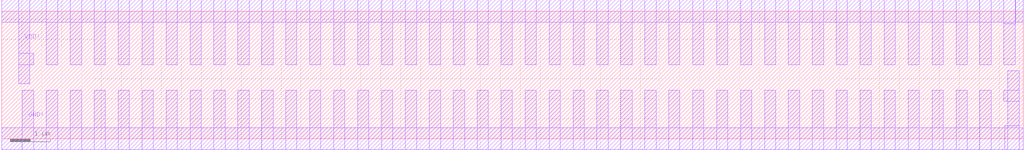
<source format=lef>
VERSION 5.5 ;

NAMESCASESENSITIVE ON ;

DIVIDERCHAR "/" ;
BUSBITCHARS "[]" ;

UNITS
    DATABASE MICRONS 100  ;
END UNITS

MANUFACTURINGGRID    0.010000 ;

MACRO XOR3SP8V1_0
    CLASS CORE ;
    FOREIGN XOR3SP8V1_0 0 0 ;
    ORIGIN 0.00 0.00 ;
    SIZE 10.40 BY 3.20 ;
    SYMMETRY X Y ;
    SITE CoreSite ;
    PIN IN2
        DIRECTION INPUT ;
        ANTENNAMODEL OXIDE1 ;
        ANTENNAGATEAREA 0.20  LAYER ME1  ;
        PORT
        LAYER ME1 ;
        RECT  1.66 1.46 2.10 1.74 ;
        END
    END IN2
    PIN OUT
        DIRECTION OUTPUT ;
        ANTENNAPARTIALMETALAREA 20.34  LAYER ME1  ;
        ANTENNADIFFAREA 9.57  LAYER ME1  ;
        ANTENNAMODEL OXIDE1 ;
        ANTENNAGATEAREA 0.84  LAYER ME1  ;
        ANTENNAMAXAREACAR 24.07  LAYER ME1  ;
        PORT
        LAYER ME1 ;
        RECT  9.38 1.92 9.66 2.52 ;
        RECT  9.38 0.62 9.66 1.22 ;
        RECT  9.38 0.62 9.54 2.52 ;
        RECT  8.42 1.52 9.54 1.68 ;
        RECT  8.42 1.46 8.72 1.74 ;
        RECT  8.34 1.92 8.62 2.52 ;
        RECT  8.34 0.62 8.62 1.22 ;
        RECT  8.42 0.62 8.58 2.52 ;
        END
    END OUT
    PIN IN3
        DIRECTION INPUT ;
        ANTENNAMODEL OXIDE1 ;
        ANTENNAGATEAREA 0.13  LAYER ME1  ;
        PORT
        LAYER ME1 ;
        RECT  7.64 1.38 7.94 1.76 ;
        END
    END IN3
    PIN IN1
        DIRECTION INPUT ;
        ANTENNAMODEL OXIDE1 ;
        ANTENNAGATEAREA 0.07  LAYER ME1  ;
        PORT
        LAYER ME1 ;
        RECT  0.78 1.42 1.18 1.70 ;
        END
    END IN1
    PIN VDD!
        DIRECTION INOUT ;
        USE POWER ;
        SHAPE ABUTMENT ;
        PORT
        LAYER ME1 ;
        RECT  0.00 2.92 10.40 3.48 ;
        RECT  9.94 2.88 10.22 3.48 ;
        RECT  9.90 1.92 10.18 2.52 ;
        RECT  9.96 1.92 10.12 3.48 ;
        RECT  8.86 1.92 9.14 2.52 ;
        RECT  8.92 1.92 9.08 3.48 ;
        RECT  7.82 1.92 8.10 2.52 ;
        RECT  7.88 1.92 8.04 3.48 ;
        RECT  1.72 1.92 2.00 2.20 ;
        RECT  1.82 1.92 1.98 3.48 ;
        RECT  0.72 1.86 1.00 2.14 ;
        RECT  0.78 1.86 0.94 3.48 ;
        END
    END VDD!
    PIN GND!
        DIRECTION INOUT ;
        USE GROUND ;
        SHAPE ABUTMENT ;
        PORT
        LAYER ME1 ;
        RECT  0.00 -0.28 10.40 0.28 ;
        RECT  9.94 -0.28 10.22 0.32 ;
        RECT  9.90 0.62 10.18 1.22 ;
        RECT  9.96 -0.28 10.12 1.22 ;
        RECT  8.86 0.62 9.14 1.22 ;
        RECT  8.92 -0.28 9.08 1.22 ;
        RECT  7.82 0.62 8.10 1.22 ;
        RECT  7.88 -0.28 8.04 1.22 ;
        RECT  1.48 -0.28 1.76 0.58 ;
        RECT  0.72 0.78 1.00 1.06 ;
        RECT  0.78 -0.28 0.94 1.06 ;
        END
    END GND!
    OBS
        LAYER ME1 ;
        RECT  0.20 0.78 0.48 1.06 ;
        RECT  0.20 1.86 0.48 2.14 ;
        RECT  0.22 0.78 0.38 2.76 ;
        RECT  0.10 2.48 0.38 2.76 ;
        RECT  2.24 0.76 2.52 1.04 ;
        RECT  2.28 1.22 2.66 1.50 ;
        RECT  2.28 0.76 2.44 2.20 ;
        RECT  2.24 1.92 2.52 2.20 ;
        RECT  2.72 0.76 3.00 1.04 ;
        RECT  2.82 0.76 2.98 2.20 ;
        RECT  2.72 1.92 3.00 2.20 ;
        RECT  2.72 1.92 2.88 2.63 ;
        RECT  2.58 2.35 2.88 2.63 ;
        RECT  1.92 0.44 3.92 0.60 ;
        RECT  3.76 0.44 3.92 1.04 ;
        RECT  1.92 0.44 2.08 0.94 ;
        RECT  1.24 0.78 2.08 0.94 ;
        RECT  3.76 0.76 4.04 1.04 ;
        RECT  1.24 0.78 1.52 1.06 ;
        RECT  3.82 0.76 3.98 2.20 ;
        RECT  1.24 1.86 1.52 2.14 ;
        RECT  3.76 1.92 4.04 2.20 ;
        RECT  1.34 0.78 1.50 2.68 ;
        RECT  1.34 2.40 1.66 2.68 ;
        RECT  4.80 0.76 5.08 1.04 ;
        RECT  4.92 1.54 5.22 1.82 ;
        RECT  4.92 0.76 5.08 2.20 ;
        RECT  4.80 1.92 5.08 2.20 ;
        RECT  3.24 0.76 3.52 1.04 ;
        RECT  5.40 0.76 5.68 1.04 ;
        RECT  5.46 0.76 5.62 2.20 ;
        RECT  3.30 0.76 3.46 2.20 ;
        RECT  3.24 1.92 3.52 2.20 ;
        RECT  5.40 1.92 5.68 2.20 ;
        RECT  3.36 1.92 3.52 2.52 ;
        RECT  5.40 1.92 5.56 2.52 ;
        RECT  3.36 2.36 5.56 2.52 ;
        RECT  4.40 0.44 6.60 0.60 ;
        RECT  4.40 0.44 4.56 1.04 ;
        RECT  4.28 0.76 4.56 1.04 ;
        RECT  6.44 0.76 6.72 1.04 ;
        RECT  4.34 0.76 4.50 2.20 ;
        RECT  6.44 0.44 6.60 2.20 ;
        RECT  4.28 1.92 4.56 2.20 ;
        RECT  6.44 1.92 6.72 2.20 ;
        RECT  5.92 0.76 6.20 1.04 ;
        RECT  5.98 0.76 6.14 2.20 ;
        RECT  5.92 1.92 6.20 2.20 ;
        RECT  6.04 1.92 6.20 2.70 ;
        RECT  6.04 2.54 7.42 2.70 ;
        RECT  7.14 2.48 7.42 2.76 ;
        RECT  7.26 0.76 7.54 1.04 ;
        RECT  7.12 1.14 7.42 1.42 ;
        RECT  7.26 0.76 7.42 2.20 ;
        RECT  7.26 1.92 7.54 2.20 ;
    END
END XOR3SP8V1_0

MACRO XOR3SP4V1_0
    CLASS CORE ;
    FOREIGN XOR3SP4V1_0 0 0 ;
    ORIGIN 0.00 0.00 ;
    SIZE 9.60 BY 3.20 ;
    SYMMETRY X Y ;
    SITE CoreSite ;
    PIN IN3
        DIRECTION INPUT ;
        ANTENNAMODEL OXIDE1 ;
        ANTENNAGATEAREA 0.13  LAYER ME1  ;
        PORT
        LAYER ME1 ;
        RECT  7.64 1.38 7.94 1.76 ;
        END
    END IN3
    PIN OUT
        DIRECTION OUTPUT ;
        ANTENNAPARTIALMETALAREA 18.45  LAYER ME1  ;
        ANTENNADIFFAREA 7.88  LAYER ME1  ;
        ANTENNAMODEL OXIDE1 ;
        ANTENNAGATEAREA 0.56  LAYER ME1  ;
        ANTENNAMAXAREACAR 33.13  LAYER ME1  ;
        PORT
        LAYER ME1 ;
        RECT  8.42 1.46 8.72 1.74 ;
        RECT  8.34 1.92 8.62 2.52 ;
        RECT  8.34 0.62 8.62 1.22 ;
        RECT  8.42 0.62 8.58 2.52 ;
        END
    END OUT
    PIN IN2
        DIRECTION INPUT ;
        ANTENNAMODEL OXIDE1 ;
        ANTENNAGATEAREA 0.20  LAYER ME1  ;
        PORT
        LAYER ME1 ;
        RECT  1.66 1.46 2.10 1.74 ;
        END
    END IN2
    PIN IN1
        DIRECTION INPUT ;
        ANTENNAMODEL OXIDE1 ;
        ANTENNAGATEAREA 0.07  LAYER ME1  ;
        PORT
        LAYER ME1 ;
        RECT  0.78 1.42 1.18 1.70 ;
        END
    END IN1
    PIN VDD!
        DIRECTION INOUT ;
        USE POWER ;
        SHAPE ABUTMENT ;
        PORT
        LAYER ME1 ;
        RECT  0.00 2.92 9.60 3.48 ;
        RECT  8.98 2.88 9.42 3.48 ;
        RECT  8.98 1.92 9.14 3.48 ;
        RECT  8.86 1.92 9.14 2.52 ;
        RECT  7.82 1.92 8.10 2.52 ;
        RECT  7.88 1.92 8.04 3.48 ;
        RECT  1.72 1.92 2.00 2.20 ;
        RECT  1.82 1.92 1.98 3.48 ;
        RECT  0.72 1.86 1.00 2.14 ;
        RECT  0.78 1.86 0.94 3.48 ;
        END
    END VDD!
    PIN GND!
        DIRECTION INOUT ;
        USE GROUND ;
        SHAPE ABUTMENT ;
        PORT
        LAYER ME1 ;
        RECT  0.00 -0.28 9.60 0.28 ;
        RECT  8.98 -0.28 9.42 0.32 ;
        RECT  8.86 0.62 9.14 1.22 ;
        RECT  8.98 -0.28 9.14 1.22 ;
        RECT  7.82 0.62 8.10 1.22 ;
        RECT  7.88 -0.28 8.04 1.22 ;
        RECT  1.48 -0.28 1.76 0.58 ;
        RECT  0.72 0.78 1.00 1.06 ;
        RECT  0.78 -0.28 0.94 1.06 ;
        END
    END GND!
    OBS
        LAYER ME1 ;
        RECT  0.20 0.78 0.48 1.06 ;
        RECT  0.20 1.86 0.48 2.14 ;
        RECT  0.22 0.78 0.38 2.76 ;
        RECT  0.10 2.48 0.38 2.76 ;
        RECT  2.24 0.76 2.52 1.04 ;
        RECT  2.28 1.22 2.66 1.50 ;
        RECT  2.28 0.76 2.44 2.20 ;
        RECT  2.24 1.92 2.52 2.20 ;
        RECT  2.72 0.76 3.00 1.04 ;
        RECT  2.82 0.76 2.98 2.20 ;
        RECT  2.72 1.92 3.00 2.20 ;
        RECT  2.72 1.92 2.88 2.63 ;
        RECT  2.58 2.35 2.88 2.63 ;
        RECT  1.92 0.44 3.92 0.60 ;
        RECT  3.76 0.44 3.92 1.04 ;
        RECT  1.92 0.44 2.08 0.94 ;
        RECT  1.24 0.78 2.08 0.94 ;
        RECT  3.76 0.76 4.04 1.04 ;
        RECT  1.24 0.78 1.52 1.06 ;
        RECT  3.82 0.76 3.98 2.20 ;
        RECT  1.24 1.86 1.52 2.14 ;
        RECT  3.76 1.92 4.04 2.20 ;
        RECT  1.34 0.78 1.50 2.68 ;
        RECT  1.34 2.40 1.66 2.68 ;
        RECT  4.80 0.76 5.08 1.04 ;
        RECT  4.92 1.54 5.22 1.82 ;
        RECT  4.92 0.76 5.08 2.20 ;
        RECT  4.80 1.92 5.08 2.20 ;
        RECT  3.24 0.76 3.52 1.04 ;
        RECT  5.40 0.76 5.68 1.04 ;
        RECT  5.46 0.76 5.62 2.20 ;
        RECT  3.30 0.76 3.46 2.20 ;
        RECT  3.24 1.92 3.52 2.20 ;
        RECT  5.40 1.92 5.68 2.20 ;
        RECT  3.36 1.92 3.52 2.52 ;
        RECT  5.40 1.92 5.56 2.52 ;
        RECT  3.36 2.36 5.56 2.52 ;
        RECT  4.40 0.44 6.60 0.60 ;
        RECT  4.40 0.44 4.56 1.04 ;
        RECT  4.28 0.76 4.56 1.04 ;
        RECT  6.44 0.76 6.72 1.04 ;
        RECT  4.34 0.76 4.50 2.20 ;
        RECT  6.44 0.44 6.60 2.20 ;
        RECT  4.28 1.92 4.56 2.20 ;
        RECT  6.44 1.92 6.72 2.20 ;
        RECT  5.92 0.76 6.20 1.04 ;
        RECT  5.98 0.76 6.14 2.20 ;
        RECT  5.92 1.92 6.20 2.20 ;
        RECT  6.04 1.92 6.20 2.70 ;
        RECT  6.04 2.54 7.42 2.70 ;
        RECT  7.14 2.48 7.42 2.76 ;
        RECT  7.26 0.76 7.54 1.04 ;
        RECT  7.12 1.14 7.42 1.42 ;
        RECT  7.26 0.76 7.42 2.20 ;
        RECT  7.26 1.92 7.54 2.20 ;
    END
END XOR3SP4V1_0

MACRO XOR3SP2V1_0
    CLASS CORE ;
    FOREIGN XOR3SP2V1_0 0 0 ;
    ORIGIN 0.00 0.00 ;
    SIZE 8.80 BY 3.20 ;
    SYMMETRY X Y ;
    SITE CoreSite ;
    PIN IN2
        DIRECTION INPUT ;
        ANTENNAMODEL OXIDE1 ;
        ANTENNAGATEAREA 0.20  LAYER ME1  ;
        PORT
        LAYER ME1 ;
        RECT  1.66 1.46 2.10 1.74 ;
        END
    END IN2
    PIN OUT
        DIRECTION OUTPUT ;
        ANTENNAPARTIALMETALAREA 17.10  LAYER ME1  ;
        ANTENNADIFFAREA 6.91  LAYER ME1  ;
        ANTENNAMODEL OXIDE1 ;
        ANTENNAGATEAREA 0.41  LAYER ME1  ;
        ANTENNAMAXAREACAR 41.41  LAYER ME1  ;
        PORT
        LAYER ME1 ;
        RECT  8.42 1.46 8.72 1.74 ;
        RECT  8.34 1.92 8.62 2.52 ;
        RECT  8.34 0.62 8.62 1.22 ;
        RECT  8.42 0.62 8.58 2.52 ;
        END
    END OUT
    PIN IN3
        DIRECTION INPUT ;
        ANTENNAMODEL OXIDE1 ;
        ANTENNAGATEAREA 0.13  LAYER ME1  ;
        PORT
        LAYER ME1 ;
        RECT  7.64 1.38 7.94 1.76 ;
        END
    END IN3
    PIN IN1
        DIRECTION INPUT ;
        ANTENNAMODEL OXIDE1 ;
        ANTENNAGATEAREA 0.07  LAYER ME1  ;
        PORT
        LAYER ME1 ;
        RECT  0.78 1.42 1.18 1.70 ;
        END
    END IN1
    PIN GND!
        DIRECTION INOUT ;
        USE GROUND ;
        SHAPE ABUTMENT ;
        PORT
        LAYER ME1 ;
        RECT  0.00 -0.28 8.80 0.28 ;
        RECT  8.34 -0.28 8.62 0.32 ;
        RECT  7.82 0.62 8.10 1.22 ;
        RECT  7.88 -0.28 8.04 1.22 ;
        RECT  1.48 -0.28 1.76 0.58 ;
        RECT  0.72 0.78 1.00 1.06 ;
        RECT  0.78 -0.28 0.94 1.06 ;
        END
    END GND!
    PIN VDD!
        DIRECTION INOUT ;
        USE POWER ;
        SHAPE ABUTMENT ;
        PORT
        LAYER ME1 ;
        RECT  0.00 2.92 8.80 3.48 ;
        RECT  8.34 2.88 8.62 3.48 ;
        RECT  7.82 1.92 8.10 2.52 ;
        RECT  7.84 1.92 8.00 3.48 ;
        RECT  1.72 1.92 2.00 2.20 ;
        RECT  1.82 1.92 1.98 3.48 ;
        RECT  0.72 1.86 1.00 2.14 ;
        RECT  0.78 1.86 0.94 3.48 ;
        END
    END VDD!
    OBS
        LAYER ME1 ;
        RECT  0.20 0.78 0.48 1.06 ;
        RECT  0.20 1.86 0.48 2.14 ;
        RECT  0.22 0.78 0.38 2.76 ;
        RECT  0.10 2.48 0.38 2.76 ;
        RECT  2.24 0.76 2.52 1.04 ;
        RECT  2.28 1.22 2.66 1.50 ;
        RECT  2.28 0.76 2.44 2.20 ;
        RECT  2.24 1.92 2.52 2.20 ;
        RECT  2.72 0.76 3.00 1.04 ;
        RECT  2.82 0.76 2.98 2.20 ;
        RECT  2.72 1.92 3.00 2.20 ;
        RECT  2.72 1.92 2.88 2.63 ;
        RECT  2.58 2.35 2.88 2.63 ;
        RECT  1.92 0.44 3.92 0.60 ;
        RECT  3.76 0.44 3.92 1.04 ;
        RECT  1.92 0.44 2.08 0.94 ;
        RECT  1.24 0.78 2.08 0.94 ;
        RECT  3.76 0.76 4.04 1.04 ;
        RECT  1.24 0.78 1.52 1.06 ;
        RECT  3.82 0.76 3.98 2.20 ;
        RECT  1.24 1.86 1.52 2.14 ;
        RECT  3.76 1.92 4.04 2.20 ;
        RECT  1.34 0.78 1.50 2.68 ;
        RECT  1.34 2.40 1.66 2.68 ;
        RECT  4.80 0.76 5.08 1.04 ;
        RECT  4.92 1.54 5.22 1.82 ;
        RECT  4.92 0.76 5.08 2.20 ;
        RECT  4.80 1.92 5.08 2.20 ;
        RECT  3.24 0.76 3.52 1.04 ;
        RECT  5.40 0.76 5.68 1.04 ;
        RECT  5.46 0.76 5.62 2.20 ;
        RECT  3.30 0.76 3.46 2.20 ;
        RECT  3.24 1.92 3.52 2.20 ;
        RECT  5.40 1.92 5.68 2.20 ;
        RECT  3.36 1.92 3.52 2.52 ;
        RECT  5.40 1.92 5.56 2.52 ;
        RECT  3.36 2.36 5.56 2.52 ;
        RECT  4.40 0.44 6.60 0.60 ;
        RECT  4.40 0.44 4.56 1.04 ;
        RECT  4.28 0.76 4.56 1.04 ;
        RECT  6.44 0.76 6.72 1.04 ;
        RECT  4.34 0.76 4.50 2.20 ;
        RECT  6.44 0.44 6.60 2.20 ;
        RECT  4.28 1.92 4.56 2.20 ;
        RECT  6.44 1.92 6.72 2.20 ;
        RECT  5.92 0.76 6.20 1.04 ;
        RECT  5.98 0.76 6.14 2.20 ;
        RECT  5.92 1.92 6.20 2.20 ;
        RECT  6.04 1.92 6.20 2.70 ;
        RECT  6.04 2.54 7.42 2.70 ;
        RECT  7.14 2.48 7.42 2.76 ;
        RECT  7.26 0.76 7.54 1.04 ;
        RECT  7.12 1.14 7.42 1.42 ;
        RECT  7.26 0.76 7.42 2.20 ;
        RECT  7.26 1.92 7.54 2.20 ;
    END
END XOR3SP2V1_0

MACRO XOR3SP1V1_0
    CLASS CORE ;
    FOREIGN XOR3SP1V1_0 0 0 ;
    ORIGIN 0.00 0.00 ;
    SIZE 8.80 BY 3.20 ;
    SYMMETRY X Y ;
    SITE CoreSite ;
    PIN IN1
        DIRECTION INPUT ;
        ANTENNAMODEL OXIDE1 ;
        ANTENNAGATEAREA 0.07  LAYER ME1  ;
        PORT
        LAYER ME1 ;
        RECT  0.78 1.42 1.18 1.70 ;
        END
    END IN1
    PIN IN2
        DIRECTION INPUT ;
        ANTENNAMODEL OXIDE1 ;
        ANTENNAGATEAREA 0.20  LAYER ME1  ;
        PORT
        LAYER ME1 ;
        RECT  1.66 1.46 2.10 1.74 ;
        END
    END IN2
    PIN IN3
        DIRECTION INPUT ;
        ANTENNAMODEL OXIDE1 ;
        ANTENNAGATEAREA 0.13  LAYER ME1  ;
        PORT
        LAYER ME1 ;
        RECT  7.64 1.34 7.94 1.76 ;
        END
    END IN3
    PIN OUT
        DIRECTION OUTPUT ;
        ANTENNAPARTIALMETALAREA 16.84  LAYER ME1  ;
        ANTENNADIFFAREA 6.45  LAYER ME1  ;
        ANTENNAMODEL OXIDE1 ;
        ANTENNAGATEAREA 0.34  LAYER ME1  ;
        ANTENNAMAXAREACAR 50.12  LAYER ME1  ;
        PORT
        LAYER ME1 ;
        RECT  8.42 1.46 8.72 1.74 ;
        RECT  8.30 1.92 8.58 2.20 ;
        RECT  8.42 0.76 8.58 2.20 ;
        RECT  8.30 0.76 8.58 1.04 ;
        END
    END OUT
    PIN VDD!
        DIRECTION INOUT ;
        USE POWER ;
        SHAPE ABUTMENT ;
        PORT
        LAYER ME1 ;
        RECT  0.00 2.92 8.80 3.48 ;
        RECT  8.34 2.88 8.62 3.48 ;
        RECT  7.78 1.92 8.06 2.20 ;
        RECT  7.84 1.92 8.00 3.48 ;
        RECT  1.72 1.92 2.00 2.20 ;
        RECT  1.82 1.92 1.98 3.48 ;
        RECT  0.72 1.86 1.00 2.14 ;
        RECT  0.78 1.86 0.94 3.48 ;
        END
    END VDD!
    PIN GND!
        DIRECTION INOUT ;
        USE GROUND ;
        SHAPE ABUTMENT ;
        PORT
        LAYER ME1 ;
        RECT  0.00 -0.28 8.80 0.28 ;
        RECT  8.34 -0.28 8.62 0.32 ;
        RECT  7.78 0.76 8.06 1.04 ;
        RECT  7.84 -0.28 8.00 1.04 ;
        RECT  1.48 -0.28 1.76 0.58 ;
        RECT  0.72 0.78 1.00 1.06 ;
        RECT  0.78 -0.28 0.94 1.06 ;
        END
    END GND!
    OBS
        LAYER ME1 ;
        RECT  0.20 0.78 0.48 1.06 ;
        RECT  0.20 1.86 0.48 2.14 ;
        RECT  0.22 0.78 0.38 2.76 ;
        RECT  0.10 2.48 0.38 2.76 ;
        RECT  2.24 0.76 2.52 1.04 ;
        RECT  2.28 1.22 2.66 1.50 ;
        RECT  2.28 0.76 2.44 2.20 ;
        RECT  2.24 1.92 2.52 2.20 ;
        RECT  2.72 0.76 3.00 1.04 ;
        RECT  2.82 0.76 2.98 2.20 ;
        RECT  2.72 1.92 3.00 2.20 ;
        RECT  2.72 1.92 2.88 2.63 ;
        RECT  2.58 2.35 2.88 2.63 ;
        RECT  1.92 0.44 3.92 0.60 ;
        RECT  3.76 0.44 3.92 1.04 ;
        RECT  1.92 0.44 2.08 0.94 ;
        RECT  1.24 0.78 2.08 0.94 ;
        RECT  3.76 0.76 4.04 1.04 ;
        RECT  1.24 0.78 1.52 1.06 ;
        RECT  3.82 0.76 3.98 2.20 ;
        RECT  1.24 1.86 1.52 2.14 ;
        RECT  3.76 1.92 4.04 2.20 ;
        RECT  1.34 0.78 1.50 2.68 ;
        RECT  1.34 2.40 1.66 2.68 ;
        RECT  4.80 0.76 5.08 1.04 ;
        RECT  4.92 1.54 5.22 1.82 ;
        RECT  4.92 0.76 5.08 2.20 ;
        RECT  4.80 1.92 5.08 2.20 ;
        RECT  3.24 0.76 3.52 1.04 ;
        RECT  5.40 0.76 5.68 1.04 ;
        RECT  5.46 0.76 5.62 2.20 ;
        RECT  3.30 0.76 3.46 2.20 ;
        RECT  3.24 1.92 3.52 2.20 ;
        RECT  5.40 1.92 5.68 2.20 ;
        RECT  3.36 1.92 3.52 2.52 ;
        RECT  5.40 1.92 5.56 2.52 ;
        RECT  3.36 2.36 5.56 2.52 ;
        RECT  4.40 0.44 6.60 0.60 ;
        RECT  4.40 0.44 4.56 1.04 ;
        RECT  4.28 0.76 4.56 1.04 ;
        RECT  6.44 0.76 6.72 1.04 ;
        RECT  4.34 0.76 4.50 2.20 ;
        RECT  6.44 0.44 6.60 2.20 ;
        RECT  4.28 1.92 4.56 2.20 ;
        RECT  6.44 1.92 6.72 2.20 ;
        RECT  5.92 0.76 6.20 1.04 ;
        RECT  5.98 0.76 6.14 2.20 ;
        RECT  5.92 1.92 6.20 2.20 ;
        RECT  6.04 1.92 6.20 2.70 ;
        RECT  6.04 2.54 7.42 2.70 ;
        RECT  7.14 2.48 7.42 2.76 ;
        RECT  7.26 0.76 7.54 1.04 ;
        RECT  7.12 1.14 7.42 1.42 ;
        RECT  7.26 0.76 7.42 2.20 ;
        RECT  7.26 1.92 7.54 2.20 ;
    END
END XOR3SP1V1_0

MACRO XOR2SP8V1_0
    CLASS CORE ;
    FOREIGN XOR2SP8V1_0 0 0 ;
    ORIGIN 0.00 0.00 ;
    SIZE 6.00 BY 3.20 ;
    SYMMETRY X Y ;
    SITE CoreSite ;
    PIN IN1
        DIRECTION INPUT ;
        ANTENNAMODEL OXIDE1 ;
        ANTENNAGATEAREA 0.07  LAYER ME1  ;
        PORT
        LAYER ME1 ;
        RECT  0.90 1.26 1.18 1.68 ;
        END
    END IN1
    PIN IN2
        DIRECTION INPUT ;
        ANTENNAMODEL OXIDE1 ;
        ANTENNAGATEAREA 0.13  LAYER ME1  ;
        PORT
        LAYER ME1 ;
        RECT  0.42 1.12 0.70 1.54 ;
        END
    END IN2
    PIN OUT
        DIRECTION OUTPUT ;
        ANTENNAPARTIALMETALAREA 10.90  LAYER ME1  ;
        ANTENNADIFFAREA 5.85  LAYER ME1  ;
        ANTENNAMODEL OXIDE1 ;
        ANTENNAGATEAREA 0.71  LAYER ME1  ;
        ANTENNAMAXAREACAR 15.35  LAYER ME1  ;
        PORT
        LAYER ME1 ;
        RECT  5.06 1.84 5.34 2.12 ;
        RECT  5.06 0.96 5.34 1.24 ;
        RECT  5.06 0.96 5.22 2.12 ;
        RECT  4.12 1.52 5.22 1.68 ;
        RECT  4.02 1.84 4.30 2.12 ;
        RECT  4.02 0.96 4.30 1.24 ;
        RECT  4.12 0.96 4.28 2.12 ;
        END
    END OUT
    PIN GND!
        DIRECTION INOUT ;
        USE GROUND ;
        SHAPE ABUTMENT ;
        PORT
        LAYER ME1 ;
        RECT  0.00 -0.28 6.00 0.28 ;
        RECT  5.58 0.64 5.86 0.92 ;
        RECT  5.54 -0.28 5.82 0.32 ;
        RECT  5.64 -0.28 5.80 0.92 ;
        RECT  4.54 0.64 4.82 0.92 ;
        RECT  4.60 -0.28 4.76 0.92 ;
        RECT  3.50 0.64 3.78 0.92 ;
        RECT  3.52 -0.28 3.68 0.92 ;
        RECT  0.76 0.68 1.04 0.96 ;
        RECT  0.82 -0.28 0.98 0.96 ;
        END
    END GND!
    PIN VDD!
        DIRECTION INOUT ;
        USE POWER ;
        SHAPE ABUTMENT ;
        PORT
        LAYER ME1 ;
        RECT  0.00 2.92 6.00 3.48 ;
        RECT  5.58 2.16 5.86 2.44 ;
        RECT  5.54 2.88 5.82 3.48 ;
        RECT  5.64 2.16 5.80 3.48 ;
        RECT  4.54 2.16 4.82 2.44 ;
        RECT  4.60 2.16 4.76 3.48 ;
        RECT  3.50 2.16 3.78 2.44 ;
        RECT  3.56 2.16 3.72 3.48 ;
        RECT  0.76 1.84 1.04 2.12 ;
        RECT  0.82 1.84 0.98 3.48 ;
        END
    END VDD!
    OBS
        LAYER ME1 ;
        RECT  0.10 0.68 0.52 0.96 ;
        RECT  0.10 1.84 0.52 2.12 ;
        RECT  0.10 0.68 0.26 2.76 ;
        RECT  0.10 2.48 0.38 2.76 ;
        RECT  1.92 0.44 3.08 0.60 ;
        RECT  2.80 0.44 3.08 0.72 ;
        RECT  1.92 0.44 2.08 0.96 ;
        RECT  1.80 0.68 2.08 0.96 ;
        RECT  1.86 0.68 2.02 2.12 ;
        RECT  1.80 1.84 2.08 2.12 ;
        RECT  2.36 0.76 2.64 1.04 ;
        RECT  2.94 0.96 3.22 1.24 ;
        RECT  2.38 1.46 3.16 1.62 ;
        RECT  2.38 0.76 2.54 2.12 ;
        RECT  3.00 0.96 3.16 2.12 ;
        RECT  2.32 1.84 2.60 2.12 ;
        RECT  2.94 1.84 3.22 2.12 ;
        RECT  1.28 0.68 1.56 0.96 ;
        RECT  1.34 0.68 1.50 2.12 ;
        RECT  1.28 1.84 1.56 2.12 ;
        RECT  1.40 1.84 1.56 2.44 ;
        RECT  1.40 2.28 3.34 2.44 ;
        RECT  3.06 2.28 3.34 2.56 ;
    END
END XOR2SP8V1_0

MACRO XOR2SP4V1_0
    CLASS CORE ;
    FOREIGN XOR2SP4V1_0 0 0 ;
    ORIGIN 0.00 0.00 ;
    SIZE 5.20 BY 3.20 ;
    SYMMETRY X Y ;
    SITE CoreSite ;
    PIN OUT
        DIRECTION OUTPUT ;
        ANTENNAPARTIALMETALAREA 9.10  LAYER ME1  ;
        ANTENNADIFFAREA 4.43  LAYER ME1  ;
        ANTENNAMODEL OXIDE1 ;
        ANTENNAGATEAREA 0.42  LAYER ME1  ;
        ANTENNAMAXAREACAR 21.53  LAYER ME1  ;
        PORT
        LAYER ME1 ;
        RECT  4.02 1.84 4.30 2.12 ;
        RECT  4.02 0.96 4.30 1.24 ;
        RECT  4.12 0.96 4.28 2.12 ;
        END
    END OUT
    PIN IN2
        DIRECTION INPUT ;
        ANTENNAMODEL OXIDE1 ;
        ANTENNAGATEAREA 0.13  LAYER ME1  ;
        PORT
        LAYER ME1 ;
        RECT  0.42 1.12 0.70 1.54 ;
        END
    END IN2
    PIN IN1
        DIRECTION INPUT ;
        ANTENNAMODEL OXIDE1 ;
        ANTENNAGATEAREA 0.07  LAYER ME1  ;
        PORT
        LAYER ME1 ;
        RECT  0.90 1.26 1.18 1.68 ;
        END
    END IN1
    PIN GND!
        DIRECTION INOUT ;
        USE GROUND ;
        SHAPE ABUTMENT ;
        PORT
        LAYER ME1 ;
        RECT  0.00 -0.28 5.20 0.28 ;
        RECT  4.60 -0.28 5.02 0.32 ;
        RECT  4.54 0.64 4.82 0.92 ;
        RECT  4.60 -0.28 4.76 0.92 ;
        RECT  3.50 0.64 3.78 0.92 ;
        RECT  3.52 -0.28 3.68 0.92 ;
        RECT  0.76 0.68 1.04 0.96 ;
        RECT  0.82 -0.28 0.98 0.96 ;
        END
    END GND!
    PIN VDD!
        DIRECTION INOUT ;
        USE POWER ;
        SHAPE ABUTMENT ;
        PORT
        LAYER ME1 ;
        RECT  0.00 2.92 5.20 3.48 ;
        RECT  4.60 2.88 5.02 3.48 ;
        RECT  4.54 2.16 4.82 2.44 ;
        RECT  4.60 2.16 4.76 3.48 ;
        RECT  3.50 2.16 3.78 2.44 ;
        RECT  3.56 2.16 3.72 3.48 ;
        RECT  0.76 1.84 1.04 2.12 ;
        RECT  0.82 1.84 0.98 3.48 ;
        END
    END VDD!
    OBS
        LAYER ME1 ;
        RECT  0.10 0.68 0.52 0.96 ;
        RECT  0.10 1.84 0.52 2.12 ;
        RECT  0.10 0.68 0.26 2.76 ;
        RECT  0.10 2.48 0.38 2.76 ;
        RECT  1.92 0.44 3.08 0.60 ;
        RECT  2.80 0.44 3.08 0.72 ;
        RECT  1.92 0.44 2.08 0.96 ;
        RECT  1.80 0.68 2.08 0.96 ;
        RECT  1.86 0.68 2.02 2.12 ;
        RECT  1.80 1.84 2.08 2.12 ;
        RECT  2.36 0.76 2.64 1.04 ;
        RECT  2.94 0.96 3.22 1.24 ;
        RECT  2.38 1.46 3.16 1.62 ;
        RECT  2.38 0.76 2.54 2.12 ;
        RECT  3.00 0.96 3.16 2.12 ;
        RECT  2.32 1.84 2.60 2.12 ;
        RECT  2.94 1.84 3.22 2.12 ;
        RECT  1.28 0.68 1.56 0.96 ;
        RECT  1.34 0.68 1.50 2.12 ;
        RECT  1.28 1.84 1.56 2.12 ;
        RECT  1.40 1.84 1.56 2.44 ;
        RECT  1.40 2.28 3.34 2.44 ;
        RECT  3.06 2.28 3.34 2.56 ;
    END
END XOR2SP4V1_0

MACRO XOR2SP2V1_0
    CLASS CORE ;
    FOREIGN XOR2SP2V1_0 0 0 ;
    ORIGIN 0.00 0.00 ;
    SIZE 4.40 BY 3.20 ;
    SYMMETRY X Y ;
    SITE CoreSite ;
    PIN OUT
        DIRECTION OUTPUT ;
        ANTENNAPARTIALMETALAREA 7.91  LAYER ME1  ;
        ANTENNADIFFAREA 3.69  LAYER ME1  ;
        ANTENNAMODEL OXIDE1 ;
        ANTENNAGATEAREA 0.28  LAYER ME1  ;
        ANTENNAMAXAREACAR 28.41  LAYER ME1  ;
        PORT
        LAYER ME1 ;
        RECT  4.02 1.84 4.30 2.12 ;
        RECT  4.02 0.96 4.30 1.24 ;
        RECT  4.12 0.96 4.28 2.12 ;
        END
    END OUT
    PIN IN1
        DIRECTION INPUT ;
        ANTENNAMODEL OXIDE1 ;
        ANTENNAGATEAREA 0.07  LAYER ME1  ;
        PORT
        LAYER ME1 ;
        RECT  0.90 1.26 1.18 1.68 ;
        END
    END IN1
    PIN IN2
        DIRECTION INPUT ;
        ANTENNAMODEL OXIDE1 ;
        ANTENNAGATEAREA 0.13  LAYER ME1  ;
        PORT
        LAYER ME1 ;
        RECT  0.42 1.12 0.70 1.54 ;
        END
    END IN2
    PIN GND!
        DIRECTION INOUT ;
        USE GROUND ;
        SHAPE ABUTMENT ;
        PORT
        LAYER ME1 ;
        RECT  0.00 -0.28 4.40 0.28 ;
        RECT  3.94 -0.28 4.22 0.32 ;
        RECT  3.50 0.64 3.78 0.92 ;
        RECT  3.52 -0.28 3.68 0.92 ;
        RECT  0.76 0.68 1.04 0.96 ;
        RECT  0.82 -0.28 0.98 0.96 ;
        END
    END GND!
    PIN VDD!
        DIRECTION INOUT ;
        USE POWER ;
        SHAPE ABUTMENT ;
        PORT
        LAYER ME1 ;
        RECT  0.00 2.92 4.40 3.48 ;
        RECT  3.94 2.88 4.22 3.48 ;
        RECT  3.50 2.16 3.78 2.44 ;
        RECT  3.56 2.16 3.72 3.48 ;
        RECT  0.76 1.84 1.04 2.12 ;
        RECT  0.82 1.84 0.98 3.48 ;
        END
    END VDD!
    OBS
        LAYER ME1 ;
        RECT  0.10 0.68 0.52 0.96 ;
        RECT  0.10 1.84 0.52 2.12 ;
        RECT  0.10 0.68 0.26 2.76 ;
        RECT  0.10 2.48 0.38 2.76 ;
        RECT  1.92 0.44 3.08 0.60 ;
        RECT  2.80 0.44 3.08 0.72 ;
        RECT  1.92 0.44 2.08 0.96 ;
        RECT  1.80 0.68 2.08 0.96 ;
        RECT  1.86 0.68 2.02 2.12 ;
        RECT  1.80 1.84 2.08 2.12 ;
        RECT  2.36 0.76 2.64 1.04 ;
        RECT  2.94 0.96 3.22 1.24 ;
        RECT  2.38 1.46 3.16 1.62 ;
        RECT  2.38 0.76 2.54 2.12 ;
        RECT  3.00 0.96 3.16 2.12 ;
        RECT  2.32 1.84 2.60 2.12 ;
        RECT  2.94 1.84 3.22 2.12 ;
        RECT  1.28 0.68 1.56 0.96 ;
        RECT  1.34 0.68 1.50 2.12 ;
        RECT  1.28 1.84 1.56 2.12 ;
        RECT  1.40 1.84 1.56 2.44 ;
        RECT  1.40 2.28 3.34 2.44 ;
        RECT  3.06 2.28 3.34 2.56 ;
    END
END XOR2SP2V1_0

MACRO XOR2SP1V1_0
    CLASS CORE ;
    FOREIGN XOR2SP1V1_0 0 0 ;
    ORIGIN 0.00 0.00 ;
    SIZE 4.40 BY 3.20 ;
    SYMMETRY X Y ;
    SITE CoreSite ;
    PIN IN1
        DIRECTION INPUT ;
        ANTENNAMODEL OXIDE1 ;
        ANTENNAGATEAREA 0.07  LAYER ME1  ;
        PORT
        LAYER ME1 ;
        RECT  0.90 1.26 1.18 1.68 ;
        END
    END IN1
    PIN IN2
        DIRECTION INPUT ;
        ANTENNAMODEL OXIDE1 ;
        ANTENNAGATEAREA 0.13  LAYER ME1  ;
        PORT
        LAYER ME1 ;
        RECT  0.42 1.12 0.70 1.54 ;
        END
    END IN2
    PIN OUT
        DIRECTION OUTPUT ;
        ANTENNAPARTIALMETALAREA 8.02  LAYER ME1  ;
        ANTENNADIFFAREA 3.23  LAYER ME1  ;
        ANTENNAMODEL OXIDE1 ;
        ANTENNAGATEAREA 0.20  LAYER ME1  ;
        ANTENNAMAXAREACAR 39.79  LAYER ME1  ;
        PORT
        LAYER ME1 ;
        RECT  3.98 1.84 4.28 2.12 ;
        RECT  4.12 0.96 4.28 2.12 ;
        RECT  3.98 0.96 4.28 1.24 ;
        END
    END OUT
    PIN VDD!
        DIRECTION INOUT ;
        USE POWER ;
        SHAPE ABUTMENT ;
        PORT
        LAYER ME1 ;
        RECT  0.00 2.92 4.40 3.48 ;
        RECT  3.94 2.88 4.22 3.48 ;
        RECT  3.46 1.84 3.74 2.12 ;
        RECT  3.56 1.84 3.72 3.48 ;
        RECT  0.76 1.84 1.04 2.12 ;
        RECT  0.82 1.84 0.98 3.48 ;
        END
    END VDD!
    PIN GND!
        DIRECTION INOUT ;
        USE GROUND ;
        SHAPE ABUTMENT ;
        PORT
        LAYER ME1 ;
        RECT  0.00 -0.28 4.40 0.28 ;
        RECT  3.94 -0.28 4.22 0.32 ;
        RECT  3.46 0.96 3.74 1.24 ;
        RECT  3.52 -0.28 3.68 1.24 ;
        RECT  0.76 0.68 1.04 0.96 ;
        RECT  0.82 -0.28 0.98 0.96 ;
        END
    END GND!
    OBS
        LAYER ME1 ;
        RECT  0.10 0.68 0.52 0.96 ;
        RECT  0.10 1.84 0.52 2.12 ;
        RECT  0.10 0.68 0.26 2.76 ;
        RECT  0.10 2.48 0.38 2.76 ;
        RECT  1.92 0.44 3.08 0.60 ;
        RECT  2.80 0.44 3.08 0.72 ;
        RECT  1.92 0.44 2.08 0.96 ;
        RECT  1.80 0.68 2.08 0.96 ;
        RECT  1.86 0.68 2.02 2.12 ;
        RECT  1.80 1.84 2.08 2.12 ;
        RECT  2.36 0.76 2.64 1.04 ;
        RECT  2.94 0.96 3.22 1.24 ;
        RECT  2.38 1.46 3.16 1.62 ;
        RECT  2.38 0.76 2.54 2.12 ;
        RECT  3.00 0.96 3.16 2.12 ;
        RECT  2.32 1.84 2.60 2.12 ;
        RECT  2.94 1.84 3.22 2.12 ;
        RECT  1.28 0.68 1.56 0.96 ;
        RECT  1.34 0.68 1.50 2.12 ;
        RECT  1.28 1.84 1.56 2.12 ;
        RECT  1.40 1.84 1.56 2.44 ;
        RECT  1.40 2.28 3.40 2.44 ;
        RECT  3.12 2.28 3.40 2.56 ;
    END
END XOR2SP1V1_0

MACRO XNR3SP8V1_0
    CLASS CORE ;
    FOREIGN XNR3SP8V1_0 0 0 ;
    ORIGIN 0.00 0.00 ;
    SIZE 10.40 BY 3.20 ;
    SYMMETRY X Y ;
    SITE CoreSite ;
    PIN OUT
        DIRECTION OUTPUT ;
        ANTENNAPARTIALMETALAREA 20.39  LAYER ME1  ;
        ANTENNADIFFAREA 9.43  LAYER ME1  ;
        ANTENNAMODEL OXIDE1 ;
        ANTENNAGATEAREA 0.84  LAYER ME1  ;
        ANTENNAMAXAREACAR 24.13  LAYER ME1  ;
        PORT
        LAYER ME1 ;
        RECT  9.44 1.92 9.72 2.52 ;
        RECT  9.44 0.64 9.72 1.24 ;
        RECT  9.44 0.64 9.60 2.52 ;
        RECT  8.46 1.52 9.60 1.68 ;
        RECT  8.46 1.46 8.74 1.74 ;
        RECT  8.40 1.92 8.68 2.52 ;
        RECT  8.46 0.64 8.68 2.52 ;
        RECT  8.40 0.64 8.68 1.24 ;
        END
    END OUT
    PIN IN3
        DIRECTION INPUT ;
        ANTENNAMODEL OXIDE1 ;
        ANTENNAGATEAREA 0.13  LAYER ME1  ;
        PORT
        LAYER ME1 ;
        RECT  7.66 1.44 8.05 1.76 ;
        END
    END IN3
    PIN IN1
        DIRECTION INPUT ;
        ANTENNAMODEL OXIDE1 ;
        ANTENNAGATEAREA 0.07  LAYER ME1  ;
        PORT
        LAYER ME1 ;
        RECT  0.78 1.42 1.18 1.70 ;
        END
    END IN1
    PIN IN2
        DIRECTION INPUT ;
        ANTENNAMODEL OXIDE1 ;
        ANTENNAGATEAREA 0.20  LAYER ME1  ;
        PORT
        LAYER ME1 ;
        RECT  1.66 1.46 2.10 1.74 ;
        END
    END IN2
    PIN GND!
        DIRECTION INOUT ;
        USE GROUND ;
        SHAPE ABUTMENT ;
        PORT
        LAYER ME1 ;
        RECT  0.00 -0.28 10.40 0.28 ;
        RECT  9.96 0.64 10.24 1.24 ;
        RECT  9.94 -0.28 10.22 0.32 ;
        RECT  10.02 -0.28 10.18 1.24 ;
        RECT  8.92 0.64 9.20 1.24 ;
        RECT  8.98 -0.28 9.14 1.24 ;
        RECT  7.88 0.64 8.16 1.24 ;
        RECT  7.94 -0.28 8.10 1.24 ;
        RECT  1.72 0.76 2.00 1.04 ;
        RECT  1.78 -0.28 1.94 1.04 ;
        RECT  0.72 0.78 1.00 1.06 ;
        RECT  0.78 -0.28 0.94 1.06 ;
        END
    END GND!
    PIN VDD!
        DIRECTION INOUT ;
        USE POWER ;
        SHAPE ABUTMENT ;
        PORT
        LAYER ME1 ;
        RECT  0.00 2.92 10.40 3.48 ;
        RECT  9.96 1.92 10.24 2.52 ;
        RECT  9.94 2.88 10.22 3.48 ;
        RECT  10.02 1.92 10.18 3.48 ;
        RECT  8.92 1.92 9.20 2.52 ;
        RECT  8.98 1.92 9.14 3.48 ;
        RECT  7.88 1.92 8.16 2.52 ;
        RECT  7.94 1.92 8.10 3.48 ;
        RECT  1.72 1.92 2.00 2.20 ;
        RECT  1.82 1.92 1.98 3.48 ;
        RECT  0.72 1.86 1.00 2.14 ;
        RECT  0.78 1.86 0.94 3.48 ;
        END
    END VDD!
    OBS
        LAYER ME1 ;
        RECT  0.20 0.78 0.48 1.06 ;
        RECT  0.20 1.86 0.48 2.14 ;
        RECT  0.22 0.78 0.38 2.76 ;
        RECT  0.10 2.48 0.38 2.76 ;
        RECT  1.24 0.78 1.52 1.06 ;
        RECT  1.24 1.86 1.52 2.14 ;
        RECT  1.34 0.78 1.50 2.70 ;
        RECT  1.34 2.42 1.66 2.70 ;
        RECT  2.24 0.76 2.52 1.04 ;
        RECT  2.36 1.12 2.94 1.40 ;
        RECT  2.36 0.76 2.52 2.20 ;
        RECT  2.24 1.92 2.52 2.20 ;
        RECT  3.12 0.76 3.40 1.04 ;
        RECT  3.22 0.76 3.38 2.20 ;
        RECT  2.68 1.92 3.40 2.20 ;
        RECT  4.16 0.76 4.44 1.04 ;
        RECT  4.22 0.76 4.38 2.20 ;
        RECT  4.16 1.92 4.44 2.20 ;
        RECT  4.16 1.92 4.32 2.68 ;
        RECT  2.38 2.52 4.32 2.68 ;
        RECT  2.38 2.42 2.66 2.70 ;
        RECT  5.20 0.76 5.48 1.04 ;
        RECT  5.32 1.54 5.62 1.82 ;
        RECT  5.32 0.76 5.48 2.20 ;
        RECT  5.20 1.92 5.48 2.20 ;
        RECT  4.68 0.76 4.96 1.04 ;
        RECT  5.80 0.76 6.08 1.04 ;
        RECT  5.86 0.76 6.02 2.20 ;
        RECT  4.74 0.76 4.90 2.20 ;
        RECT  4.68 1.92 4.96 2.20 ;
        RECT  5.80 1.92 6.08 2.20 ;
        RECT  4.80 1.92 4.96 2.52 ;
        RECT  5.80 1.92 5.96 2.52 ;
        RECT  4.80 2.36 5.96 2.52 ;
        RECT  3.76 0.44 7.00 0.60 ;
        RECT  3.76 0.44 3.92 1.04 ;
        RECT  3.64 0.76 3.92 1.04 ;
        RECT  6.84 0.76 7.12 1.04 ;
        RECT  3.70 0.76 3.86 2.20 ;
        RECT  6.84 0.44 7.00 2.20 ;
        RECT  3.64 1.92 3.92 2.20 ;
        RECT  6.84 1.92 7.12 2.20 ;
        RECT  6.32 0.76 6.60 1.04 ;
        RECT  6.38 0.76 6.54 2.20 ;
        RECT  6.32 1.92 6.60 2.20 ;
        RECT  6.44 1.92 6.60 2.70 ;
        RECT  6.44 2.54 7.48 2.70 ;
        RECT  7.20 2.48 7.48 2.76 ;
        RECT  7.32 0.76 7.60 1.04 ;
        RECT  7.18 1.19 7.48 1.47 ;
        RECT  7.32 0.76 7.48 2.20 ;
        RECT  7.32 1.92 7.60 2.20 ;
    END
END XNR3SP8V1_0

MACRO XNR3SP4V1_0
    CLASS CORE ;
    FOREIGN XNR3SP4V1_0 0 0 ;
    ORIGIN 0.00 0.00 ;
    SIZE 9.60 BY 3.20 ;
    SYMMETRY X Y ;
    SITE CoreSite ;
    PIN IN2
        DIRECTION INPUT ;
        ANTENNAMODEL OXIDE1 ;
        ANTENNAGATEAREA 0.20  LAYER ME1  ;
        PORT
        LAYER ME1 ;
        RECT  1.66 1.46 2.10 1.74 ;
        END
    END IN2
    PIN IN1
        DIRECTION INPUT ;
        ANTENNAMODEL OXIDE1 ;
        ANTENNAGATEAREA 0.07  LAYER ME1  ;
        PORT
        LAYER ME1 ;
        RECT  0.78 1.42 1.18 1.70 ;
        END
    END IN1
    PIN IN3
        DIRECTION INPUT ;
        ANTENNAMODEL OXIDE1 ;
        ANTENNAGATEAREA 0.13  LAYER ME1  ;
        PORT
        LAYER ME1 ;
        RECT  7.66 1.44 8.05 1.76 ;
        END
    END IN3
    PIN OUT
        DIRECTION OUTPUT ;
        ANTENNAPARTIALMETALAREA 18.48  LAYER ME1  ;
        ANTENNADIFFAREA 7.74  LAYER ME1  ;
        ANTENNAMODEL OXIDE1 ;
        ANTENNAGATEAREA 0.56  LAYER ME1  ;
        ANTENNAMAXAREACAR 33.20  LAYER ME1  ;
        PORT
        LAYER ME1 ;
        RECT  8.46 1.46 8.72 1.74 ;
        RECT  8.40 1.92 8.68 2.52 ;
        RECT  8.46 0.64 8.68 2.52 ;
        RECT  8.40 0.64 8.68 1.24 ;
        END
    END OUT
    PIN GND!
        DIRECTION INOUT ;
        USE GROUND ;
        SHAPE ABUTMENT ;
        PORT
        LAYER ME1 ;
        RECT  0.00 -0.28 9.60 0.28 ;
        RECT  8.98 -0.28 9.42 0.32 ;
        RECT  8.92 0.64 9.20 1.24 ;
        RECT  8.98 -0.28 9.14 1.24 ;
        RECT  7.88 0.64 8.16 1.24 ;
        RECT  7.94 -0.28 8.10 1.24 ;
        RECT  1.72 0.76 2.00 1.04 ;
        RECT  1.78 -0.28 1.94 1.04 ;
        RECT  0.72 0.78 1.00 1.06 ;
        RECT  0.78 -0.28 0.94 1.06 ;
        END
    END GND!
    PIN VDD!
        DIRECTION INOUT ;
        USE POWER ;
        SHAPE ABUTMENT ;
        PORT
        LAYER ME1 ;
        RECT  0.00 2.92 9.60 3.48 ;
        RECT  8.98 2.88 9.42 3.48 ;
        RECT  8.92 1.92 9.20 2.52 ;
        RECT  8.98 1.92 9.14 3.48 ;
        RECT  7.88 1.92 8.16 2.52 ;
        RECT  7.94 1.92 8.10 3.48 ;
        RECT  1.72 1.92 2.00 2.20 ;
        RECT  1.82 1.92 1.98 3.48 ;
        RECT  0.72 1.86 1.00 2.14 ;
        RECT  0.78 1.86 0.94 3.48 ;
        END
    END VDD!
    OBS
        LAYER ME1 ;
        RECT  0.20 0.78 0.48 1.06 ;
        RECT  0.20 1.86 0.48 2.14 ;
        RECT  0.22 0.78 0.38 2.76 ;
        RECT  0.10 2.48 0.38 2.76 ;
        RECT  1.24 0.78 1.52 1.06 ;
        RECT  1.24 1.86 1.52 2.14 ;
        RECT  1.34 0.78 1.50 2.68 ;
        RECT  1.38 2.42 1.66 2.70 ;
        RECT  2.24 0.76 2.52 1.04 ;
        RECT  2.36 1.12 2.94 1.40 ;
        RECT  2.36 0.76 2.52 2.20 ;
        RECT  2.24 1.92 2.52 2.20 ;
        RECT  3.12 0.76 3.40 1.04 ;
        RECT  3.22 0.76 3.38 2.20 ;
        RECT  2.68 1.92 3.40 2.20 ;
        RECT  4.16 0.76 4.44 1.04 ;
        RECT  4.22 0.76 4.38 2.20 ;
        RECT  4.16 1.92 4.44 2.20 ;
        RECT  4.16 1.92 4.32 2.68 ;
        RECT  2.38 2.52 4.32 2.68 ;
        RECT  2.38 2.42 2.66 2.70 ;
        RECT  5.20 0.76 5.48 1.04 ;
        RECT  5.32 1.54 5.62 1.82 ;
        RECT  5.32 0.76 5.48 2.20 ;
        RECT  5.20 1.92 5.48 2.20 ;
        RECT  4.68 0.76 4.96 1.04 ;
        RECT  5.80 0.76 6.08 1.04 ;
        RECT  5.86 0.76 6.02 2.20 ;
        RECT  4.74 0.76 4.90 2.20 ;
        RECT  4.68 1.92 4.96 2.20 ;
        RECT  5.80 1.92 6.08 2.20 ;
        RECT  4.80 1.92 4.96 2.52 ;
        RECT  5.80 1.92 5.96 2.52 ;
        RECT  4.80 2.36 5.96 2.52 ;
        RECT  3.76 0.44 7.00 0.60 ;
        RECT  3.76 0.44 3.92 1.04 ;
        RECT  3.64 0.76 3.92 1.04 ;
        RECT  6.84 0.76 7.12 1.04 ;
        RECT  3.70 0.76 3.86 2.20 ;
        RECT  6.84 0.44 7.00 2.20 ;
        RECT  3.64 1.92 3.92 2.20 ;
        RECT  6.84 1.92 7.12 2.20 ;
        RECT  6.32 0.76 6.60 1.04 ;
        RECT  6.38 0.76 6.54 2.20 ;
        RECT  6.32 1.92 6.60 2.20 ;
        RECT  6.44 1.92 6.60 2.70 ;
        RECT  6.44 2.54 7.48 2.70 ;
        RECT  7.20 2.48 7.48 2.76 ;
        RECT  7.32 0.76 7.60 1.04 ;
        RECT  7.18 1.19 7.48 1.47 ;
        RECT  7.32 0.76 7.48 2.20 ;
        RECT  7.32 1.92 7.60 2.20 ;
    END
END XNR3SP4V1_0

MACRO XNR3SP2V1_0
    CLASS CORE ;
    FOREIGN XNR3SP2V1_0 0 0 ;
    ORIGIN 0.00 0.00 ;
    SIZE 8.80 BY 3.20 ;
    SYMMETRY X Y ;
    SITE CoreSite ;
    PIN OUT
        DIRECTION OUTPUT ;
        ANTENNAPARTIALMETALAREA 17.13  LAYER ME1  ;
        ANTENNADIFFAREA 6.77  LAYER ME1  ;
        ANTENNAMODEL OXIDE1 ;
        ANTENNAGATEAREA 0.41  LAYER ME1  ;
        ANTENNAMAXAREACAR 41.50  LAYER ME1  ;
        PORT
        LAYER ME1 ;
        RECT  8.46 1.46 8.72 1.74 ;
        RECT  8.40 1.92 8.68 2.52 ;
        RECT  8.46 0.64 8.68 2.52 ;
        RECT  8.40 0.64 8.68 1.24 ;
        END
    END OUT
    PIN IN3
        DIRECTION INPUT ;
        ANTENNAMODEL OXIDE1 ;
        ANTENNAGATEAREA 0.13  LAYER ME1  ;
        PORT
        LAYER ME1 ;
        RECT  7.66 1.44 8.05 1.76 ;
        END
    END IN3
    PIN IN1
        DIRECTION INPUT ;
        ANTENNAMODEL OXIDE1 ;
        ANTENNAGATEAREA 0.07  LAYER ME1  ;
        PORT
        LAYER ME1 ;
        RECT  0.78 1.42 1.18 1.70 ;
        END
    END IN1
    PIN IN2
        DIRECTION INPUT ;
        ANTENNAMODEL OXIDE1 ;
        ANTENNAGATEAREA 0.20  LAYER ME1  ;
        PORT
        LAYER ME1 ;
        RECT  1.66 1.46 2.10 1.74 ;
        END
    END IN2
    PIN VDD!
        DIRECTION INOUT ;
        USE POWER ;
        SHAPE ABUTMENT ;
        PORT
        LAYER ME1 ;
        RECT  0.00 2.92 8.80 3.48 ;
        RECT  8.34 2.88 8.62 3.48 ;
        RECT  7.88 1.92 8.16 2.52 ;
        RECT  7.94 1.92 8.10 3.48 ;
        RECT  1.72 1.92 2.00 2.20 ;
        RECT  1.82 1.92 1.98 3.48 ;
        RECT  0.72 1.86 1.00 2.14 ;
        RECT  0.78 1.86 0.94 3.48 ;
        END
    END VDD!
    PIN GND!
        DIRECTION INOUT ;
        USE GROUND ;
        SHAPE ABUTMENT ;
        PORT
        LAYER ME1 ;
        RECT  0.00 -0.28 8.80 0.28 ;
        RECT  8.34 -0.28 8.62 0.32 ;
        RECT  7.88 0.64 8.16 1.24 ;
        RECT  7.94 -0.28 8.10 1.24 ;
        RECT  1.72 0.76 2.00 1.04 ;
        RECT  1.78 -0.28 1.94 1.04 ;
        RECT  0.72 0.78 1.00 1.06 ;
        RECT  0.78 -0.28 0.94 1.06 ;
        END
    END GND!
    OBS
        LAYER ME1 ;
        RECT  0.20 0.78 0.48 1.06 ;
        RECT  0.20 1.86 0.48 2.14 ;
        RECT  0.22 0.78 0.38 2.76 ;
        RECT  0.10 2.48 0.38 2.76 ;
        RECT  1.24 0.78 1.52 1.06 ;
        RECT  1.24 1.86 1.52 2.14 ;
        RECT  1.34 0.78 1.50 2.70 ;
        RECT  1.34 2.42 1.66 2.70 ;
        RECT  2.24 0.76 2.52 1.04 ;
        RECT  2.36 1.12 2.94 1.40 ;
        RECT  2.36 0.76 2.52 2.20 ;
        RECT  2.24 1.92 2.52 2.20 ;
        RECT  3.12 0.76 3.40 1.04 ;
        RECT  3.22 0.76 3.38 2.20 ;
        RECT  2.68 1.92 3.40 2.20 ;
        RECT  4.16 0.76 4.44 1.04 ;
        RECT  4.22 0.76 4.38 2.20 ;
        RECT  4.16 1.92 4.44 2.20 ;
        RECT  4.16 1.92 4.32 2.68 ;
        RECT  2.38 2.52 4.32 2.68 ;
        RECT  2.38 2.42 2.66 2.70 ;
        RECT  5.20 0.76 5.48 1.04 ;
        RECT  5.32 1.54 5.62 1.82 ;
        RECT  5.32 0.76 5.48 2.20 ;
        RECT  5.20 1.92 5.48 2.20 ;
        RECT  4.68 0.76 4.96 1.04 ;
        RECT  5.80 0.76 6.08 1.04 ;
        RECT  5.86 0.76 6.02 2.20 ;
        RECT  4.74 0.76 4.90 2.20 ;
        RECT  4.68 1.92 4.96 2.20 ;
        RECT  5.80 1.92 6.08 2.20 ;
        RECT  4.80 1.92 4.96 2.52 ;
        RECT  5.80 1.92 5.96 2.52 ;
        RECT  4.80 2.36 5.96 2.52 ;
        RECT  3.76 0.44 7.00 0.60 ;
        RECT  3.76 0.44 3.92 1.04 ;
        RECT  3.64 0.76 3.92 1.04 ;
        RECT  6.84 0.76 7.12 1.04 ;
        RECT  3.70 0.76 3.86 2.20 ;
        RECT  6.84 0.44 7.00 2.20 ;
        RECT  3.64 1.92 3.92 2.20 ;
        RECT  6.84 1.92 7.12 2.20 ;
        RECT  6.32 0.76 6.60 1.04 ;
        RECT  6.38 0.76 6.54 2.20 ;
        RECT  6.32 1.92 6.60 2.20 ;
        RECT  6.44 1.92 6.60 2.70 ;
        RECT  6.44 2.54 7.48 2.70 ;
        RECT  7.20 2.48 7.48 2.76 ;
        RECT  7.32 0.76 7.60 1.04 ;
        RECT  7.18 1.19 7.48 1.47 ;
        RECT  7.32 0.76 7.48 2.20 ;
        RECT  7.32 1.92 7.60 2.20 ;
    END
END XNR3SP2V1_0

MACRO XNR3SP1V1_0
    CLASS CORE ;
    FOREIGN XNR3SP1V1_0 0 0 ;
    ORIGIN 0.00 0.00 ;
    SIZE 8.80 BY 3.20 ;
    SYMMETRY X Y ;
    SITE CoreSite ;
    PIN IN2
        DIRECTION INPUT ;
        ANTENNAMODEL OXIDE1 ;
        ANTENNAGATEAREA 0.20  LAYER ME1  ;
        PORT
        LAYER ME1 ;
        RECT  1.66 1.46 2.10 1.74 ;
        END
    END IN2
    PIN OUT
        DIRECTION OUTPUT ;
        ANTENNAPARTIALMETALAREA 16.86  LAYER ME1  ;
        ANTENNADIFFAREA 6.31  LAYER ME1  ;
        ANTENNAMODEL OXIDE1 ;
        ANTENNAGATEAREA 0.34  LAYER ME1  ;
        ANTENNAMAXAREACAR 50.19  LAYER ME1  ;
        PORT
        LAYER ME1 ;
        RECT  8.46 1.46 8.72 1.74 ;
        RECT  8.36 1.92 8.64 2.20 ;
        RECT  8.46 0.76 8.64 2.20 ;
        RECT  8.36 0.76 8.64 1.04 ;
        END
    END OUT
    PIN IN3
        DIRECTION INPUT ;
        ANTENNAMODEL OXIDE1 ;
        ANTENNAGATEAREA 0.13  LAYER ME1  ;
        PORT
        LAYER ME1 ;
        RECT  7.66 1.34 7.96 1.76 ;
        END
    END IN3
    PIN IN1
        DIRECTION INPUT ;
        ANTENNAMODEL OXIDE1 ;
        ANTENNAGATEAREA 0.07  LAYER ME1  ;
        PORT
        LAYER ME1 ;
        RECT  0.78 1.42 1.18 1.70 ;
        END
    END IN1
    PIN VDD!
        DIRECTION INOUT ;
        USE POWER ;
        SHAPE ABUTMENT ;
        PORT
        LAYER ME1 ;
        RECT  0.00 2.92 8.80 3.48 ;
        RECT  8.34 2.88 8.62 3.48 ;
        RECT  7.84 1.92 8.12 2.20 ;
        RECT  7.90 1.92 8.06 3.48 ;
        RECT  1.72 1.92 2.00 2.20 ;
        RECT  1.82 1.92 1.98 3.48 ;
        RECT  0.72 1.86 1.00 2.14 ;
        RECT  0.78 1.86 0.94 3.48 ;
        END
    END VDD!
    PIN GND!
        DIRECTION INOUT ;
        USE GROUND ;
        SHAPE ABUTMENT ;
        PORT
        LAYER ME1 ;
        RECT  0.00 -0.28 8.80 0.28 ;
        RECT  8.34 -0.28 8.62 0.32 ;
        RECT  7.84 0.76 8.12 1.04 ;
        RECT  7.90 -0.28 8.06 1.04 ;
        RECT  1.72 0.76 2.00 1.04 ;
        RECT  1.78 -0.28 1.94 1.04 ;
        RECT  0.72 0.78 1.00 1.06 ;
        RECT  0.78 -0.28 0.94 1.06 ;
        END
    END GND!
    OBS
        LAYER ME1 ;
        RECT  0.20 0.78 0.48 1.06 ;
        RECT  0.20 1.86 0.48 2.14 ;
        RECT  0.22 0.78 0.38 2.76 ;
        RECT  0.10 2.48 0.38 2.76 ;
        RECT  1.24 0.78 1.52 1.06 ;
        RECT  1.24 1.86 1.52 2.14 ;
        RECT  1.34 0.78 1.50 2.70 ;
        RECT  1.34 2.42 1.66 2.70 ;
        RECT  2.24 0.76 2.52 1.04 ;
        RECT  2.36 1.12 2.94 1.40 ;
        RECT  2.36 0.76 2.52 2.20 ;
        RECT  2.24 1.92 2.52 2.20 ;
        RECT  3.12 0.76 3.40 1.04 ;
        RECT  3.22 0.76 3.38 2.20 ;
        RECT  2.68 1.92 3.40 2.20 ;
        RECT  4.16 0.76 4.44 1.04 ;
        RECT  4.22 0.76 4.38 2.20 ;
        RECT  4.16 1.92 4.44 2.20 ;
        RECT  4.16 1.92 4.32 2.68 ;
        RECT  2.38 2.52 4.32 2.68 ;
        RECT  2.38 2.42 2.66 2.70 ;
        RECT  5.20 0.76 5.48 1.04 ;
        RECT  5.32 1.54 5.62 1.82 ;
        RECT  5.32 0.76 5.48 2.20 ;
        RECT  5.20 1.92 5.48 2.20 ;
        RECT  4.68 0.76 4.96 1.04 ;
        RECT  5.80 0.76 6.08 1.04 ;
        RECT  5.86 0.76 6.02 2.20 ;
        RECT  4.74 0.76 4.90 2.20 ;
        RECT  4.68 1.92 4.96 2.20 ;
        RECT  5.80 1.92 6.08 2.20 ;
        RECT  4.80 1.92 4.96 2.52 ;
        RECT  5.80 1.92 5.96 2.52 ;
        RECT  4.80 2.36 5.96 2.52 ;
        RECT  3.76 0.44 7.00 0.60 ;
        RECT  3.76 0.44 3.92 1.04 ;
        RECT  3.64 0.76 3.92 1.04 ;
        RECT  6.84 0.76 7.12 1.04 ;
        RECT  3.70 0.76 3.86 2.20 ;
        RECT  6.84 0.44 7.00 2.20 ;
        RECT  3.64 1.92 3.92 2.20 ;
        RECT  6.84 1.92 7.12 2.20 ;
        RECT  6.32 0.76 6.60 1.04 ;
        RECT  6.38 0.76 6.54 2.20 ;
        RECT  6.32 1.92 6.60 2.20 ;
        RECT  6.44 1.92 6.60 2.70 ;
        RECT  6.44 2.54 7.48 2.70 ;
        RECT  7.20 2.48 7.48 2.76 ;
        RECT  7.32 0.76 7.60 1.04 ;
        RECT  7.18 1.19 7.48 1.47 ;
        RECT  7.32 0.76 7.48 2.20 ;
        RECT  7.32 1.92 7.60 2.20 ;
    END
END XNR3SP1V1_0

MACRO XNR2SP8V1_0
    CLASS CORE ;
    FOREIGN XNR2SP8V1_0 0 0 ;
    ORIGIN 0.00 0.00 ;
    SIZE 6.00 BY 3.20 ;
    SYMMETRY X Y ;
    SITE CoreSite ;
    PIN OUT
        DIRECTION OUTPUT ;
        ANTENNAPARTIALMETALAREA 10.99  LAYER ME1  ;
        ANTENNADIFFAREA 5.88  LAYER ME1  ;
        ANTENNAMODEL OXIDE1 ;
        ANTENNAGATEAREA 0.74  LAYER ME1  ;
        ANTENNAMAXAREACAR 14.77  LAYER ME1  ;
        PORT
        LAYER ME1 ;
        RECT  5.06 1.84 5.34 2.12 ;
        RECT  5.06 0.96 5.34 1.24 ;
        RECT  5.06 0.96 5.22 2.12 ;
        RECT  4.12 1.52 5.22 1.68 ;
        RECT  4.02 1.84 4.30 2.12 ;
        RECT  4.02 0.96 4.30 1.24 ;
        RECT  4.12 0.96 4.28 2.12 ;
        END
    END OUT
    PIN IN1
        DIRECTION INPUT ;
        ANTENNAMODEL OXIDE1 ;
        ANTENNAGATEAREA 0.07  LAYER ME1  ;
        PORT
        LAYER ME1 ;
        RECT  0.90 1.33 1.18 1.75 ;
        END
    END IN1
    PIN IN2
        DIRECTION INPUT ;
        ANTENNAMODEL OXIDE1 ;
        ANTENNAGATEAREA 0.13  LAYER ME1  ;
        PORT
        LAYER ME1 ;
        RECT  0.42 1.12 0.74 1.54 ;
        END
    END IN2
    PIN GND!
        DIRECTION INOUT ;
        USE GROUND ;
        SHAPE ABUTMENT ;
        PORT
        LAYER ME1 ;
        RECT  0.00 -0.28 6.00 0.28 ;
        RECT  5.58 0.64 5.86 0.92 ;
        RECT  5.54 -0.28 5.82 0.32 ;
        RECT  5.64 -0.28 5.80 0.92 ;
        RECT  4.54 0.64 4.82 0.92 ;
        RECT  4.60 -0.28 4.76 0.92 ;
        RECT  3.50 0.64 3.78 0.92 ;
        RECT  3.56 -0.28 3.72 0.92 ;
        RECT  0.76 0.68 1.04 0.96 ;
        RECT  0.82 -0.28 0.98 0.96 ;
        END
    END GND!
    PIN VDD!
        DIRECTION INOUT ;
        USE POWER ;
        SHAPE ABUTMENT ;
        PORT
        LAYER ME1 ;
        RECT  0.00 2.92 6.00 3.48 ;
        RECT  5.58 2.16 5.86 2.44 ;
        RECT  5.54 2.88 5.82 3.48 ;
        RECT  5.64 2.16 5.80 3.48 ;
        RECT  4.54 2.16 4.82 2.44 ;
        RECT  4.60 2.16 4.76 3.48 ;
        RECT  3.50 1.84 3.78 2.12 ;
        RECT  3.56 1.84 3.72 3.48 ;
        RECT  0.76 1.96 1.04 2.24 ;
        RECT  0.82 1.96 0.98 3.48 ;
        END
    END VDD!
    OBS
        LAYER ME1 ;
        RECT  0.10 0.68 0.52 0.96 ;
        RECT  0.10 1.96 0.52 2.24 ;
        RECT  0.10 0.68 0.26 2.76 ;
        RECT  0.10 2.48 0.38 2.76 ;
        RECT  1.92 0.44 3.08 0.60 ;
        RECT  2.80 0.44 3.08 0.72 ;
        RECT  1.92 0.44 2.08 0.96 ;
        RECT  1.80 0.68 2.08 0.96 ;
        RECT  1.86 0.68 2.02 2.24 ;
        RECT  1.80 1.96 2.08 2.24 ;
        RECT  2.36 0.76 2.64 1.04 ;
        RECT  2.94 0.96 3.22 1.24 ;
        RECT  2.40 1.46 3.10 1.62 ;
        RECT  2.94 0.96 3.10 2.12 ;
        RECT  2.40 0.76 2.56 2.24 ;
        RECT  2.94 1.84 3.22 2.12 ;
        RECT  2.32 1.96 2.60 2.24 ;
        RECT  1.28 0.68 1.56 0.96 ;
        RECT  1.34 0.68 1.50 2.24 ;
        RECT  1.28 1.96 1.56 2.24 ;
        RECT  1.40 1.96 1.56 2.56 ;
        RECT  3.12 2.28 3.40 2.56 ;
        RECT  1.40 2.40 3.40 2.56 ;
    END
END XNR2SP8V1_0

MACRO XNR2SP4V1_0
    CLASS CORE ;
    FOREIGN XNR2SP4V1_0 0 0 ;
    ORIGIN 0.00 0.00 ;
    SIZE 5.20 BY 3.20 ;
    SYMMETRY X Y ;
    SITE CoreSite ;
    PIN IN2
        DIRECTION INPUT ;
        ANTENNAMODEL OXIDE1 ;
        ANTENNAGATEAREA 0.13  LAYER ME1  ;
        PORT
        LAYER ME1 ;
        RECT  0.42 1.12 0.74 1.54 ;
        END
    END IN2
    PIN IN1
        DIRECTION INPUT ;
        ANTENNAMODEL OXIDE1 ;
        ANTENNAGATEAREA 0.07  LAYER ME1  ;
        PORT
        LAYER ME1 ;
        RECT  0.90 1.33 1.18 1.75 ;
        END
    END IN1
    PIN OUT
        DIRECTION OUTPUT ;
        ANTENNAPARTIALMETALAREA 9.18  LAYER ME1  ;
        ANTENNADIFFAREA 4.43  LAYER ME1  ;
        ANTENNAMODEL OXIDE1 ;
        ANTENNAGATEAREA 0.46  LAYER ME1  ;
        ANTENNAMAXAREACAR 20.14  LAYER ME1  ;
        PORT
        LAYER ME1 ;
        RECT  4.02 1.84 4.30 2.12 ;
        RECT  4.02 0.96 4.30 1.24 ;
        RECT  4.12 0.96 4.28 2.12 ;
        END
    END OUT
    PIN GND!
        DIRECTION INOUT ;
        USE GROUND ;
        SHAPE ABUTMENT ;
        PORT
        LAYER ME1 ;
        RECT  0.00 -0.28 5.20 0.28 ;
        RECT  4.60 -0.28 5.02 0.32 ;
        RECT  4.54 0.64 4.82 0.92 ;
        RECT  4.60 -0.28 4.76 0.92 ;
        RECT  3.50 0.64 3.78 0.92 ;
        RECT  3.56 -0.28 3.72 0.92 ;
        RECT  0.76 0.68 1.04 0.96 ;
        RECT  0.82 -0.28 0.98 0.96 ;
        END
    END GND!
    PIN VDD!
        DIRECTION INOUT ;
        USE POWER ;
        SHAPE ABUTMENT ;
        PORT
        LAYER ME1 ;
        RECT  0.00 2.92 5.20 3.48 ;
        RECT  4.60 2.88 5.02 3.48 ;
        RECT  4.54 2.16 4.82 2.44 ;
        RECT  4.60 2.16 4.76 3.48 ;
        RECT  3.50 1.84 3.78 2.12 ;
        RECT  3.56 1.84 3.72 3.48 ;
        RECT  0.76 1.96 1.04 2.24 ;
        RECT  0.82 1.96 0.98 3.48 ;
        END
    END VDD!
    OBS
        LAYER ME1 ;
        RECT  0.10 0.68 0.52 0.96 ;
        RECT  0.10 1.96 0.52 2.24 ;
        RECT  0.10 0.68 0.26 2.76 ;
        RECT  0.10 2.48 0.38 2.76 ;
        RECT  1.92 0.44 3.08 0.60 ;
        RECT  2.80 0.44 3.08 0.72 ;
        RECT  1.92 0.44 2.08 0.96 ;
        RECT  1.80 0.68 2.08 0.96 ;
        RECT  1.86 0.68 2.02 2.24 ;
        RECT  1.80 1.96 2.08 2.24 ;
        RECT  2.36 0.76 2.64 1.04 ;
        RECT  2.94 0.96 3.22 1.24 ;
        RECT  2.40 1.46 3.10 1.62 ;
        RECT  2.94 0.96 3.10 2.12 ;
        RECT  2.40 0.76 2.56 2.24 ;
        RECT  2.94 1.84 3.22 2.12 ;
        RECT  2.32 1.96 2.60 2.24 ;
        RECT  1.28 0.68 1.56 0.96 ;
        RECT  1.34 0.68 1.50 2.24 ;
        RECT  1.28 1.96 1.56 2.24 ;
        RECT  1.40 1.96 1.56 2.56 ;
        RECT  3.12 2.28 3.40 2.56 ;
        RECT  1.40 2.40 3.40 2.56 ;
    END
END XNR2SP4V1_0

MACRO XNR2SP2V1_0
    CLASS CORE ;
    FOREIGN XNR2SP2V1_0 0 0 ;
    ORIGIN 0.00 0.00 ;
    SIZE 4.40 BY 3.20 ;
    SYMMETRY X Y ;
    SITE CoreSite ;
    PIN OUT
        DIRECTION OUTPUT ;
        ANTENNAPARTIALMETALAREA 8.00  LAYER ME1  ;
        ANTENNADIFFAREA 3.69  LAYER ME1  ;
        ANTENNAMODEL OXIDE1 ;
        ANTENNAGATEAREA 0.31  LAYER ME1  ;
        ANTENNAMAXAREACAR 25.63  LAYER ME1  ;
        PORT
        LAYER ME1 ;
        RECT  4.02 1.84 4.30 2.12 ;
        RECT  4.02 0.96 4.30 1.24 ;
        RECT  4.12 0.96 4.28 2.12 ;
        END
    END OUT
    PIN IN1
        DIRECTION INPUT ;
        ANTENNAMODEL OXIDE1 ;
        ANTENNAGATEAREA 0.07  LAYER ME1  ;
        PORT
        LAYER ME1 ;
        RECT  0.90 1.33 1.18 1.75 ;
        END
    END IN1
    PIN IN2
        DIRECTION INPUT ;
        ANTENNAMODEL OXIDE1 ;
        ANTENNAGATEAREA 0.13  LAYER ME1  ;
        PORT
        LAYER ME1 ;
        RECT  0.42 1.12 0.74 1.54 ;
        END
    END IN2
    PIN VDD!
        DIRECTION INOUT ;
        USE POWER ;
        SHAPE ABUTMENT ;
        PORT
        LAYER ME1 ;
        RECT  0.00 2.92 4.40 3.48 ;
        RECT  3.94 2.88 4.22 3.48 ;
        RECT  3.50 1.84 3.78 2.12 ;
        RECT  3.56 1.84 3.72 3.48 ;
        RECT  0.76 1.96 1.04 2.24 ;
        RECT  0.82 1.96 0.98 3.48 ;
        END
    END VDD!
    PIN GND!
        DIRECTION INOUT ;
        USE GROUND ;
        SHAPE ABUTMENT ;
        PORT
        LAYER ME1 ;
        RECT  0.00 -0.28 4.40 0.28 ;
        RECT  3.94 -0.28 4.22 0.32 ;
        RECT  3.50 0.64 3.78 0.92 ;
        RECT  3.56 -0.28 3.72 0.92 ;
        RECT  0.76 0.68 1.04 0.96 ;
        RECT  0.82 -0.28 0.98 0.96 ;
        END
    END GND!
    OBS
        LAYER ME1 ;
        RECT  0.10 0.68 0.52 0.96 ;
        RECT  0.10 1.96 0.52 2.24 ;
        RECT  0.10 0.68 0.26 2.76 ;
        RECT  0.10 2.48 0.38 2.76 ;
        RECT  1.92 0.44 3.08 0.60 ;
        RECT  2.80 0.44 3.08 0.72 ;
        RECT  1.92 0.44 2.08 0.96 ;
        RECT  1.80 0.68 2.08 0.96 ;
        RECT  1.86 0.68 2.02 2.24 ;
        RECT  1.80 1.96 2.08 2.24 ;
        RECT  2.36 0.76 2.64 1.04 ;
        RECT  2.94 0.96 3.22 1.24 ;
        RECT  2.40 1.46 3.10 1.62 ;
        RECT  2.94 0.96 3.10 2.12 ;
        RECT  2.40 0.76 2.56 2.24 ;
        RECT  2.94 1.84 3.22 2.12 ;
        RECT  2.32 1.96 2.60 2.24 ;
        RECT  1.28 0.68 1.56 0.96 ;
        RECT  1.34 0.68 1.50 2.24 ;
        RECT  1.28 1.96 1.56 2.24 ;
        RECT  1.40 1.96 1.56 2.56 ;
        RECT  3.12 2.28 3.40 2.56 ;
        RECT  1.40 2.40 3.40 2.56 ;
    END
END XNR2SP2V1_0

MACRO XNR2SP1V1_0
    CLASS CORE ;
    FOREIGN XNR2SP1V1_0 0 0 ;
    ORIGIN 0.00 0.00 ;
    SIZE 4.40 BY 3.20 ;
    SYMMETRY X Y ;
    SITE CoreSite ;
    PIN IN2
        DIRECTION INPUT ;
        ANTENNAMODEL OXIDE1 ;
        ANTENNAGATEAREA 0.13  LAYER ME1  ;
        PORT
        LAYER ME1 ;
        RECT  0.42 1.12 0.74 1.54 ;
        END
    END IN2
    PIN IN1
        DIRECTION INPUT ;
        ANTENNAMODEL OXIDE1 ;
        ANTENNAGATEAREA 0.07  LAYER ME1  ;
        PORT
        LAYER ME1 ;
        RECT  0.90 1.33 1.18 1.75 ;
        END
    END IN1
    PIN OUT
        DIRECTION OUTPUT ;
        ANTENNAPARTIALMETALAREA 8.05  LAYER ME1  ;
        ANTENNADIFFAREA 3.23  LAYER ME1  ;
        ANTENNAMODEL OXIDE1 ;
        ANTENNAGATEAREA 0.24  LAYER ME1  ;
        ANTENNAMAXAREACAR 34.22  LAYER ME1  ;
        PORT
        LAYER ME1 ;
        RECT  3.98 1.84 4.28 2.12 ;
        RECT  4.12 0.96 4.28 2.12 ;
        RECT  3.98 0.96 4.28 1.24 ;
        END
    END OUT
    PIN GND!
        DIRECTION INOUT ;
        USE GROUND ;
        SHAPE ABUTMENT ;
        PORT
        LAYER ME1 ;
        RECT  0.00 -0.28 4.40 0.28 ;
        RECT  3.94 -0.28 4.22 0.32 ;
        RECT  3.46 0.96 3.74 1.24 ;
        RECT  3.52 -0.28 3.68 1.24 ;
        RECT  0.76 0.68 1.04 0.96 ;
        RECT  0.82 -0.28 0.98 0.96 ;
        END
    END GND!
    PIN VDD!
        DIRECTION INOUT ;
        USE POWER ;
        SHAPE ABUTMENT ;
        PORT
        LAYER ME1 ;
        RECT  0.00 2.92 4.40 3.48 ;
        RECT  3.94 2.88 4.22 3.48 ;
        RECT  3.46 1.84 3.74 2.12 ;
        RECT  3.56 1.84 3.72 3.48 ;
        RECT  0.76 1.96 1.04 2.24 ;
        RECT  0.82 1.96 0.98 3.48 ;
        END
    END VDD!
    OBS
        LAYER ME1 ;
        RECT  0.10 0.68 0.52 0.96 ;
        RECT  0.10 1.96 0.52 2.24 ;
        RECT  0.10 0.68 0.26 2.76 ;
        RECT  0.10 2.48 0.38 2.76 ;
        RECT  1.92 0.44 3.08 0.60 ;
        RECT  2.80 0.44 3.08 0.72 ;
        RECT  1.92 0.44 2.08 0.96 ;
        RECT  1.80 0.68 2.08 0.96 ;
        RECT  1.86 0.68 2.02 2.24 ;
        RECT  1.80 1.96 2.08 2.24 ;
        RECT  2.36 0.76 2.64 1.04 ;
        RECT  2.94 0.96 3.22 1.24 ;
        RECT  2.40 1.46 3.10 1.62 ;
        RECT  2.94 0.96 3.10 2.12 ;
        RECT  2.40 0.76 2.56 2.24 ;
        RECT  2.94 1.84 3.22 2.12 ;
        RECT  2.32 1.96 2.60 2.24 ;
        RECT  1.28 0.68 1.56 0.96 ;
        RECT  1.34 0.68 1.50 2.24 ;
        RECT  1.28 1.96 1.56 2.24 ;
        RECT  1.40 1.96 1.56 2.56 ;
        RECT  3.12 2.28 3.40 2.56 ;
        RECT  1.40 2.40 3.40 2.56 ;
    END
END XNR2SP1V1_0

MACRO TIE1SP8V1_0
    CLASS CORE ;
    FOREIGN TIE1SP8V1_0 0 0 ;
    ORIGIN 0.00 0.00 ;
    SIZE 2.80 BY 3.20 ;
    SYMMETRY X Y ;
    SITE CoreSite ;
    PIN OUT
        DIRECTION OUTPUT ;
        ANTENNAPARTIALMETALAREA 2.04  LAYER ME1  ;
        ANTENNADIFFAREA 1.64  LAYER ME1  ;
        PORT
        LAYER ME1 ;
        RECT  1.66 1.84 1.94 2.12 ;
        RECT  0.62 1.84 1.94 2.00 ;
        RECT  0.62 1.84 0.90 2.12 ;
        RECT  0.62 1.46 0.78 2.12 ;
        RECT  0.46 1.46 0.78 1.74 ;
        END
    END OUT
    PIN GND!
        DIRECTION INOUT ;
        USE GROUND ;
        SHAPE ABUTMENT ;
        PORT
        LAYER ME1 ;
        RECT  0.00 -0.28 2.80 0.28 ;
        RECT  2.24 -0.28 2.62 0.32 ;
        RECT  2.18 0.64 2.46 0.92 ;
        RECT  2.24 -0.28 2.40 0.92 ;
        RECT  1.14 0.64 1.42 0.92 ;
        RECT  1.20 -0.28 1.36 0.92 ;
        RECT  0.10 0.64 0.38 1.24 ;
        RECT  0.16 -0.28 0.32 1.24 ;
        END
    END GND!
    PIN VDD!
        DIRECTION INOUT ;
        USE POWER ;
        SHAPE ABUTMENT ;
        PORT
        LAYER ME1 ;
        RECT  0.00 2.92 2.80 3.48 ;
        RECT  2.24 2.88 2.62 3.48 ;
        RECT  2.18 2.16 2.46 2.44 ;
        RECT  2.24 2.16 2.40 3.48 ;
        RECT  1.14 2.16 1.42 2.44 ;
        RECT  1.20 2.16 1.36 3.48 ;
        RECT  0.10 2.16 0.38 2.44 ;
        RECT  0.16 2.16 0.32 3.48 ;
        END
    END VDD!
    OBS
        LAYER ME1 ;
        RECT  0.62 0.64 0.90 1.24 ;
        RECT  1.66 0.96 1.94 1.24 ;
        RECT  0.62 1.08 1.94 1.24 ;
        RECT  1.78 0.96 1.94 1.56 ;
        RECT  1.78 1.40 2.28 1.56 ;
        RECT  2.00 1.40 2.28 1.68 ;
    END
END TIE1SP8V1_0

MACRO TIE1SP4V1_0
    CLASS CORE ;
    FOREIGN TIE1SP4V1_0 0 0 ;
    ORIGIN 0.00 0.00 ;
    SIZE 1.60 BY 3.20 ;
    SYMMETRY X Y ;
    SITE CoreSite ;
    PIN OUT
        DIRECTION OUTPUT ;
        ANTENNAPARTIALMETALAREA 1.21  LAYER ME1  ;
        ANTENNADIFFAREA 0.97  LAYER ME1  ;
        PORT
        LAYER ME1 ;
        RECT  0.62 1.84 0.90 2.12 ;
        RECT  0.62 1.46 0.78 2.12 ;
        RECT  0.46 1.46 0.78 1.74 ;
        END
    END OUT
    PIN GND!
        DIRECTION INOUT ;
        USE GROUND ;
        SHAPE ABUTMENT ;
        PORT
        LAYER ME1 ;
        RECT  0.00 -0.28 1.60 0.28 ;
        RECT  1.14 0.64 1.42 0.92 ;
        RECT  1.14 -0.28 1.42 0.32 ;
        RECT  1.20 -0.28 1.36 0.92 ;
        RECT  0.10 0.64 0.38 1.24 ;
        RECT  0.16 -0.28 0.32 1.24 ;
        END
    END GND!
    PIN VDD!
        DIRECTION INOUT ;
        USE POWER ;
        SHAPE ABUTMENT ;
        PORT
        LAYER ME1 ;
        RECT  0.00 2.92 1.60 3.48 ;
        RECT  1.14 2.88 1.42 3.48 ;
        RECT  1.14 2.16 1.42 2.44 ;
        RECT  1.20 2.16 1.36 3.48 ;
        RECT  0.10 2.16 0.38 2.44 ;
        RECT  0.16 2.16 0.32 3.48 ;
        END
    END VDD!
    OBS
        LAYER ME1 ;
        RECT  0.62 0.64 0.90 1.24 ;
        RECT  0.62 1.08 1.12 1.24 ;
        RECT  0.96 1.08 1.12 1.68 ;
        RECT  0.96 1.40 1.24 1.68 ;
    END
END TIE1SP4V1_0

MACRO TIE1SP2V1_0
    CLASS CORE ;
    FOREIGN TIE1SP2V1_0 0 0 ;
    ORIGIN 0.00 0.00 ;
    SIZE 1.20 BY 3.20 ;
    SYMMETRY X Y ;
    SITE CoreSite ;
    PIN OUT
        DIRECTION OUTPUT ;
        ANTENNAPARTIALMETALAREA 0.83  LAYER ME1  ;
        ANTENNADIFFAREA 0.67  LAYER ME1  ;
        PORT
        LAYER ME1 ;
        RECT  0.10 1.84 0.38 2.12 ;
        RECT  0.10 1.46 0.34 2.12 ;
        RECT  0.08 1.46 0.34 1.74 ;
        END
    END OUT
    PIN VDD!
        DIRECTION INOUT ;
        USE POWER ;
        SHAPE ABUTMENT ;
        PORT
        LAYER ME1 ;
        RECT  0.00 2.92 1.20 3.48 ;
        RECT  0.68 2.88 1.02 3.48 ;
        RECT  0.62 2.16 0.90 2.44 ;
        RECT  0.68 2.16 0.84 3.48 ;
        END
    END VDD!
    PIN GND!
        DIRECTION INOUT ;
        USE GROUND ;
        SHAPE ABUTMENT ;
        PORT
        LAYER ME1 ;
        RECT  0.00 -0.28 1.20 0.28 ;
        RECT  0.74 -0.28 1.02 0.32 ;
        RECT  0.10 0.64 0.38 1.24 ;
        RECT  0.16 -0.28 0.32 1.24 ;
        END
    END GND!
    OBS
        LAYER ME1 ;
        RECT  0.62 0.64 0.90 1.62 ;
    END
END TIE1SP2V1_0

MACRO TIE1SP1V1_0
    CLASS CORE ;
    FOREIGN TIE1SP1V1_0 0 0 ;
    ORIGIN 0.00 0.00 ;
    SIZE 1.20 BY 3.20 ;
    SYMMETRY X Y ;
    SITE CoreSite ;
    PIN OUT
        DIRECTION OUTPUT ;
        ANTENNAPARTIALMETALAREA 0.89  LAYER ME1  ;
        ANTENNADIFFAREA 0.45  LAYER ME1  ;
        PORT
        LAYER ME1 ;
        RECT  0.10 1.84 0.38 2.12 ;
        RECT  0.10 1.46 0.34 2.12 ;
        RECT  0.08 1.46 0.34 1.74 ;
        END
    END OUT
    PIN VDD!
        DIRECTION INOUT ;
        USE POWER ;
        SHAPE ABUTMENT ;
        PORT
        LAYER ME1 ;
        RECT  0.00 2.92 1.20 3.48 ;
        RECT  0.68 2.88 1.02 3.48 ;
        RECT  0.62 1.84 0.90 2.12 ;
        RECT  0.68 1.84 0.84 3.48 ;
        END
    END VDD!
    PIN GND!
        DIRECTION INOUT ;
        USE GROUND ;
        SHAPE ABUTMENT ;
        PORT
        LAYER ME1 ;
        RECT  0.00 -0.28 1.20 0.28 ;
        RECT  0.74 -0.28 1.02 0.32 ;
        RECT  0.10 0.96 0.38 1.24 ;
        RECT  0.16 -0.28 0.32 1.24 ;
        END
    END GND!
    OBS
        LAYER ME1 ;
        RECT  0.62 0.96 0.90 1.62 ;
    END
END TIE1SP1V1_0

MACRO TIE0SP8V1_0
    CLASS CORE ;
    FOREIGN TIE0SP8V1_0 0 0 ;
    ORIGIN 0.00 0.00 ;
    SIZE 2.80 BY 3.20 ;
    SYMMETRY X Y ;
    SITE CoreSite ;
    PIN OUT
        DIRECTION OUTPUT ;
        ANTENNAPARTIALMETALAREA 2.25  LAYER ME1  ;
        ANTENNADIFFAREA 1.64  LAYER ME1  ;
        PORT
        LAYER ME1 ;
        RECT  1.66 0.64 1.94 1.24 ;
        RECT  0.74 1.40 1.82 1.56 ;
        RECT  1.66 0.64 1.82 1.56 ;
        RECT  0.86 1.40 1.14 1.74 ;
        RECT  0.74 0.64 0.90 1.56 ;
        RECT  0.62 0.64 0.90 1.24 ;
        END
    END OUT
    PIN GND!
        DIRECTION INOUT ;
        USE GROUND ;
        SHAPE ABUTMENT ;
        PORT
        LAYER ME1 ;
        RECT  0.00 -0.28 2.80 0.28 ;
        RECT  2.24 -0.28 2.62 0.32 ;
        RECT  2.18 0.64 2.46 1.24 ;
        RECT  2.24 -0.28 2.40 1.24 ;
        RECT  1.14 0.64 1.42 1.24 ;
        RECT  1.20 -0.28 1.36 1.24 ;
        RECT  0.10 0.64 0.38 1.24 ;
        RECT  0.16 -0.28 0.32 1.24 ;
        END
    END GND!
    PIN VDD!
        DIRECTION INOUT ;
        USE POWER ;
        SHAPE ABUTMENT ;
        PORT
        LAYER ME1 ;
        RECT  0.00 2.92 2.80 3.48 ;
        RECT  2.24 2.88 2.62 3.48 ;
        RECT  2.18 2.22 2.46 2.50 ;
        RECT  2.24 2.22 2.40 3.48 ;
        RECT  1.14 2.22 1.42 2.50 ;
        RECT  1.20 2.22 1.36 3.48 ;
        RECT  0.10 2.22 0.38 2.50 ;
        RECT  0.16 2.22 0.32 3.48 ;
        END
    END VDD!
    OBS
        LAYER ME1 ;
        RECT  2.00 1.52 2.28 1.80 ;
        RECT  2.00 1.52 2.16 2.06 ;
        RECT  0.62 1.90 2.16 2.06 ;
        RECT  0.62 1.90 0.90 2.18 ;
        RECT  1.66 1.90 1.94 2.18 ;
    END
END TIE0SP8V1_0

MACRO TIE0SP4V1_0
    CLASS CORE ;
    FOREIGN TIE0SP4V1_0 0 0 ;
    ORIGIN 0.00 0.00 ;
    SIZE 1.60 BY 3.20 ;
    SYMMETRY X Y ;
    SITE CoreSite ;
    PIN OUT
        DIRECTION OUTPUT ;
        ANTENNAPARTIALMETALAREA 1.35  LAYER ME1  ;
        ANTENNADIFFAREA 0.97  LAYER ME1  ;
        PORT
        LAYER ME1 ;
        RECT  0.62 0.64 0.90 1.24 ;
        RECT  0.46 1.46 0.78 1.74 ;
        RECT  0.62 0.64 0.78 1.74 ;
        END
    END OUT
    PIN VDD!
        DIRECTION INOUT ;
        USE POWER ;
        SHAPE ABUTMENT ;
        PORT
        LAYER ME1 ;
        RECT  0.00 2.92 1.60 3.48 ;
        RECT  1.14 2.88 1.42 3.48 ;
        RECT  1.14 2.22 1.42 2.50 ;
        RECT  1.20 2.22 1.36 3.48 ;
        RECT  0.10 2.22 0.38 2.50 ;
        RECT  0.16 2.22 0.32 3.48 ;
        END
    END VDD!
    PIN GND!
        DIRECTION INOUT ;
        USE GROUND ;
        SHAPE ABUTMENT ;
        PORT
        LAYER ME1 ;
        RECT  0.00 -0.28 1.60 0.28 ;
        RECT  1.14 0.64 1.42 1.24 ;
        RECT  1.14 -0.28 1.42 0.32 ;
        RECT  1.20 -0.28 1.36 1.24 ;
        RECT  0.10 0.64 0.38 1.24 ;
        RECT  0.16 -0.28 0.32 1.24 ;
        END
    END GND!
    OBS
        LAYER ME1 ;
        RECT  0.96 1.46 1.24 1.74 ;
        RECT  0.96 1.46 1.12 2.06 ;
        RECT  0.62 1.90 1.12 2.06 ;
        RECT  0.62 1.90 0.90 2.18 ;
    END
END TIE0SP4V1_0

MACRO TIE0SP2V1_0
    CLASS CORE ;
    FOREIGN TIE0SP2V1_0 0 0 ;
    ORIGIN 0.00 0.00 ;
    SIZE 1.20 BY 3.20 ;
    SYMMETRY X Y ;
    SITE CoreSite ;
    PIN OUT
        DIRECTION OUTPUT ;
        ANTENNAPARTIALMETALAREA 0.90  LAYER ME1  ;
        ANTENNADIFFAREA 0.67  LAYER ME1  ;
        PORT
        LAYER ME1 ;
        RECT  0.20 0.64 0.48 1.24 ;
        RECT  0.08 1.46 0.36 1.74 ;
        RECT  0.20 0.64 0.36 1.74 ;
        END
    END OUT
    PIN GND!
        DIRECTION INOUT ;
        USE GROUND ;
        SHAPE ABUTMENT ;
        PORT
        LAYER ME1 ;
        RECT  0.00 -0.28 1.20 0.28 ;
        RECT  0.74 -0.28 1.02 0.32 ;
        RECT  0.72 0.64 1.00 1.24 ;
        RECT  0.78 -0.28 0.94 1.24 ;
        END
    END GND!
    PIN VDD!
        DIRECTION INOUT ;
        USE POWER ;
        SHAPE ABUTMENT ;
        PORT
        LAYER ME1 ;
        RECT  0.00 2.92 1.20 3.48 ;
        RECT  0.74 2.88 1.02 3.48 ;
        RECT  0.20 2.16 0.48 2.44 ;
        RECT  0.26 2.16 0.42 3.48 ;
        END
    END VDD!
    OBS
        LAYER ME1 ;
        RECT  0.74 1.40 1.02 1.68 ;
        RECT  0.78 1.40 0.94 2.12 ;
        RECT  0.72 1.84 1.00 2.12 ;
    END
END TIE0SP2V1_0

MACRO TIE0SP1V1_0
    CLASS CORE ;
    FOREIGN TIE0SP1V1_0 0 0 ;
    ORIGIN 0.00 0.00 ;
    SIZE 1.20 BY 3.20 ;
    SYMMETRY X Y ;
    SITE CoreSite ;
    PIN OUT
        DIRECTION OUTPUT ;
        ANTENNAPARTIALMETALAREA 0.86  LAYER ME1  ;
        ANTENNADIFFAREA 0.45  LAYER ME1  ;
        PORT
        LAYER ME1 ;
        RECT  0.20 0.96 0.48 1.24 ;
        RECT  0.08 1.46 0.36 1.74 ;
        RECT  0.20 0.96 0.36 1.74 ;
        END
    END OUT
    PIN VDD!
        DIRECTION INOUT ;
        USE POWER ;
        SHAPE ABUTMENT ;
        PORT
        LAYER ME1 ;
        RECT  0.00 2.92 1.20 3.48 ;
        RECT  0.74 2.88 1.02 3.48 ;
        RECT  0.20 1.90 0.48 2.18 ;
        RECT  0.26 1.90 0.42 3.48 ;
        END
    END VDD!
    PIN GND!
        DIRECTION INOUT ;
        USE GROUND ;
        SHAPE ABUTMENT ;
        PORT
        LAYER ME1 ;
        RECT  0.00 -0.28 1.20 0.28 ;
        RECT  0.74 -0.28 1.02 0.32 ;
        RECT  0.72 0.96 1.00 1.24 ;
        RECT  0.78 -0.28 0.94 1.24 ;
        END
    END GND!
    OBS
        LAYER ME1 ;
        RECT  0.74 1.40 1.02 1.68 ;
        RECT  0.78 1.40 0.94 2.18 ;
        RECT  0.72 1.90 1.00 2.18 ;
    END
END TIE0SP1V1_0

MACRO OR3SP8V1_0
    CLASS CORE ;
    FOREIGN OR3SP8V1_0 0 0 ;
    ORIGIN 0.00 0.00 ;
    SIZE 4.40 BY 3.20 ;
    SYMMETRY X Y ;
    SITE CoreSite ;
    PIN IN3
        DIRECTION INPUT ;
        ANTENNAMODEL OXIDE1 ;
        ANTENNAGATEAREA 0.07  LAYER ME1  ;
        PORT
        LAYER ME1 ;
        RECT  1.30 1.46 1.62 1.86 ;
        END
    END IN3
    PIN OUT
        DIRECTION OUTPUT ;
        ANTENNAPARTIALMETALAREA 7.97  LAYER ME1  ;
        ANTENNADIFFAREA 4.62  LAYER ME1  ;
        ANTENNAMODEL OXIDE1 ;
        ANTENNAGATEAREA 0.58  LAYER ME1  ;
        ANTENNAMAXAREACAR 13.84  LAYER ME1  ;
        PORT
        LAYER ME1 ;
        RECT  3.24 0.70 3.54 0.98 ;
        RECT  3.12 2.06 3.40 2.66 ;
        RECT  3.24 0.70 3.40 2.66 ;
        RECT  2.26 1.52 3.40 1.68 ;
        RECT  2.22 0.70 2.50 0.98 ;
        RECT  2.08 2.06 2.42 2.66 ;
        RECT  2.26 0.70 2.42 2.66 ;
        END
    END OUT
    PIN IN1
        DIRECTION INPUT ;
        ANTENNAMODEL OXIDE1 ;
        ANTENNAGATEAREA 0.07  LAYER ME1  ;
        PORT
        LAYER ME1 ;
        RECT  0.10 1.46 0.38 1.86 ;
        END
    END IN1
    PIN IN2
        DIRECTION INPUT ;
        ANTENNAMODEL OXIDE1 ;
        ANTENNAGATEAREA 0.07  LAYER ME1  ;
        PORT
        LAYER ME1 ;
        RECT  0.86 1.46 1.14 1.86 ;
        END
    END IN2
    PIN VDD!
        DIRECTION INOUT ;
        USE POWER ;
        SHAPE ABUTMENT ;
        PORT
        LAYER ME1 ;
        RECT  0.00 2.92 4.40 3.48 ;
        RECT  3.70 2.88 4.22 3.48 ;
        RECT  3.64 2.06 3.92 2.66 ;
        RECT  3.70 2.06 3.86 3.48 ;
        RECT  2.60 2.06 2.88 2.66 ;
        RECT  2.66 2.06 2.82 3.48 ;
        RECT  1.56 2.06 1.84 2.66 ;
        RECT  1.62 2.06 1.78 3.48 ;
        END
    END VDD!
    PIN GND!
        DIRECTION INOUT ;
        USE GROUND ;
        SHAPE ABUTMENT ;
        PORT
        LAYER ME1 ;
        RECT  0.00 -0.28 4.40 0.28 ;
        RECT  3.84 -0.28 4.22 0.32 ;
        RECT  3.78 0.58 4.06 0.86 ;
        RECT  3.84 -0.28 4.00 0.86 ;
        RECT  2.74 0.58 3.02 0.86 ;
        RECT  2.80 -0.28 2.96 0.86 ;
        RECT  1.70 0.58 1.98 0.86 ;
        RECT  1.76 -0.28 1.92 0.86 ;
        RECT  0.62 0.64 0.90 0.92 ;
        RECT  0.68 -0.28 0.84 0.92 ;
        END
    END GND!
    OBS
        LAYER ME1 ;
        RECT  0.10 0.64 0.38 0.92 ;
        RECT  1.14 0.64 1.42 0.92 ;
        RECT  0.22 0.64 0.38 1.30 ;
        RECT  1.14 0.64 1.30 1.30 ;
        RECT  0.22 1.14 2.10 1.30 ;
        RECT  1.82 1.14 2.10 1.56 ;
        RECT  0.54 1.14 0.70 2.44 ;
        RECT  0.24 2.16 0.70 2.44 ;
    END
END OR3SP8V1_0

MACRO OR3SP4V1_0
    CLASS CORE ;
    FOREIGN OR3SP4V1_0 0 0 ;
    ORIGIN 0.00 0.00 ;
    SIZE 3.20 BY 3.20 ;
    SYMMETRY X Y ;
    SITE CoreSite ;
    PIN IN2
        DIRECTION INPUT ;
        ANTENNAMODEL OXIDE1 ;
        ANTENNAGATEAREA 0.07  LAYER ME1  ;
        PORT
        LAYER ME1 ;
        RECT  0.86 1.46 1.14 1.86 ;
        END
    END IN2
    PIN IN3
        DIRECTION INPUT ;
        ANTENNAMODEL OXIDE1 ;
        ANTENNAGATEAREA 0.07  LAYER ME1  ;
        PORT
        LAYER ME1 ;
        RECT  1.30 1.46 1.62 1.86 ;
        END
    END IN3
    PIN IN1
        DIRECTION INPUT ;
        ANTENNAMODEL OXIDE1 ;
        ANTENNAGATEAREA 0.07  LAYER ME1  ;
        PORT
        LAYER ME1 ;
        RECT  0.10 1.46 0.38 1.86 ;
        END
    END IN1
    PIN OUT
        DIRECTION OUTPUT ;
        ANTENNAPARTIALMETALAREA 5.27  LAYER ME1  ;
        ANTENNADIFFAREA 3.07  LAYER ME1  ;
        ANTENNAMODEL OXIDE1 ;
        ANTENNAGATEAREA 0.29  LAYER ME1  ;
        ANTENNAMAXAREACAR 18.31  LAYER ME1  ;
        PORT
        LAYER ME1 ;
        RECT  2.26 1.52 2.68 1.68 ;
        RECT  2.22 0.70 2.50 0.98 ;
        RECT  2.08 2.06 2.42 2.66 ;
        RECT  2.26 0.70 2.42 2.66 ;
        END
    END OUT
    PIN VDD!
        DIRECTION INOUT ;
        USE POWER ;
        SHAPE ABUTMENT ;
        PORT
        LAYER ME1 ;
        RECT  0.00 2.92 3.20 3.48 ;
        RECT  2.66 2.88 3.02 3.48 ;
        RECT  2.60 2.06 2.88 2.66 ;
        RECT  2.66 2.06 2.82 3.48 ;
        RECT  1.56 2.06 1.84 2.66 ;
        RECT  1.62 2.06 1.78 3.48 ;
        END
    END VDD!
    PIN GND!
        DIRECTION INOUT ;
        USE GROUND ;
        SHAPE ABUTMENT ;
        PORT
        LAYER ME1 ;
        RECT  0.00 -0.28 3.20 0.28 ;
        RECT  2.74 0.58 3.02 0.86 ;
        RECT  2.74 -0.28 3.02 0.32 ;
        RECT  2.80 -0.28 2.96 0.86 ;
        RECT  1.70 0.58 1.98 0.86 ;
        RECT  1.76 -0.28 1.92 0.86 ;
        RECT  0.62 0.64 0.90 0.92 ;
        RECT  0.68 -0.28 0.84 0.92 ;
        END
    END GND!
    OBS
        LAYER ME1 ;
        RECT  0.10 0.64 0.38 0.92 ;
        RECT  1.14 0.64 1.42 0.92 ;
        RECT  0.22 0.64 0.38 1.30 ;
        RECT  1.14 0.64 1.30 1.30 ;
        RECT  0.22 1.14 2.10 1.30 ;
        RECT  1.82 1.14 2.10 1.56 ;
        RECT  0.54 1.14 0.70 2.44 ;
        RECT  0.24 2.16 0.70 2.44 ;
    END
END OR3SP4V1_0

MACRO OR3SP2V1_0
    CLASS CORE ;
    FOREIGN OR3SP2V1_0 0 0 ;
    ORIGIN 0.00 0.00 ;
    SIZE 2.80 BY 3.20 ;
    SYMMETRY X Y ;
    SITE CoreSite ;
    PIN OUT
        DIRECTION OUTPUT ;
        ANTENNAPARTIALMETALAREA 4.53  LAYER ME1  ;
        ANTENNADIFFAREA 2.46  LAYER ME1  ;
        ANTENNAMODEL OXIDE1 ;
        ANTENNAGATEAREA 0.14  LAYER ME1  ;
        ANTENNAMAXAREACAR 31.44  LAYER ME1  ;
        PORT
        LAYER ME1 ;
        RECT  2.08 2.06 2.68 2.22 ;
        RECT  2.52 0.80 2.68 2.22 ;
        RECT  2.22 0.80 2.68 0.96 ;
        RECT  2.22 0.68 2.50 0.96 ;
        RECT  2.08 2.06 2.36 2.66 ;
        END
    END OUT
    PIN IN1
        DIRECTION INPUT ;
        ANTENNAMODEL OXIDE1 ;
        ANTENNAGATEAREA 0.07  LAYER ME1  ;
        PORT
        LAYER ME1 ;
        RECT  0.10 1.44 0.38 1.86 ;
        END
    END IN1
    PIN IN3
        DIRECTION INPUT ;
        ANTENNAMODEL OXIDE1 ;
        ANTENNAGATEAREA 0.07  LAYER ME1  ;
        PORT
        LAYER ME1 ;
        RECT  1.34 1.46 1.92 1.74 ;
        END
    END IN3
    PIN IN2
        DIRECTION INPUT ;
        ANTENNAMODEL OXIDE1 ;
        ANTENNAGATEAREA 0.07  LAYER ME1  ;
        PORT
        LAYER ME1 ;
        RECT  0.86 1.44 1.14 1.86 ;
        END
    END IN2
    PIN GND!
        DIRECTION INOUT ;
        USE GROUND ;
        SHAPE ABUTMENT ;
        PORT
        LAYER ME1 ;
        RECT  0.00 -0.28 2.80 0.28 ;
        RECT  2.34 -0.28 2.62 0.32 ;
        RECT  1.70 0.54 1.98 0.82 ;
        RECT  1.76 -0.28 1.92 0.82 ;
        RECT  0.62 0.64 0.90 0.92 ;
        RECT  0.68 -0.28 0.84 0.92 ;
        END
    END GND!
    PIN VDD!
        DIRECTION INOUT ;
        USE POWER ;
        SHAPE ABUTMENT ;
        PORT
        LAYER ME1 ;
        RECT  0.00 2.92 2.80 3.48 ;
        RECT  2.34 2.88 2.62 3.48 ;
        RECT  1.56 2.06 1.84 2.66 ;
        RECT  1.62 2.06 1.78 3.48 ;
        END
    END VDD!
    OBS
        LAYER ME1 ;
        RECT  0.10 0.64 0.38 0.92 ;
        RECT  1.14 0.64 1.42 0.92 ;
        RECT  0.22 0.64 0.38 1.28 ;
        RECT  1.14 0.64 1.30 1.28 ;
        RECT  0.22 1.12 2.24 1.28 ;
        RECT  2.08 1.12 2.24 1.63 ;
        RECT  2.08 1.35 2.36 1.63 ;
        RECT  0.54 1.12 0.70 2.44 ;
        RECT  0.24 2.16 0.70 2.44 ;
    END
END OR3SP2V1_0

MACRO OR3SP1V1_0
    CLASS CORE ;
    FOREIGN OR3SP1V1_0 0 0 ;
    ORIGIN 0.00 0.00 ;
    SIZE 2.80 BY 3.20 ;
    SYMMETRY X Y ;
    SITE CoreSite ;
    PIN OUT
        DIRECTION OUTPUT ;
        ANTENNAPARTIALMETALAREA 4.45  LAYER ME1  ;
        ANTENNADIFFAREA 2.00  LAYER ME1  ;
        ANTENNAMODEL OXIDE1 ;
        ANTENNAGATEAREA 0.07  LAYER ME1  ;
        ANTENNAMAXAREACAR 66.23  LAYER ME1  ;
        PORT
        LAYER ME1 ;
        RECT  2.04 2.16 2.68 2.32 ;
        RECT  2.52 0.76 2.68 2.32 ;
        RECT  2.18 0.76 2.68 0.92 ;
        RECT  2.18 0.64 2.46 0.92 ;
        RECT  2.04 2.16 2.32 2.44 ;
        END
    END OUT
    PIN IN3
        DIRECTION INPUT ;
        ANTENNAMODEL OXIDE1 ;
        ANTENNAGATEAREA 0.07  LAYER ME1  ;
        PORT
        LAYER ME1 ;
        RECT  1.34 1.46 1.94 1.74 ;
        END
    END IN3
    PIN IN2
        DIRECTION INPUT ;
        ANTENNAMODEL OXIDE1 ;
        ANTENNAGATEAREA 0.07  LAYER ME1  ;
        PORT
        LAYER ME1 ;
        RECT  0.86 1.44 1.14 1.86 ;
        END
    END IN2
    PIN IN1
        DIRECTION INPUT ;
        ANTENNAMODEL OXIDE1 ;
        ANTENNAGATEAREA 0.07  LAYER ME1  ;
        PORT
        LAYER ME1 ;
        RECT  0.10 1.44 0.38 1.86 ;
        END
    END IN1
    PIN GND!
        DIRECTION INOUT ;
        USE GROUND ;
        SHAPE ABUTMENT ;
        PORT
        LAYER ME1 ;
        RECT  0.00 -0.28 2.80 0.28 ;
        RECT  2.34 -0.28 2.62 0.32 ;
        RECT  1.66 0.64 1.94 0.92 ;
        RECT  1.72 -0.28 1.88 0.92 ;
        RECT  0.62 0.64 0.90 0.92 ;
        RECT  0.68 -0.28 0.84 0.92 ;
        END
    END GND!
    PIN VDD!
        DIRECTION INOUT ;
        USE POWER ;
        SHAPE ABUTMENT ;
        PORT
        LAYER ME1 ;
        RECT  0.00 2.92 2.80 3.48 ;
        RECT  2.34 2.88 2.62 3.48 ;
        RECT  1.52 2.16 1.80 2.44 ;
        RECT  1.58 2.16 1.74 3.48 ;
        END
    END VDD!
    OBS
        LAYER ME1 ;
        RECT  0.10 0.64 0.38 0.92 ;
        RECT  1.14 0.64 1.42 0.92 ;
        RECT  0.22 0.64 0.38 1.28 ;
        RECT  1.14 0.64 1.30 1.28 ;
        RECT  0.22 1.12 2.35 1.28 ;
        RECT  2.07 1.08 2.35 1.36 ;
        RECT  0.54 1.12 0.70 2.44 ;
        RECT  0.24 2.16 0.70 2.44 ;
    END
END OR3SP1V1_0

MACRO OR3NAND2SP8V1_0
    CLASS CORE ;
    FOREIGN OR3NAND2SP8V1_0 0 0 ;
    ORIGIN 0.00 0.00 ;
    SIZE 6.40 BY 3.20 ;
    SYMMETRY X Y ;
    SITE CoreSite ;
    PIN OUT
        DIRECTION OUTPUT ;
        ANTENNAPARTIALMETALAREA 11.96  LAYER ME1  ;
        ANTENNADIFFAREA 6.59  LAYER ME1  ;
        ANTENNAMODEL OXIDE1 ;
        ANTENNAGATEAREA 0.71  LAYER ME1  ;
        ANTENNAMAXAREACAR 16.84  LAYER ME1  ;
        PORT
        LAYER ME1 ;
        RECT  5.30 1.98 5.58 2.58 ;
        RECT  5.30 0.64 5.58 1.24 ;
        RECT  5.30 0.64 5.46 2.58 ;
        RECT  4.34 1.52 5.46 1.68 ;
        RECT  4.34 1.46 4.74 1.74 ;
        RECT  4.26 1.98 4.54 2.58 ;
        RECT  4.26 0.64 4.54 1.24 ;
        RECT  4.34 0.64 4.50 2.58 ;
        END
    END OUT
    PIN IN4
        DIRECTION INPUT ;
        ANTENNAMODEL OXIDE1 ;
        ANTENNAGATEAREA 0.07  LAYER ME1  ;
        PORT
        LAYER ME1 ;
        RECT  2.00 1.40 2.28 1.82 ;
        END
    END IN4
    PIN IN1
        DIRECTION INPUT ;
        ANTENNAMODEL OXIDE1 ;
        ANTENNAGATEAREA 0.07  LAYER ME1  ;
        PORT
        LAYER ME1 ;
        RECT  0.40 1.40 0.70 1.82 ;
        END
    END IN1
    PIN IN2
        DIRECTION INPUT ;
        ANTENNAMODEL OXIDE1 ;
        ANTENNAGATEAREA 0.07  LAYER ME1  ;
        PORT
        LAYER ME1 ;
        RECT  0.86 1.40 1.16 1.82 ;
        END
    END IN2
    PIN IN3
        DIRECTION INPUT ;
        ANTENNAMODEL OXIDE1 ;
        ANTENNAGATEAREA 0.07  LAYER ME1  ;
        PORT
        LAYER ME1 ;
        RECT  1.32 1.40 1.64 1.82 ;
        END
    END IN3
    PIN GND!
        DIRECTION INOUT ;
        USE GROUND ;
        SHAPE ABUTMENT ;
        PORT
        LAYER ME1 ;
        RECT  0.00 -0.28 6.40 0.28 ;
        RECT  5.88 -0.28 6.22 0.32 ;
        RECT  5.82 0.64 6.10 1.24 ;
        RECT  5.88 -0.28 6.04 1.24 ;
        RECT  4.78 0.64 5.06 1.24 ;
        RECT  4.84 -0.28 5.00 1.24 ;
        RECT  3.74 0.64 4.02 1.24 ;
        RECT  3.80 -0.28 3.96 1.24 ;
        RECT  2.66 0.64 2.94 0.92 ;
        RECT  2.72 -0.28 2.88 0.92 ;
        RECT  1.66 0.64 1.94 0.92 ;
        RECT  1.72 -0.28 1.88 0.92 ;
        RECT  0.62 0.64 0.90 0.92 ;
        RECT  0.68 -0.28 0.84 0.92 ;
        END
    END GND!
    PIN VDD!
        DIRECTION INOUT ;
        USE POWER ;
        SHAPE ABUTMENT ;
        PORT
        LAYER ME1 ;
        RECT  0.00 2.92 6.40 3.48 ;
        RECT  5.88 2.88 6.22 3.48 ;
        RECT  5.82 1.98 6.10 2.58 ;
        RECT  5.88 1.98 6.04 3.48 ;
        RECT  4.78 1.98 5.06 2.58 ;
        RECT  4.84 1.98 5.00 3.48 ;
        RECT  3.74 1.98 4.02 2.58 ;
        RECT  3.80 1.98 3.96 3.48 ;
        RECT  1.52 2.02 1.80 2.30 ;
        RECT  1.58 2.02 1.74 3.48 ;
        END
    END VDD!
    OBS
        LAYER ME1 ;
        RECT  0.08 0.64 0.38 0.92 ;
        RECT  1.14 0.64 1.42 0.92 ;
        RECT  1.14 0.64 1.30 1.24 ;
        RECT  0.08 1.08 1.30 1.24 ;
        RECT  0.08 2.02 0.52 2.30 ;
        RECT  0.08 0.64 0.24 2.76 ;
        RECT  0.08 2.48 0.38 2.76 ;
        RECT  2.18 0.64 2.46 0.92 ;
        RECT  2.30 0.64 2.46 1.24 ;
        RECT  2.44 1.46 2.76 1.74 ;
        RECT  2.44 1.08 2.60 2.30 ;
        RECT  2.04 2.02 2.60 2.30 ;
        RECT  3.18 0.64 3.46 0.92 ;
        RECT  3.24 1.52 4.16 1.68 ;
        RECT  3.88 1.46 4.16 1.74 ;
        RECT  3.24 0.64 3.40 2.18 ;
        RECT  2.80 2.02 3.40 2.18 ;
        RECT  2.80 2.02 3.08 2.30 ;
    END
END OR3NAND2SP8V1_0

MACRO OR3NAND2SP4V1_0
    CLASS CORE ;
    FOREIGN OR3NAND2SP4V1_0 0 0 ;
    ORIGIN 0.00 0.00 ;
    SIZE 5.20 BY 3.20 ;
    SYMMETRY X Y ;
    SITE CoreSite ;
    PIN IN3
        DIRECTION INPUT ;
        ANTENNAMODEL OXIDE1 ;
        ANTENNAGATEAREA 0.07  LAYER ME1  ;
        PORT
        LAYER ME1 ;
        RECT  1.32 1.40 1.64 1.82 ;
        END
    END IN3
    PIN IN2
        DIRECTION INPUT ;
        ANTENNAMODEL OXIDE1 ;
        ANTENNAGATEAREA 0.07  LAYER ME1  ;
        PORT
        LAYER ME1 ;
        RECT  0.86 1.40 1.16 1.82 ;
        END
    END IN2
    PIN IN1
        DIRECTION INPUT ;
        ANTENNAMODEL OXIDE1 ;
        ANTENNAGATEAREA 0.07  LAYER ME1  ;
        PORT
        LAYER ME1 ;
        RECT  0.40 1.40 0.70 1.82 ;
        END
    END IN1
    PIN IN4
        DIRECTION INPUT ;
        ANTENNAMODEL OXIDE1 ;
        ANTENNAGATEAREA 0.07  LAYER ME1  ;
        PORT
        LAYER ME1 ;
        RECT  2.00 1.40 2.28 1.82 ;
        END
    END IN4
    PIN OUT
        DIRECTION OUTPUT ;
        ANTENNAPARTIALMETALAREA 9.62  LAYER ME1  ;
        ANTENNADIFFAREA 4.77  LAYER ME1  ;
        ANTENNAMODEL OXIDE1 ;
        ANTENNAGATEAREA 0.42  LAYER ME1  ;
        ANTENNAMAXAREACAR 22.78  LAYER ME1  ;
        PORT
        LAYER ME1 ;
        RECT  4.34 1.46 4.74 1.74 ;
        RECT  4.26 1.98 4.54 2.58 ;
        RECT  4.26 0.64 4.54 1.24 ;
        RECT  4.34 0.64 4.50 2.58 ;
        END
    END OUT
    PIN VDD!
        DIRECTION INOUT ;
        USE POWER ;
        SHAPE ABUTMENT ;
        PORT
        LAYER ME1 ;
        RECT  0.00 2.92 5.20 3.48 ;
        RECT  4.78 1.98 5.06 2.58 ;
        RECT  4.74 2.88 5.02 3.48 ;
        RECT  4.84 1.98 5.00 3.48 ;
        RECT  3.74 1.98 4.02 2.58 ;
        RECT  3.80 1.98 3.96 3.48 ;
        RECT  1.52 2.02 1.80 2.30 ;
        RECT  1.58 2.02 1.74 3.48 ;
        END
    END VDD!
    PIN GND!
        DIRECTION INOUT ;
        USE GROUND ;
        SHAPE ABUTMENT ;
        PORT
        LAYER ME1 ;
        RECT  0.00 -0.28 5.20 0.28 ;
        RECT  4.78 0.64 5.06 1.24 ;
        RECT  4.74 -0.28 5.02 0.32 ;
        RECT  4.84 -0.28 5.00 1.24 ;
        RECT  3.74 0.64 4.02 1.24 ;
        RECT  3.80 -0.28 3.96 1.24 ;
        RECT  2.66 0.64 2.94 0.92 ;
        RECT  2.72 -0.28 2.88 0.92 ;
        RECT  1.66 0.64 1.94 0.92 ;
        RECT  1.72 -0.28 1.88 0.92 ;
        RECT  0.62 0.64 0.90 0.92 ;
        RECT  0.68 -0.28 0.84 0.92 ;
        END
    END GND!
    OBS
        LAYER ME1 ;
        RECT  0.08 0.64 0.38 0.92 ;
        RECT  1.14 0.64 1.42 0.92 ;
        RECT  1.14 0.64 1.30 1.24 ;
        RECT  0.08 1.08 1.30 1.24 ;
        RECT  0.08 2.02 0.52 2.30 ;
        RECT  0.08 0.64 0.24 2.76 ;
        RECT  0.08 2.48 0.38 2.76 ;
        RECT  2.18 0.64 2.46 0.92 ;
        RECT  2.30 0.64 2.46 1.24 ;
        RECT  2.44 1.46 2.76 1.74 ;
        RECT  2.44 1.08 2.60 2.30 ;
        RECT  2.04 2.02 2.60 2.30 ;
        RECT  3.18 0.64 3.46 0.92 ;
        RECT  3.24 1.52 4.16 1.68 ;
        RECT  3.88 1.46 4.16 1.74 ;
        RECT  3.24 0.64 3.40 2.18 ;
        RECT  2.80 2.02 3.40 2.18 ;
        RECT  2.80 2.02 3.08 2.30 ;
    END
END OR3NAND2SP4V1_0

MACRO OR3NAND2SP2V1_0
    CLASS CORE ;
    FOREIGN OR3NAND2SP2V1_0 0 0 ;
    ORIGIN 0.00 0.00 ;
    SIZE 4.80 BY 3.20 ;
    SYMMETRY X Y ;
    SITE CoreSite ;
    PIN OUT
        DIRECTION OUTPUT ;
        ANTENNAPARTIALMETALAREA 8.74  LAYER ME1  ;
        ANTENNADIFFAREA 4.00  LAYER ME1  ;
        ANTENNAMODEL OXIDE1 ;
        ANTENNAGATEAREA 0.28  LAYER ME1  ;
        ANTENNAMAXAREACAR 31.38  LAYER ME1  ;
        PORT
        LAYER ME1 ;
        RECT  4.34 1.46 4.72 1.74 ;
        RECT  4.26 1.98 4.54 2.58 ;
        RECT  4.26 0.64 4.54 1.24 ;
        RECT  4.34 0.64 4.50 2.58 ;
        END
    END OUT
    PIN IN4
        DIRECTION INPUT ;
        ANTENNAMODEL OXIDE1 ;
        ANTENNAGATEAREA 0.07  LAYER ME1  ;
        PORT
        LAYER ME1 ;
        RECT  2.00 1.40 2.28 1.82 ;
        END
    END IN4
    PIN IN1
        DIRECTION INPUT ;
        ANTENNAMODEL OXIDE1 ;
        ANTENNAGATEAREA 0.07  LAYER ME1  ;
        PORT
        LAYER ME1 ;
        RECT  0.40 1.40 0.70 1.82 ;
        END
    END IN1
    PIN IN2
        DIRECTION INPUT ;
        ANTENNAMODEL OXIDE1 ;
        ANTENNAGATEAREA 0.07  LAYER ME1  ;
        PORT
        LAYER ME1 ;
        RECT  0.86 1.40 1.16 1.82 ;
        END
    END IN2
    PIN IN3
        DIRECTION INPUT ;
        ANTENNAMODEL OXIDE1 ;
        ANTENNAGATEAREA 0.07  LAYER ME1  ;
        PORT
        LAYER ME1 ;
        RECT  1.32 1.40 1.64 1.82 ;
        END
    END IN3
    PIN GND!
        DIRECTION INOUT ;
        USE GROUND ;
        SHAPE ABUTMENT ;
        PORT
        LAYER ME1 ;
        RECT  0.00 -0.28 4.80 0.28 ;
        RECT  4.34 -0.28 4.62 0.32 ;
        RECT  3.74 0.64 4.02 1.24 ;
        RECT  3.80 -0.28 3.96 1.24 ;
        RECT  2.66 0.64 2.94 0.92 ;
        RECT  2.72 -0.28 2.88 0.92 ;
        RECT  1.66 0.64 1.94 0.92 ;
        RECT  1.72 -0.28 1.88 0.92 ;
        RECT  0.62 0.64 0.90 0.92 ;
        RECT  0.68 -0.28 0.84 0.92 ;
        END
    END GND!
    PIN VDD!
        DIRECTION INOUT ;
        USE POWER ;
        SHAPE ABUTMENT ;
        PORT
        LAYER ME1 ;
        RECT  0.00 2.92 4.80 3.48 ;
        RECT  4.34 2.88 4.62 3.48 ;
        RECT  3.74 1.98 4.02 2.58 ;
        RECT  3.80 1.98 3.96 3.48 ;
        RECT  1.52 2.02 1.80 2.30 ;
        RECT  1.58 2.02 1.74 3.48 ;
        END
    END VDD!
    OBS
        LAYER ME1 ;
        RECT  0.08 0.64 0.38 0.92 ;
        RECT  1.14 0.64 1.42 0.92 ;
        RECT  1.14 0.64 1.30 1.24 ;
        RECT  0.08 1.08 1.30 1.24 ;
        RECT  0.08 2.02 0.52 2.30 ;
        RECT  0.08 0.64 0.24 2.76 ;
        RECT  0.08 2.48 0.38 2.76 ;
        RECT  2.18 0.64 2.46 0.92 ;
        RECT  2.30 0.64 2.46 1.24 ;
        RECT  2.44 1.46 2.76 1.74 ;
        RECT  2.44 1.08 2.60 2.30 ;
        RECT  2.04 2.02 2.60 2.30 ;
        RECT  3.18 0.64 3.46 0.92 ;
        RECT  3.24 1.52 4.16 1.68 ;
        RECT  3.88 1.46 4.16 1.74 ;
        RECT  3.24 0.64 3.40 2.18 ;
        RECT  2.80 2.02 3.40 2.18 ;
        RECT  2.80 2.02 3.08 2.30 ;
    END
END OR3NAND2SP2V1_0

MACRO OR3NAND2SP1V1_0
    CLASS CORE ;
    FOREIGN OR3NAND2SP1V1_0 0 0 ;
    ORIGIN 0.00 0.00 ;
    SIZE 4.80 BY 3.20 ;
    SYMMETRY X Y ;
    SITE CoreSite ;
    PIN OUT
        DIRECTION OUTPUT ;
        ANTENNAPARTIALMETALAREA 8.08  LAYER ME1  ;
        ANTENNADIFFAREA 3.55  LAYER ME1  ;
        ANTENNAMODEL OXIDE1 ;
        ANTENNAGATEAREA 0.20  LAYER ME1  ;
        ANTENNAMAXAREACAR 40.10  LAYER ME1  ;
        PORT
        LAYER ME1 ;
        RECT  4.34 1.46 4.72 1.74 ;
        RECT  4.22 2.02 4.50 2.30 ;
        RECT  4.34 0.64 4.50 2.30 ;
        RECT  4.22 0.64 4.50 0.92 ;
        END
    END OUT
    PIN IN3
        DIRECTION INPUT ;
        ANTENNAMODEL OXIDE1 ;
        ANTENNAGATEAREA 0.07  LAYER ME1  ;
        PORT
        LAYER ME1 ;
        RECT  1.32 1.40 1.64 1.82 ;
        END
    END IN3
    PIN IN2
        DIRECTION INPUT ;
        ANTENNAMODEL OXIDE1 ;
        ANTENNAGATEAREA 0.07  LAYER ME1  ;
        PORT
        LAYER ME1 ;
        RECT  0.86 1.40 1.16 1.82 ;
        END
    END IN2
    PIN IN1
        DIRECTION INPUT ;
        ANTENNAMODEL OXIDE1 ;
        ANTENNAGATEAREA 0.07  LAYER ME1  ;
        PORT
        LAYER ME1 ;
        RECT  0.40 1.40 0.70 1.82 ;
        END
    END IN1
    PIN IN4
        DIRECTION INPUT ;
        ANTENNAMODEL OXIDE1 ;
        ANTENNAGATEAREA 0.07  LAYER ME1  ;
        PORT
        LAYER ME1 ;
        RECT  2.00 1.40 2.28 1.82 ;
        END
    END IN4
    PIN GND!
        DIRECTION INOUT ;
        USE GROUND ;
        SHAPE ABUTMENT ;
        PORT
        LAYER ME1 ;
        RECT  0.00 -0.28 4.80 0.28 ;
        RECT  4.34 -0.28 4.62 0.32 ;
        RECT  3.70 0.64 3.98 0.92 ;
        RECT  3.76 -0.28 3.92 0.92 ;
        RECT  2.66 0.64 2.94 0.92 ;
        RECT  2.72 -0.28 2.88 0.92 ;
        RECT  1.66 0.64 1.94 0.92 ;
        RECT  1.72 -0.28 1.88 0.92 ;
        RECT  0.62 0.64 0.90 0.92 ;
        RECT  0.68 -0.28 0.84 0.92 ;
        END
    END GND!
    PIN VDD!
        DIRECTION INOUT ;
        USE POWER ;
        SHAPE ABUTMENT ;
        PORT
        LAYER ME1 ;
        RECT  0.00 2.92 4.80 3.48 ;
        RECT  4.34 2.88 4.62 3.48 ;
        RECT  3.70 2.02 3.98 2.30 ;
        RECT  3.76 2.02 3.92 3.48 ;
        RECT  1.52 2.02 1.80 2.30 ;
        RECT  1.58 2.02 1.74 3.48 ;
        END
    END VDD!
    OBS
        LAYER ME1 ;
        RECT  0.08 0.64 0.38 0.92 ;
        RECT  1.14 0.64 1.42 0.92 ;
        RECT  1.14 0.64 1.30 1.24 ;
        RECT  0.08 1.08 1.30 1.24 ;
        RECT  0.08 2.02 0.52 2.30 ;
        RECT  0.08 0.64 0.24 2.76 ;
        RECT  0.08 2.48 0.38 2.76 ;
        RECT  2.18 0.64 2.46 0.92 ;
        RECT  2.30 0.64 2.46 1.24 ;
        RECT  2.44 1.46 2.76 1.74 ;
        RECT  2.44 1.08 2.60 2.30 ;
        RECT  2.04 2.02 2.60 2.30 ;
        RECT  3.18 0.64 3.46 0.92 ;
        RECT  3.24 1.52 4.16 1.68 ;
        RECT  3.88 1.46 4.16 1.74 ;
        RECT  3.24 0.64 3.40 2.18 ;
        RECT  2.80 2.02 3.40 2.18 ;
        RECT  2.80 2.02 3.08 2.30 ;
    END
END OR3NAND2SP1V1_0

MACRO OR3I2SP8V1_0
    CLASS CORE ;
    FOREIGN OR3I2SP8V1_0 0 0 ;
    ORIGIN 0.00 0.00 ;
    SIZE 6.00 BY 3.20 ;
    SYMMETRY X Y ;
    SITE CoreSite ;
    PIN OUT
        DIRECTION OUTPUT ;
        ANTENNAPARTIALMETALAREA 11.07  LAYER ME1  ;
        ANTENNADIFFAREA 5.53  LAYER ME1  ;
        ANTENNAMODEL OXIDE1 ;
        ANTENNAGATEAREA 0.71  LAYER ME1  ;
        ANTENNAMAXAREACAR 15.58  LAYER ME1  ;
        PORT
        LAYER ME1 ;
        RECT  3.88 1.04 5.20 1.20 ;
        RECT  4.92 0.60 5.20 1.20 ;
        RECT  4.78 2.06 5.06 2.66 ;
        RECT  3.74 2.06 5.06 2.22 ;
        RECT  4.12 1.04 4.28 2.22 ;
        RECT  3.88 0.60 4.16 1.20 ;
        RECT  3.74 2.06 4.02 2.66 ;
        END
    END OUT
    PIN IN3
        DIRECTION INPUT ;
        ANTENNAMODEL OXIDE1 ;
        ANTENNAGATEAREA 0.07  LAYER ME1  ;
        PORT
        LAYER ME1 ;
        RECT  2.86 1.46 3.26 1.74 ;
        END
    END IN3
    PIN IN2
        DIRECTION INPUT ;
        ANTENNAMODEL OXIDE1 ;
        ANTENNAGATEAREA 0.07  LAYER ME1  ;
        PORT
        LAYER ME1 ;
        RECT  0.42 1.39 0.70 1.81 ;
        END
    END IN2
    PIN IN1
        DIRECTION INPUT ;
        ANTENNAMODEL OXIDE1 ;
        ANTENNAGATEAREA 0.07  LAYER ME1  ;
        PORT
        LAYER ME1 ;
        RECT  0.86 1.39 1.18 1.81 ;
        END
    END IN1
    PIN GND!
        DIRECTION INOUT ;
        USE GROUND ;
        SHAPE ABUTMENT ;
        PORT
        LAYER ME1 ;
        RECT  0.00 -0.28 6.00 0.28 ;
        RECT  5.50 -0.28 5.82 0.32 ;
        RECT  5.44 0.60 5.72 1.20 ;
        RECT  5.50 -0.28 5.66 1.20 ;
        RECT  4.40 0.60 4.68 0.88 ;
        RECT  4.46 -0.28 4.62 0.88 ;
        RECT  3.36 0.60 3.64 0.88 ;
        RECT  3.42 -0.28 3.58 0.88 ;
        RECT  2.28 0.64 2.56 0.92 ;
        RECT  2.34 -0.28 2.50 0.92 ;
        RECT  0.76 0.64 1.04 0.92 ;
        RECT  0.82 -0.28 0.98 0.92 ;
        END
    END GND!
    PIN VDD!
        DIRECTION INOUT ;
        USE POWER ;
        SHAPE ABUTMENT ;
        PORT
        LAYER ME1 ;
        RECT  0.00 2.92 6.00 3.48 ;
        RECT  5.38 2.88 5.82 3.48 ;
        RECT  5.30 2.06 5.58 2.66 ;
        RECT  5.38 2.06 5.54 3.48 ;
        RECT  4.26 2.38 4.54 2.66 ;
        RECT  4.32 2.38 4.48 3.48 ;
        RECT  3.22 2.06 3.50 2.66 ;
        RECT  3.28 2.06 3.44 3.48 ;
        RECT  0.76 1.97 1.04 2.25 ;
        RECT  0.82 1.97 0.98 3.48 ;
        END
    END VDD!
    OBS
        LAYER ME1 ;
        RECT  0.10 0.64 0.52 0.92 ;
        RECT  0.10 1.97 0.52 2.25 ;
        RECT  0.10 0.64 0.26 2.76 ;
        RECT  0.10 2.48 0.38 2.76 ;
        RECT  1.28 0.64 1.60 0.92 ;
        RECT  1.44 1.46 1.88 1.74 ;
        RECT  1.44 0.64 1.60 2.25 ;
        RECT  1.28 1.97 1.60 2.25 ;
        RECT  1.76 0.64 2.04 0.92 ;
        RECT  2.80 0.64 3.08 0.92 ;
        RECT  1.88 0.64 2.04 1.28 ;
        RECT  2.80 0.64 2.96 1.28 ;
        RECT  1.88 1.12 3.62 1.28 ;
        RECT  3.46 1.12 3.62 1.64 ;
        RECT  3.46 1.36 3.74 1.64 ;
        RECT  2.06 1.12 2.22 2.44 ;
        RECT  1.90 2.16 2.36 2.44 ;
    END
END OR3I2SP8V1_0

MACRO OR3I2SP4V1_0
    CLASS CORE ;
    FOREIGN OR3I2SP4V1_0 0 0 ;
    ORIGIN 0.00 0.00 ;
    SIZE 4.80 BY 3.20 ;
    SYMMETRY X Y ;
    SITE CoreSite ;
    PIN IN1
        DIRECTION INPUT ;
        ANTENNAMODEL OXIDE1 ;
        ANTENNAGATEAREA 0.07  LAYER ME1  ;
        PORT
        LAYER ME1 ;
        RECT  0.86 1.39 1.18 1.81 ;
        END
    END IN1
    PIN IN2
        DIRECTION INPUT ;
        ANTENNAMODEL OXIDE1 ;
        ANTENNAGATEAREA 0.07  LAYER ME1  ;
        PORT
        LAYER ME1 ;
        RECT  0.42 1.39 0.70 1.81 ;
        END
    END IN2
    PIN IN3
        DIRECTION INPUT ;
        ANTENNAMODEL OXIDE1 ;
        ANTENNAGATEAREA 0.07  LAYER ME1  ;
        PORT
        LAYER ME1 ;
        RECT  2.86 1.46 3.26 1.74 ;
        END
    END IN3
    PIN OUT
        DIRECTION OUTPUT ;
        ANTENNAPARTIALMETALAREA 8.95  LAYER ME1  ;
        ANTENNADIFFAREA 4.19  LAYER ME1  ;
        ANTENNAMODEL OXIDE1 ;
        ANTENNAGATEAREA 0.42  LAYER ME1  ;
        ANTENNAMAXAREACAR 21.19  LAYER ME1  ;
        PORT
        LAYER ME1 ;
        RECT  3.90 1.52 4.28 1.68 ;
        RECT  3.88 0.60 4.16 1.20 ;
        RECT  3.74 2.06 4.06 2.66 ;
        RECT  3.90 0.60 4.06 2.66 ;
        END
    END OUT
    PIN VDD!
        DIRECTION INOUT ;
        USE POWER ;
        SHAPE ABUTMENT ;
        PORT
        LAYER ME1 ;
        RECT  0.00 2.92 4.80 3.48 ;
        RECT  4.32 2.88 4.62 3.48 ;
        RECT  4.26 2.06 4.54 2.66 ;
        RECT  4.32 2.06 4.48 3.48 ;
        RECT  3.22 2.06 3.50 2.66 ;
        RECT  3.28 2.06 3.44 3.48 ;
        RECT  0.76 1.97 1.04 2.25 ;
        RECT  0.82 1.97 0.98 3.48 ;
        END
    END VDD!
    PIN GND!
        DIRECTION INOUT ;
        USE GROUND ;
        SHAPE ABUTMENT ;
        PORT
        LAYER ME1 ;
        RECT  0.00 -0.28 4.80 0.28 ;
        RECT  4.40 0.60 4.68 1.20 ;
        RECT  4.46 -0.28 4.62 1.20 ;
        RECT  4.34 -0.28 4.62 0.32 ;
        RECT  3.36 0.60 3.64 0.88 ;
        RECT  3.42 -0.28 3.58 0.88 ;
        RECT  2.28 0.64 2.56 0.92 ;
        RECT  2.34 -0.28 2.50 0.92 ;
        RECT  0.76 0.64 1.04 0.92 ;
        RECT  0.82 -0.28 0.98 0.92 ;
        END
    END GND!
    OBS
        LAYER ME1 ;
        RECT  0.10 0.64 0.52 0.92 ;
        RECT  0.10 1.97 0.52 2.25 ;
        RECT  0.10 0.64 0.26 2.76 ;
        RECT  0.10 2.48 0.38 2.76 ;
        RECT  1.28 0.64 1.60 0.92 ;
        RECT  1.44 1.46 1.88 1.74 ;
        RECT  1.44 0.64 1.60 2.25 ;
        RECT  1.28 1.97 1.60 2.25 ;
        RECT  1.76 0.64 2.04 0.92 ;
        RECT  2.80 0.64 3.08 0.92 ;
        RECT  1.88 0.64 2.04 1.28 ;
        RECT  2.80 0.64 2.96 1.28 ;
        RECT  1.88 1.12 3.62 1.28 ;
        RECT  3.46 1.12 3.62 1.64 ;
        RECT  3.46 1.36 3.74 1.64 ;
        RECT  2.06 1.12 2.22 2.44 ;
        RECT  1.90 2.16 2.36 2.44 ;
    END
END OR3I2SP4V1_0

MACRO OR3I2SP2V1_0
    CLASS CORE ;
    FOREIGN OR3I2SP2V1_0 0 0 ;
    ORIGIN 0.00 0.00 ;
    SIZE 4.40 BY 3.20 ;
    SYMMETRY X Y ;
    SITE CoreSite ;
    PIN OUT
        DIRECTION OUTPUT ;
        ANTENNAPARTIALMETALAREA 8.14  LAYER ME1  ;
        ANTENNADIFFAREA 3.58  LAYER ME1  ;
        ANTENNAMODEL OXIDE1 ;
        ANTENNAGATEAREA 0.28  LAYER ME1  ;
        ANTENNAMAXAREACAR 29.24  LAYER ME1  ;
        PORT
        LAYER ME1 ;
        RECT  3.74 2.06 4.28 2.22 ;
        RECT  4.12 0.54 4.28 2.22 ;
        RECT  3.88 0.54 4.28 1.14 ;
        RECT  3.74 2.06 4.02 2.66 ;
        END
    END OUT
    PIN IN3
        DIRECTION INPUT ;
        ANTENNAMODEL OXIDE1 ;
        ANTENNAGATEAREA 0.07  LAYER ME1  ;
        PORT
        LAYER ME1 ;
        RECT  2.86 1.46 3.26 1.74 ;
        END
    END IN3
    PIN IN2
        DIRECTION INPUT ;
        ANTENNAMODEL OXIDE1 ;
        ANTENNAGATEAREA 0.07  LAYER ME1  ;
        PORT
        LAYER ME1 ;
        RECT  0.42 1.39 0.70 1.81 ;
        END
    END IN2
    PIN IN1
        DIRECTION INPUT ;
        ANTENNAMODEL OXIDE1 ;
        ANTENNAGATEAREA 0.07  LAYER ME1  ;
        PORT
        LAYER ME1 ;
        RECT  0.86 1.39 1.18 1.81 ;
        END
    END IN1
    PIN GND!
        DIRECTION INOUT ;
        USE GROUND ;
        SHAPE ABUTMENT ;
        PORT
        LAYER ME1 ;
        RECT  0.00 -0.28 4.40 0.28 ;
        RECT  3.94 -0.28 4.22 0.32 ;
        RECT  3.36 0.54 3.64 0.82 ;
        RECT  3.42 -0.28 3.58 0.82 ;
        RECT  2.28 0.64 2.56 0.92 ;
        RECT  2.34 -0.28 2.50 0.92 ;
        RECT  0.76 0.64 1.04 0.92 ;
        RECT  0.82 -0.28 0.98 0.92 ;
        END
    END GND!
    PIN VDD!
        DIRECTION INOUT ;
        USE POWER ;
        SHAPE ABUTMENT ;
        PORT
        LAYER ME1 ;
        RECT  0.00 2.92 4.40 3.48 ;
        RECT  3.94 2.88 4.22 3.48 ;
        RECT  3.22 2.06 3.50 2.66 ;
        RECT  3.28 2.06 3.44 3.48 ;
        RECT  0.76 1.97 1.04 2.25 ;
        RECT  0.82 1.97 0.98 3.48 ;
        END
    END VDD!
    OBS
        LAYER ME1 ;
        RECT  0.10 0.64 0.52 0.92 ;
        RECT  0.10 1.97 0.52 2.25 ;
        RECT  0.10 0.64 0.26 2.76 ;
        RECT  0.10 2.48 0.38 2.76 ;
        RECT  1.28 0.64 1.60 0.92 ;
        RECT  1.44 1.46 1.88 1.74 ;
        RECT  1.44 0.64 1.60 2.25 ;
        RECT  1.28 1.97 1.60 2.25 ;
        RECT  1.76 0.64 2.04 0.92 ;
        RECT  2.80 0.64 3.08 0.92 ;
        RECT  1.88 0.64 2.04 1.28 ;
        RECT  2.80 0.64 2.96 1.28 ;
        RECT  1.88 1.12 3.70 1.28 ;
        RECT  3.54 1.12 3.70 1.57 ;
        RECT  3.54 1.29 3.82 1.57 ;
        RECT  2.06 1.12 2.22 2.44 ;
        RECT  1.90 2.16 2.36 2.44 ;
    END
END OR3I2SP2V1_0

MACRO OR3I2SP1V1_0
    CLASS CORE ;
    FOREIGN OR3I2SP1V1_0 0 0 ;
    ORIGIN 0.00 0.00 ;
    SIZE 4.40 BY 3.20 ;
    SYMMETRY X Y ;
    SITE CoreSite ;
    PIN OUT
        DIRECTION OUTPUT ;
        ANTENNAPARTIALMETALAREA 7.90  LAYER ME1  ;
        ANTENNADIFFAREA 3.12  LAYER ME1  ;
        ANTENNAMODEL OXIDE1 ;
        ANTENNAGATEAREA 0.20  LAYER ME1  ;
        ANTENNAMAXAREACAR 39.21  LAYER ME1  ;
        PORT
        LAYER ME1 ;
        RECT  3.70 2.16 4.28 2.32 ;
        RECT  4.12 0.76 4.28 2.32 ;
        RECT  3.84 0.64 4.12 0.92 ;
        RECT  3.70 2.16 3.98 2.44 ;
        END
    END OUT
    PIN IN3
        DIRECTION INPUT ;
        ANTENNAMODEL OXIDE1 ;
        ANTENNAGATEAREA 0.07  LAYER ME1  ;
        PORT
        LAYER ME1 ;
        RECT  2.86 1.46 3.26 1.74 ;
        END
    END IN3
    PIN IN2
        DIRECTION INPUT ;
        ANTENNAMODEL OXIDE1 ;
        ANTENNAGATEAREA 0.07  LAYER ME1  ;
        PORT
        LAYER ME1 ;
        RECT  0.42 1.39 0.70 1.81 ;
        END
    END IN2
    PIN IN1
        DIRECTION INPUT ;
        ANTENNAMODEL OXIDE1 ;
        ANTENNAGATEAREA 0.07  LAYER ME1  ;
        PORT
        LAYER ME1 ;
        RECT  0.86 1.39 1.18 1.81 ;
        END
    END IN1
    PIN GND!
        DIRECTION INOUT ;
        USE GROUND ;
        SHAPE ABUTMENT ;
        PORT
        LAYER ME1 ;
        RECT  0.00 -0.28 4.40 0.28 ;
        RECT  3.94 -0.28 4.22 0.32 ;
        RECT  3.32 0.64 3.60 0.92 ;
        RECT  3.38 -0.28 3.54 0.92 ;
        RECT  2.28 0.64 2.56 0.92 ;
        RECT  2.34 -0.28 2.50 0.92 ;
        RECT  0.76 0.64 1.04 0.92 ;
        RECT  0.82 -0.28 0.98 0.92 ;
        END
    END GND!
    PIN VDD!
        DIRECTION INOUT ;
        USE POWER ;
        SHAPE ABUTMENT ;
        PORT
        LAYER ME1 ;
        RECT  0.00 2.92 4.40 3.48 ;
        RECT  3.94 2.88 4.22 3.48 ;
        RECT  3.18 2.16 3.46 2.44 ;
        RECT  3.24 2.16 3.40 3.48 ;
        RECT  0.76 1.97 1.04 2.25 ;
        RECT  0.82 1.97 0.98 3.48 ;
        END
    END VDD!
    OBS
        LAYER ME1 ;
        RECT  0.10 0.64 0.52 0.92 ;
        RECT  0.10 1.97 0.52 2.25 ;
        RECT  0.10 0.64 0.26 2.76 ;
        RECT  0.10 2.48 0.38 2.76 ;
        RECT  1.28 0.64 1.60 0.92 ;
        RECT  1.44 1.46 1.88 1.74 ;
        RECT  1.44 0.64 1.60 2.25 ;
        RECT  1.28 1.97 1.60 2.25 ;
        RECT  1.76 0.64 2.04 0.92 ;
        RECT  2.80 0.64 3.08 0.92 ;
        RECT  1.88 0.64 2.04 1.28 ;
        RECT  2.80 0.64 2.96 1.28 ;
        RECT  1.88 1.12 3.81 1.28 ;
        RECT  3.53 1.08 3.81 1.36 ;
        RECT  2.06 1.12 2.22 2.44 ;
        RECT  1.90 2.16 2.36 2.44 ;
    END
END OR3I2SP1V1_0

MACRO OR3I1SP8V1_0
    CLASS CORE ;
    FOREIGN OR3I1SP8V1_0 0 0 ;
    ORIGIN 0.00 0.00 ;
    SIZE 5.20 BY 3.20 ;
    SYMMETRY X Y ;
    SITE CoreSite ;
    PIN OUT
        DIRECTION OUTPUT ;
        ANTENNAPARTIALMETALAREA 9.93  LAYER ME1  ;
        ANTENNADIFFAREA 5.26  LAYER ME1  ;
        ANTENNAMODEL OXIDE1 ;
        ANTENNAGATEAREA 0.64  LAYER ME1  ;
        ANTENNAMAXAREACAR 15.44  LAYER ME1  ;
        PORT
        LAYER ME1 ;
        RECT  4.26 0.60 4.54 1.20 ;
        RECT  4.12 2.06 4.42 2.66 ;
        RECT  4.26 0.60 4.42 2.66 ;
        RECT  3.32 1.52 4.42 1.68 ;
        RECT  3.22 0.60 3.50 1.20 ;
        RECT  3.32 0.60 3.48 1.93 ;
        RECT  3.08 2.06 3.44 2.66 ;
        RECT  3.28 1.77 3.44 2.66 ;
        END
    END OUT
    PIN IN3
        DIRECTION INPUT ;
        ANTENNAMODEL OXIDE1 ;
        ANTENNAGATEAREA 0.07  LAYER ME1  ;
        PORT
        LAYER ME1 ;
        RECT  2.34 1.46 2.72 1.74 ;
        END
    END IN3
    PIN IN2
        DIRECTION INPUT ;
        ANTENNAMODEL OXIDE1 ;
        ANTENNAGATEAREA 0.07  LAYER ME1  ;
        PORT
        LAYER ME1 ;
        RECT  1.72 1.44 2.04 1.86 ;
        END
    END IN2
    PIN IN1
        DIRECTION INPUT ;
        ANTENNAMODEL OXIDE1 ;
        ANTENNAGATEAREA 0.07  LAYER ME1  ;
        PORT
        LAYER ME1 ;
        RECT  0.10 1.39 0.38 1.81 ;
        END
    END IN1
    PIN VDD!
        DIRECTION INOUT ;
        USE POWER ;
        SHAPE ABUTMENT ;
        PORT
        LAYER ME1 ;
        RECT  0.00 2.92 5.20 3.48 ;
        RECT  4.70 2.88 5.02 3.48 ;
        RECT  4.64 2.06 4.92 2.66 ;
        RECT  4.70 2.06 4.86 3.48 ;
        RECT  3.60 2.06 3.88 2.66 ;
        RECT  3.66 2.06 3.82 3.48 ;
        RECT  2.56 2.06 2.84 2.66 ;
        RECT  2.62 2.06 2.78 3.48 ;
        RECT  0.10 2.16 0.38 2.44 ;
        RECT  0.16 2.16 0.32 3.48 ;
        END
    END VDD!
    PIN GND!
        DIRECTION INOUT ;
        USE GROUND ;
        SHAPE ABUTMENT ;
        PORT
        LAYER ME1 ;
        RECT  0.00 -0.28 5.20 0.28 ;
        RECT  4.78 0.60 5.06 1.20 ;
        RECT  4.74 -0.28 5.02 0.32 ;
        RECT  4.84 -0.28 5.00 1.20 ;
        RECT  3.74 0.60 4.02 1.20 ;
        RECT  3.80 -0.28 3.96 1.20 ;
        RECT  2.70 0.60 2.98 0.88 ;
        RECT  2.76 -0.28 2.92 0.88 ;
        RECT  1.62 0.64 1.90 0.92 ;
        RECT  1.68 -0.28 1.84 0.92 ;
        RECT  0.10 0.64 0.38 0.92 ;
        RECT  0.16 -0.28 0.32 0.92 ;
        END
    END GND!
    OBS
        LAYER ME1 ;
        RECT  0.62 0.64 0.94 0.92 ;
        RECT  0.78 1.46 1.22 1.74 ;
        RECT  0.78 0.64 0.94 2.44 ;
        RECT  0.62 2.16 0.94 2.44 ;
        RECT  1.10 0.64 1.38 0.92 ;
        RECT  2.14 0.64 2.42 0.92 ;
        RECT  1.22 0.64 1.38 1.28 ;
        RECT  2.14 0.64 2.30 1.28 ;
        RECT  1.22 1.12 3.04 1.28 ;
        RECT  2.88 1.12 3.04 1.66 ;
        RECT  2.88 1.38 3.16 1.66 ;
        RECT  1.40 1.12 1.56 2.44 ;
        RECT  1.24 2.16 1.70 2.44 ;
    END
END OR3I1SP8V1_0

MACRO OR3I1SP4V1_0
    CLASS CORE ;
    FOREIGN OR3I1SP4V1_0 0 0 ;
    ORIGIN 0.00 0.00 ;
    SIZE 4.40 BY 3.20 ;
    SYMMETRY X Y ;
    SITE CoreSite ;
    PIN IN1
        DIRECTION INPUT ;
        ANTENNAMODEL OXIDE1 ;
        ANTENNAGATEAREA 0.07  LAYER ME1  ;
        PORT
        LAYER ME1 ;
        RECT  0.10 1.39 0.38 1.81 ;
        END
    END IN1
    PIN IN2
        DIRECTION INPUT ;
        ANTENNAMODEL OXIDE1 ;
        ANTENNAGATEAREA 0.07  LAYER ME1  ;
        PORT
        LAYER ME1 ;
        RECT  1.72 1.44 2.04 1.86 ;
        END
    END IN2
    PIN IN3
        DIRECTION INPUT ;
        ANTENNAMODEL OXIDE1 ;
        ANTENNAGATEAREA 0.07  LAYER ME1  ;
        PORT
        LAYER ME1 ;
        RECT  2.34 1.46 2.72 1.74 ;
        END
    END IN3
    PIN OUT
        DIRECTION OUTPUT ;
        ANTENNAPARTIALMETALAREA 8.01  LAYER ME1  ;
        ANTENNADIFFAREA 3.84  LAYER ME1  ;
        ANTENNAMODEL OXIDE1 ;
        ANTENNAGATEAREA 0.36  LAYER ME1  ;
        ANTENNAMAXAREACAR 22.55  LAYER ME1  ;
        PORT
        LAYER ME1 ;
        RECT  3.22 0.60 3.50 1.20 ;
        RECT  3.32 0.60 3.48 1.93 ;
        RECT  3.08 2.06 3.44 2.66 ;
        RECT  3.28 1.77 3.44 2.66 ;
        END
    END OUT
    PIN VDD!
        DIRECTION INOUT ;
        USE POWER ;
        SHAPE ABUTMENT ;
        PORT
        LAYER ME1 ;
        RECT  0.00 2.92 4.40 3.48 ;
        RECT  3.66 2.88 4.22 3.48 ;
        RECT  3.60 2.06 3.88 2.66 ;
        RECT  3.66 2.06 3.82 3.48 ;
        RECT  2.56 2.06 2.84 2.66 ;
        RECT  2.62 2.06 2.78 3.48 ;
        RECT  0.10 2.16 0.38 2.44 ;
        RECT  0.16 2.16 0.32 3.48 ;
        END
    END VDD!
    PIN GND!
        DIRECTION INOUT ;
        USE GROUND ;
        SHAPE ABUTMENT ;
        PORT
        LAYER ME1 ;
        RECT  0.00 -0.28 4.40 0.28 ;
        RECT  3.80 -0.28 4.22 0.32 ;
        RECT  3.74 0.60 4.02 1.20 ;
        RECT  3.80 -0.28 3.96 1.20 ;
        RECT  2.70 0.60 2.98 0.88 ;
        RECT  2.76 -0.28 2.92 0.88 ;
        RECT  1.62 0.64 1.90 0.92 ;
        RECT  1.68 -0.28 1.84 0.92 ;
        RECT  0.10 0.64 0.38 0.92 ;
        RECT  0.16 -0.28 0.32 0.92 ;
        END
    END GND!
    OBS
        LAYER ME1 ;
        RECT  0.62 0.64 0.94 0.92 ;
        RECT  0.78 1.46 1.22 1.74 ;
        RECT  0.78 0.64 0.94 2.44 ;
        RECT  0.62 2.16 0.94 2.44 ;
        RECT  1.10 0.64 1.38 0.92 ;
        RECT  2.14 0.64 2.42 0.92 ;
        RECT  1.22 0.64 1.38 1.28 ;
        RECT  2.14 0.64 2.30 1.28 ;
        RECT  1.22 1.12 3.04 1.28 ;
        RECT  2.88 1.12 3.04 1.66 ;
        RECT  2.88 1.38 3.16 1.66 ;
        RECT  1.40 1.12 1.56 2.44 ;
        RECT  1.24 2.16 1.70 2.44 ;
    END
END OR3I1SP4V1_0

MACRO OR3I1SP2V1_0
    CLASS CORE ;
    FOREIGN OR3I1SP2V1_0 0 0 ;
    ORIGIN 0.00 0.00 ;
    SIZE 3.60 BY 3.20 ;
    SYMMETRY X Y ;
    SITE CoreSite ;
    PIN OUT
        DIRECTION OUTPUT ;
        ANTENNAPARTIALMETALAREA 6.71  LAYER ME1  ;
        ANTENNADIFFAREA 3.10  LAYER ME1  ;
        ANTENNAMODEL OXIDE1 ;
        ANTENNAGATEAREA 0.21  LAYER ME1  ;
        ANTENNAMAXAREACAR 31.78  LAYER ME1  ;
        PORT
        LAYER ME1 ;
        RECT  3.22 0.60 3.50 1.20 ;
        RECT  3.08 2.06 3.48 2.66 ;
        RECT  3.32 0.60 3.48 2.66 ;
        END
    END OUT
    PIN IN3
        DIRECTION INPUT ;
        ANTENNAMODEL OXIDE1 ;
        ANTENNAGATEAREA 0.07  LAYER ME1  ;
        PORT
        LAYER ME1 ;
        RECT  2.34 1.46 2.72 1.74 ;
        END
    END IN3
    PIN IN2
        DIRECTION INPUT ;
        ANTENNAMODEL OXIDE1 ;
        ANTENNAGATEAREA 0.07  LAYER ME1  ;
        PORT
        LAYER ME1 ;
        RECT  1.72 1.44 2.04 1.86 ;
        END
    END IN2
    PIN IN1
        DIRECTION INPUT ;
        ANTENNAMODEL OXIDE1 ;
        ANTENNAGATEAREA 0.07  LAYER ME1  ;
        PORT
        LAYER ME1 ;
        RECT  0.10 1.39 0.38 1.81 ;
        END
    END IN1
    PIN GND!
        DIRECTION INOUT ;
        USE GROUND ;
        SHAPE ABUTMENT ;
        PORT
        LAYER ME1 ;
        RECT  0.00 -0.28 3.60 0.28 ;
        RECT  3.14 -0.28 3.42 0.32 ;
        RECT  2.70 0.60 2.98 0.88 ;
        RECT  2.76 -0.28 2.92 0.88 ;
        RECT  1.62 0.64 1.90 0.92 ;
        RECT  1.68 -0.28 1.84 0.92 ;
        RECT  0.10 0.64 0.38 0.92 ;
        RECT  0.16 -0.28 0.32 0.92 ;
        END
    END GND!
    PIN VDD!
        DIRECTION INOUT ;
        USE POWER ;
        SHAPE ABUTMENT ;
        PORT
        LAYER ME1 ;
        RECT  0.00 2.92 3.60 3.48 ;
        RECT  3.14 2.88 3.42 3.48 ;
        RECT  2.56 2.06 2.84 2.66 ;
        RECT  2.62 2.06 2.78 3.48 ;
        RECT  0.10 2.16 0.38 2.44 ;
        RECT  0.16 2.16 0.32 3.48 ;
        END
    END VDD!
    OBS
        LAYER ME1 ;
        RECT  0.62 0.64 0.94 0.92 ;
        RECT  0.78 1.46 1.22 1.74 ;
        RECT  0.78 0.64 0.94 2.44 ;
        RECT  0.62 2.16 0.94 2.44 ;
        RECT  1.10 0.64 1.38 0.92 ;
        RECT  2.14 0.64 2.42 0.92 ;
        RECT  1.22 0.64 1.38 1.28 ;
        RECT  2.14 0.64 2.30 1.28 ;
        RECT  1.22 1.12 3.04 1.28 ;
        RECT  2.88 1.12 3.04 1.74 ;
        RECT  2.88 1.46 3.16 1.74 ;
        RECT  1.40 1.12 1.56 2.44 ;
        RECT  1.24 2.16 1.70 2.44 ;
    END
END OR3I1SP2V1_0

MACRO OR3I1SP1V1_0
    CLASS CORE ;
    FOREIGN OR3I1SP1V1_0 0 0 ;
    ORIGIN 0.00 0.00 ;
    SIZE 3.60 BY 3.20 ;
    SYMMETRY X Y ;
    SITE CoreSite ;
    PIN IN1
        DIRECTION INPUT ;
        ANTENNAMODEL OXIDE1 ;
        ANTENNAGATEAREA 0.07  LAYER ME1  ;
        PORT
        LAYER ME1 ;
        RECT  0.10 1.39 0.38 1.81 ;
        END
    END IN1
    PIN IN2
        DIRECTION INPUT ;
        ANTENNAMODEL OXIDE1 ;
        ANTENNAGATEAREA 0.07  LAYER ME1  ;
        PORT
        LAYER ME1 ;
        RECT  1.72 1.44 2.04 1.86 ;
        END
    END IN2
    PIN IN3
        DIRECTION INPUT ;
        ANTENNAMODEL OXIDE1 ;
        ANTENNAGATEAREA 0.07  LAYER ME1  ;
        PORT
        LAYER ME1 ;
        RECT  2.34 1.46 2.74 1.74 ;
        END
    END IN3
    PIN OUT
        DIRECTION OUTPUT ;
        ANTENNAPARTIALMETALAREA 6.06  LAYER ME1  ;
        ANTENNADIFFAREA 2.64  LAYER ME1  ;
        ANTENNAMODEL OXIDE1 ;
        ANTENNAGATEAREA 0.13  LAYER ME1  ;
        ANTENNAMAXAREACAR 45.10  LAYER ME1  ;
        PORT
        LAYER ME1 ;
        RECT  3.04 2.16 3.48 2.44 ;
        RECT  3.32 0.64 3.48 2.44 ;
        RECT  3.18 0.64 3.48 0.92 ;
        END
    END OUT
    PIN VDD!
        DIRECTION INOUT ;
        USE POWER ;
        SHAPE ABUTMENT ;
        PORT
        LAYER ME1 ;
        RECT  0.00 2.92 3.60 3.48 ;
        RECT  3.14 2.88 3.42 3.48 ;
        RECT  2.52 2.16 2.80 2.44 ;
        RECT  2.58 2.16 2.74 3.48 ;
        RECT  0.10 2.16 0.38 2.44 ;
        RECT  0.16 2.16 0.32 3.48 ;
        END
    END VDD!
    PIN GND!
        DIRECTION INOUT ;
        USE GROUND ;
        SHAPE ABUTMENT ;
        PORT
        LAYER ME1 ;
        RECT  0.00 -0.28 3.60 0.28 ;
        RECT  3.14 -0.28 3.42 0.32 ;
        RECT  2.66 0.64 2.94 0.92 ;
        RECT  2.72 -0.28 2.88 0.92 ;
        RECT  1.62 0.64 1.90 0.92 ;
        RECT  1.68 -0.28 1.84 0.92 ;
        RECT  0.10 0.64 0.38 0.92 ;
        RECT  0.16 -0.28 0.32 0.92 ;
        END
    END GND!
    OBS
        LAYER ME1 ;
        RECT  0.62 0.64 0.94 0.92 ;
        RECT  0.78 1.46 1.22 1.74 ;
        RECT  0.78 0.64 0.94 2.44 ;
        RECT  0.62 2.16 0.94 2.44 ;
        RECT  1.10 0.64 1.38 0.92 ;
        RECT  2.14 0.64 2.42 0.92 ;
        RECT  1.22 0.64 1.38 1.28 ;
        RECT  2.14 0.64 2.30 1.28 ;
        RECT  1.22 1.12 3.15 1.28 ;
        RECT  2.87 1.08 3.15 1.36 ;
        RECT  1.40 1.12 1.56 2.44 ;
        RECT  1.24 2.16 1.70 2.44 ;
    END
END OR3I1SP1V1_0

MACRO OR3AND2SP8V1_0
    CLASS CORE ;
    FOREIGN OR3AND2SP8V1_0 0 0 ;
    ORIGIN 0.00 0.00 ;
    SIZE 6.40 BY 3.20 ;
    SYMMETRY X Y ;
    SITE CoreSite ;
    PIN OUT
        DIRECTION OUTPUT ;
        ANTENNAPARTIALMETALAREA 12.04  LAYER ME1  ;
        ANTENNADIFFAREA 6.67  LAYER ME1  ;
        ANTENNAMODEL OXIDE1 ;
        ANTENNAGATEAREA 0.71  LAYER ME1  ;
        ANTENNAMAXAREACAR 16.95  LAYER ME1  ;
        PORT
        LAYER ME1 ;
        RECT  5.20 1.97 5.48 2.57 ;
        RECT  5.20 0.63 5.48 1.23 ;
        RECT  5.20 0.63 5.36 2.57 ;
        RECT  4.28 1.52 5.36 1.68 ;
        RECT  4.28 1.46 4.74 1.74 ;
        RECT  4.16 1.97 4.44 2.57 ;
        RECT  4.28 0.63 4.44 2.57 ;
        RECT  4.16 0.63 4.44 1.23 ;
        END
    END OUT
    PIN IN4
        DIRECTION INPUT ;
        ANTENNAMODEL OXIDE1 ;
        ANTENNAGATEAREA 0.07  LAYER ME1  ;
        PORT
        LAYER ME1 ;
        RECT  3.32 1.39 3.60 1.81 ;
        END
    END IN4
    PIN IN3
        DIRECTION INPUT ;
        ANTENNAMODEL OXIDE1 ;
        ANTENNAGATEAREA 0.07  LAYER ME1  ;
        PORT
        LAYER ME1 ;
        RECT  1.34 1.46 1.94 1.74 ;
        END
    END IN3
    PIN IN2
        DIRECTION INPUT ;
        ANTENNAMODEL OXIDE1 ;
        ANTENNAGATEAREA 0.07  LAYER ME1  ;
        PORT
        LAYER ME1 ;
        RECT  0.86 1.44 1.14 1.86 ;
        END
    END IN2
    PIN IN1
        DIRECTION INPUT ;
        ANTENNAMODEL OXIDE1 ;
        ANTENNAGATEAREA 0.07  LAYER ME1  ;
        PORT
        LAYER ME1 ;
        RECT  0.10 1.44 0.38 1.86 ;
        END
    END IN1
    PIN GND!
        DIRECTION INOUT ;
        USE GROUND ;
        SHAPE ABUTMENT ;
        PORT
        LAYER ME1 ;
        RECT  0.00 -0.28 6.40 0.28 ;
        RECT  5.78 -0.28 6.22 0.32 ;
        RECT  5.72 0.63 6.00 1.23 ;
        RECT  5.78 -0.28 5.94 1.23 ;
        RECT  4.68 0.63 4.96 1.23 ;
        RECT  4.74 -0.28 4.90 1.23 ;
        RECT  3.64 0.63 3.92 0.91 ;
        RECT  3.70 -0.28 3.86 0.91 ;
        RECT  1.66 0.58 1.94 0.86 ;
        RECT  1.72 -0.28 1.88 0.86 ;
        RECT  0.62 0.58 0.90 0.86 ;
        RECT  0.68 -0.28 0.84 0.86 ;
        END
    END GND!
    PIN VDD!
        DIRECTION INOUT ;
        USE POWER ;
        SHAPE ABUTMENT ;
        PORT
        LAYER ME1 ;
        RECT  0.00 2.92 6.40 3.48 ;
        RECT  5.78 2.88 6.22 3.48 ;
        RECT  5.72 1.97 6.00 2.57 ;
        RECT  5.78 1.97 5.94 3.48 ;
        RECT  4.68 1.97 4.96 2.57 ;
        RECT  4.74 1.97 4.90 3.48 ;
        RECT  3.64 1.97 3.92 2.57 ;
        RECT  3.70 1.97 3.86 3.48 ;
        RECT  2.56 1.97 2.84 2.25 ;
        RECT  2.62 1.97 2.78 3.48 ;
        RECT  1.52 2.16 1.80 2.44 ;
        RECT  1.58 2.16 1.74 3.48 ;
        END
    END VDD!
    OBS
        LAYER ME1 ;
        RECT  0.10 0.58 0.38 0.86 ;
        RECT  1.14 0.58 1.42 0.86 ;
        RECT  0.22 0.58 0.38 1.18 ;
        RECT  1.14 0.58 1.30 1.18 ;
        RECT  0.22 1.02 2.08 1.18 ;
        RECT  1.80 1.02 2.08 1.30 ;
        RECT  0.54 1.02 0.70 2.44 ;
        RECT  0.24 2.16 0.70 2.44 ;
        RECT  2.18 0.58 2.46 0.86 ;
        RECT  2.24 1.46 2.68 1.74 ;
        RECT  2.24 0.58 2.40 2.44 ;
        RECT  2.04 2.16 2.40 2.44 ;
        RECT  2.70 0.63 3.16 0.91 ;
        RECT  3.00 1.07 3.98 1.23 ;
        RECT  3.82 1.07 3.98 1.74 ;
        RECT  3.82 1.46 4.10 1.74 ;
        RECT  3.00 0.63 3.16 2.25 ;
        RECT  3.00 1.97 3.36 2.25 ;
    END
END OR3AND2SP8V1_0

MACRO OR3AND2SP4V1_0
    CLASS CORE ;
    FOREIGN OR3AND2SP4V1_0 0 0 ;
    ORIGIN 0.00 0.00 ;
    SIZE 5.20 BY 3.20 ;
    SYMMETRY X Y ;
    SITE CoreSite ;
    PIN OUT
        DIRECTION OUTPUT ;
        ANTENNAPARTIALMETALAREA 9.71  LAYER ME1  ;
        ANTENNADIFFAREA 4.84  LAYER ME1  ;
        ANTENNAMODEL OXIDE1 ;
        ANTENNAGATEAREA 0.42  LAYER ME1  ;
        ANTENNAMAXAREACAR 22.98  LAYER ME1  ;
        PORT
        LAYER ME1 ;
        RECT  4.28 1.46 4.74 1.74 ;
        RECT  4.16 1.97 4.44 2.57 ;
        RECT  4.28 0.63 4.44 2.57 ;
        RECT  4.16 0.63 4.44 1.23 ;
        END
    END OUT
    PIN IN4
        DIRECTION INPUT ;
        ANTENNAMODEL OXIDE1 ;
        ANTENNAGATEAREA 0.07  LAYER ME1  ;
        PORT
        LAYER ME1 ;
        RECT  3.32 1.39 3.60 1.81 ;
        END
    END IN4
    PIN IN3
        DIRECTION INPUT ;
        ANTENNAMODEL OXIDE1 ;
        ANTENNAGATEAREA 0.07  LAYER ME1  ;
        PORT
        LAYER ME1 ;
        RECT  1.34 1.46 1.94 1.74 ;
        END
    END IN3
    PIN IN2
        DIRECTION INPUT ;
        ANTENNAMODEL OXIDE1 ;
        ANTENNAGATEAREA 0.07  LAYER ME1  ;
        PORT
        LAYER ME1 ;
        RECT  0.86 1.44 1.14 1.86 ;
        END
    END IN2
    PIN IN1
        DIRECTION INPUT ;
        ANTENNAMODEL OXIDE1 ;
        ANTENNAGATEAREA 0.07  LAYER ME1  ;
        PORT
        LAYER ME1 ;
        RECT  0.10 1.44 0.38 1.86 ;
        END
    END IN1
    PIN GND!
        DIRECTION INOUT ;
        USE GROUND ;
        SHAPE ABUTMENT ;
        PORT
        LAYER ME1 ;
        RECT  0.00 -0.28 5.20 0.28 ;
        RECT  4.74 -0.28 5.02 0.32 ;
        RECT  4.68 0.63 4.96 1.23 ;
        RECT  4.74 -0.28 4.90 1.23 ;
        RECT  3.64 0.63 3.92 0.91 ;
        RECT  3.70 -0.28 3.86 0.91 ;
        RECT  1.66 0.58 1.94 0.86 ;
        RECT  1.72 -0.28 1.88 0.86 ;
        RECT  0.62 0.58 0.90 0.86 ;
        RECT  0.68 -0.28 0.84 0.86 ;
        END
    END GND!
    PIN VDD!
        DIRECTION INOUT ;
        USE POWER ;
        SHAPE ABUTMENT ;
        PORT
        LAYER ME1 ;
        RECT  0.00 2.92 5.20 3.48 ;
        RECT  4.74 2.88 5.02 3.48 ;
        RECT  4.68 1.97 4.96 2.57 ;
        RECT  4.74 1.97 4.90 3.48 ;
        RECT  3.64 1.97 3.92 2.57 ;
        RECT  3.70 1.97 3.86 3.48 ;
        RECT  2.56 1.97 2.84 2.25 ;
        RECT  2.62 1.97 2.78 3.48 ;
        RECT  1.52 2.16 1.80 2.44 ;
        RECT  1.58 2.16 1.74 3.48 ;
        END
    END VDD!
    OBS
        LAYER ME1 ;
        RECT  0.10 0.58 0.38 0.86 ;
        RECT  1.14 0.58 1.42 0.86 ;
        RECT  0.22 0.58 0.38 1.18 ;
        RECT  1.14 0.58 1.30 1.18 ;
        RECT  0.22 1.02 2.08 1.18 ;
        RECT  1.80 1.02 2.08 1.30 ;
        RECT  0.54 1.02 0.70 2.44 ;
        RECT  0.24 2.16 0.70 2.44 ;
        RECT  2.18 0.58 2.46 0.86 ;
        RECT  2.24 1.46 2.68 1.74 ;
        RECT  2.24 0.58 2.40 2.44 ;
        RECT  2.04 2.16 2.40 2.44 ;
        RECT  2.70 0.63 3.16 0.91 ;
        RECT  3.00 1.07 3.98 1.23 ;
        RECT  3.82 1.07 3.98 1.74 ;
        RECT  3.82 1.46 4.10 1.74 ;
        RECT  3.00 0.63 3.16 2.25 ;
        RECT  3.00 1.97 3.36 2.25 ;
    END
END OR3AND2SP4V1_0

MACRO OR3AND2SP2V1_0
    CLASS CORE ;
    FOREIGN OR3AND2SP2V1_0 0 0 ;
    ORIGIN 0.00 0.00 ;
    SIZE 4.80 BY 3.20 ;
    SYMMETRY X Y ;
    SITE CoreSite ;
    PIN OUT
        DIRECTION OUTPUT ;
        ANTENNAPARTIALMETALAREA 8.82  LAYER ME1  ;
        ANTENNADIFFAREA 3.93  LAYER ME1  ;
        ANTENNAMODEL OXIDE1 ;
        ANTENNAGATEAREA 0.28  LAYER ME1  ;
        ANTENNAMAXAREACAR 31.67  LAYER ME1  ;
        PORT
        LAYER ME1 ;
        RECT  4.16 1.97 4.68 2.13 ;
        RECT  4.52 1.07 4.68 2.13 ;
        RECT  4.16 1.07 4.68 1.23 ;
        RECT  4.16 1.97 4.44 2.57 ;
        RECT  4.16 0.63 4.44 1.23 ;
        END
    END OUT
    PIN IN4
        DIRECTION INPUT ;
        ANTENNAMODEL OXIDE1 ;
        ANTENNAGATEAREA 0.07  LAYER ME1  ;
        PORT
        LAYER ME1 ;
        RECT  3.32 1.39 3.60 1.81 ;
        END
    END IN4
    PIN IN3
        DIRECTION INPUT ;
        ANTENNAMODEL OXIDE1 ;
        ANTENNAGATEAREA 0.07  LAYER ME1  ;
        PORT
        LAYER ME1 ;
        RECT  1.34 1.46 1.94 1.74 ;
        END
    END IN3
    PIN IN2
        DIRECTION INPUT ;
        ANTENNAMODEL OXIDE1 ;
        ANTENNAGATEAREA 0.07  LAYER ME1  ;
        PORT
        LAYER ME1 ;
        RECT  0.86 1.44 1.14 1.86 ;
        END
    END IN2
    PIN IN1
        DIRECTION INPUT ;
        ANTENNAMODEL OXIDE1 ;
        ANTENNAGATEAREA 0.07  LAYER ME1  ;
        PORT
        LAYER ME1 ;
        RECT  0.10 1.44 0.38 1.86 ;
        END
    END IN1
    PIN GND!
        DIRECTION INOUT ;
        USE GROUND ;
        SHAPE ABUTMENT ;
        PORT
        LAYER ME1 ;
        RECT  0.00 -0.28 4.80 0.28 ;
        RECT  4.34 -0.28 4.62 0.32 ;
        RECT  3.64 0.63 3.92 0.91 ;
        RECT  3.70 -0.28 3.86 0.91 ;
        RECT  1.66 0.58 1.94 0.86 ;
        RECT  1.72 -0.28 1.88 0.86 ;
        RECT  0.62 0.58 0.90 0.86 ;
        RECT  0.68 -0.28 0.84 0.86 ;
        END
    END GND!
    PIN VDD!
        DIRECTION INOUT ;
        USE POWER ;
        SHAPE ABUTMENT ;
        PORT
        LAYER ME1 ;
        RECT  0.00 2.92 4.80 3.48 ;
        RECT  4.34 2.88 4.62 3.48 ;
        RECT  3.64 1.97 3.92 2.57 ;
        RECT  3.70 1.97 3.86 3.48 ;
        RECT  2.56 1.97 2.84 2.25 ;
        RECT  2.62 1.97 2.78 3.48 ;
        RECT  1.52 2.16 1.80 2.44 ;
        RECT  1.58 2.16 1.74 3.48 ;
        END
    END VDD!
    OBS
        LAYER ME1 ;
        RECT  0.10 0.58 0.38 0.86 ;
        RECT  1.14 0.58 1.42 0.86 ;
        RECT  0.22 0.58 0.38 1.18 ;
        RECT  1.14 0.58 1.30 1.18 ;
        RECT  0.22 1.02 2.08 1.18 ;
        RECT  1.80 1.02 2.08 1.30 ;
        RECT  0.54 1.02 0.70 2.44 ;
        RECT  0.24 2.16 0.70 2.44 ;
        RECT  2.18 0.58 2.46 0.86 ;
        RECT  2.24 1.46 2.68 1.74 ;
        RECT  2.24 0.58 2.40 2.44 ;
        RECT  2.04 2.16 2.40 2.44 ;
        RECT  2.70 0.63 3.16 0.91 ;
        RECT  3.00 1.07 3.98 1.23 ;
        RECT  3.82 1.07 3.98 1.74 ;
        RECT  3.82 1.46 4.10 1.74 ;
        RECT  3.00 0.63 3.16 2.25 ;
        RECT  3.00 1.97 3.36 2.25 ;
    END
END OR3AND2SP2V1_0

MACRO OR3AND2SP1V1_0
    CLASS CORE ;
    FOREIGN OR3AND2SP1V1_0 0 0 ;
    ORIGIN 0.00 0.00 ;
    SIZE 4.80 BY 3.20 ;
    SYMMETRY X Y ;
    SITE CoreSite ;
    PIN IN1
        DIRECTION INPUT ;
        ANTENNAMODEL OXIDE1 ;
        ANTENNAGATEAREA 0.07  LAYER ME1  ;
        PORT
        LAYER ME1 ;
        RECT  0.10 1.44 0.38 1.86 ;
        END
    END IN1
    PIN IN2
        DIRECTION INPUT ;
        ANTENNAMODEL OXIDE1 ;
        ANTENNAGATEAREA 0.07  LAYER ME1  ;
        PORT
        LAYER ME1 ;
        RECT  0.86 1.44 1.14 1.86 ;
        END
    END IN2
    PIN IN3
        DIRECTION INPUT ;
        ANTENNAMODEL OXIDE1 ;
        ANTENNAGATEAREA 0.07  LAYER ME1  ;
        PORT
        LAYER ME1 ;
        RECT  1.34 1.46 1.94 1.74 ;
        END
    END IN3
    PIN OUT
        DIRECTION OUTPUT ;
        ANTENNAPARTIALMETALAREA 8.18  LAYER ME1  ;
        ANTENNADIFFAREA 3.47  LAYER ME1  ;
        ANTENNAMODEL OXIDE1 ;
        ANTENNAGATEAREA 0.20  LAYER ME1  ;
        ANTENNAMAXAREACAR 40.56  LAYER ME1  ;
        PORT
        LAYER ME1 ;
        RECT  4.12 1.97 4.68 2.13 ;
        RECT  4.52 0.75 4.68 2.13 ;
        RECT  4.12 0.75 4.68 0.91 ;
        RECT  4.12 1.97 4.40 2.25 ;
        RECT  4.12 0.63 4.40 0.91 ;
        END
    END OUT
    PIN IN4
        DIRECTION INPUT ;
        ANTENNAMODEL OXIDE1 ;
        ANTENNAGATEAREA 0.07  LAYER ME1  ;
        PORT
        LAYER ME1 ;
        RECT  3.32 1.39 3.60 1.81 ;
        END
    END IN4
    PIN VDD!
        DIRECTION INOUT ;
        USE POWER ;
        SHAPE ABUTMENT ;
        PORT
        LAYER ME1 ;
        RECT  0.00 2.92 4.80 3.48 ;
        RECT  4.34 2.88 4.62 3.48 ;
        RECT  3.60 1.97 3.88 2.25 ;
        RECT  3.66 1.97 3.82 3.48 ;
        RECT  2.56 1.97 2.84 2.25 ;
        RECT  2.62 1.97 2.78 3.48 ;
        RECT  1.52 2.16 1.80 2.44 ;
        RECT  1.58 2.16 1.74 3.48 ;
        END
    END VDD!
    PIN GND!
        DIRECTION INOUT ;
        USE GROUND ;
        SHAPE ABUTMENT ;
        PORT
        LAYER ME1 ;
        RECT  0.00 -0.28 4.80 0.28 ;
        RECT  4.34 -0.28 4.62 0.32 ;
        RECT  3.60 0.63 3.88 0.91 ;
        RECT  3.66 -0.28 3.82 0.91 ;
        RECT  1.66 0.58 1.94 0.86 ;
        RECT  1.72 -0.28 1.88 0.86 ;
        RECT  0.62 0.58 0.90 0.86 ;
        RECT  0.68 -0.28 0.84 0.86 ;
        END
    END GND!
    OBS
        LAYER ME1 ;
        RECT  0.10 0.58 0.38 0.86 ;
        RECT  1.14 0.58 1.42 0.86 ;
        RECT  0.22 0.58 0.38 1.18 ;
        RECT  1.14 0.58 1.30 1.18 ;
        RECT  0.22 1.02 2.08 1.18 ;
        RECT  1.80 1.02 2.08 1.30 ;
        RECT  0.54 1.02 0.70 2.44 ;
        RECT  0.24 2.16 0.70 2.44 ;
        RECT  2.18 0.58 2.46 0.86 ;
        RECT  2.24 1.46 2.68 1.74 ;
        RECT  2.24 0.58 2.40 2.44 ;
        RECT  2.04 2.16 2.40 2.44 ;
        RECT  2.70 0.63 3.16 0.91 ;
        RECT  3.00 1.08 4.05 1.24 ;
        RECT  3.77 1.07 4.05 1.35 ;
        RECT  3.00 0.63 3.16 2.25 ;
        RECT  3.00 1.97 3.36 2.25 ;
    END
END OR3AND2SP1V1_0

MACRO OR2SP8V1_0
    CLASS CORE ;
    FOREIGN OR2SP8V1_0 0 0 ;
    ORIGIN 0.00 0.00 ;
    SIZE 4.00 BY 3.20 ;
    SYMMETRY X Y ;
    SITE CoreSite ;
    PIN IN2
        DIRECTION INPUT ;
        ANTENNAMODEL OXIDE1 ;
        ANTENNAGATEAREA 0.07  LAYER ME1  ;
        PORT
        LAYER ME1 ;
        RECT  0.86 1.39 1.14 1.81 ;
        END
    END IN2
    PIN IN1
        DIRECTION INPUT ;
        ANTENNAMODEL OXIDE1 ;
        ANTENNAGATEAREA 0.07  LAYER ME1  ;
        PORT
        LAYER ME1 ;
        RECT  0.10 1.39 0.38 1.81 ;
        END
    END IN1
    PIN OUT
        DIRECTION OUTPUT ;
        ANTENNAPARTIALMETALAREA 7.06  LAYER ME1  ;
        ANTENNADIFFAREA 4.10  LAYER ME1  ;
        ANTENNAMODEL OXIDE1 ;
        ANTENNAGATEAREA 0.58  LAYER ME1  ;
        ANTENNAMAXAREACAR 12.26  LAYER ME1  ;
        PORT
        LAYER ME1 ;
        RECT  2.74 2.02 3.02 2.62 ;
        RECT  1.70 1.04 3.02 1.20 ;
        RECT  2.74 0.92 3.02 1.20 ;
        RECT  1.70 2.02 3.02 2.18 ;
        RECT  2.12 1.04 2.28 2.18 ;
        RECT  1.70 2.02 1.98 2.62 ;
        RECT  1.70 0.92 1.98 1.20 ;
        END
    END OUT
    PIN VDD!
        DIRECTION INOUT ;
        USE POWER ;
        SHAPE ABUTMENT ;
        PORT
        LAYER ME1 ;
        RECT  0.00 2.92 4.00 3.48 ;
        RECT  3.38 2.88 3.82 3.48 ;
        RECT  3.38 2.02 3.54 3.48 ;
        RECT  3.26 2.02 3.54 2.62 ;
        RECT  2.22 2.34 2.50 2.62 ;
        RECT  2.28 2.34 2.44 3.48 ;
        RECT  1.18 2.02 1.46 2.62 ;
        RECT  1.24 2.02 1.40 3.48 ;
        END
    END VDD!
    PIN GND!
        DIRECTION INOUT ;
        USE GROUND ;
        SHAPE ABUTMENT ;
        PORT
        LAYER ME1 ;
        RECT  0.00 -0.28 4.00 0.28 ;
        RECT  3.38 -0.28 3.82 0.32 ;
        RECT  3.26 0.60 3.54 0.88 ;
        RECT  3.38 -0.28 3.54 0.88 ;
        RECT  2.22 0.60 2.50 0.88 ;
        RECT  2.28 -0.28 2.44 0.88 ;
        RECT  1.18 0.60 1.46 0.88 ;
        RECT  1.24 -0.28 1.40 0.88 ;
        RECT  0.10 0.63 0.38 0.91 ;
        RECT  0.16 -0.28 0.32 0.91 ;
        END
    END GND!
    OBS
        LAYER ME1 ;
        RECT  0.54 0.63 0.90 0.91 ;
        RECT  0.54 1.07 1.50 1.23 ;
        RECT  1.34 1.07 1.50 1.62 ;
        RECT  1.34 1.34 1.62 1.62 ;
        RECT  0.54 0.63 0.70 2.18 ;
        RECT  0.24 2.02 0.70 2.18 ;
        RECT  0.24 2.02 0.52 2.30 ;
    END
END OR2SP8V1_0

MACRO OR2SP4V1_0
    CLASS CORE ;
    FOREIGN OR2SP4V1_0 0 0 ;
    ORIGIN 0.00 0.00 ;
    SIZE 2.80 BY 3.20 ;
    SYMMETRY X Y ;
    SITE CoreSite ;
    PIN OUT
        DIRECTION OUTPUT ;
        ANTENNAPARTIALMETALAREA 4.59  LAYER ME1  ;
        ANTENNADIFFAREA 2.76  LAYER ME1  ;
        ANTENNAMODEL OXIDE1 ;
        ANTENNAGATEAREA 0.29  LAYER ME1  ;
        ANTENNAMAXAREACAR 15.92  LAYER ME1  ;
        PORT
        LAYER ME1 ;
        RECT  1.82 1.52 2.28 1.68 ;
        RECT  1.70 2.02 1.98 2.62 ;
        RECT  1.82 0.92 1.98 2.62 ;
        RECT  1.70 0.92 1.98 1.20 ;
        END
    END OUT
    PIN IN1
        DIRECTION INPUT ;
        ANTENNAMODEL OXIDE1 ;
        ANTENNAGATEAREA 0.07  LAYER ME1  ;
        PORT
        LAYER ME1 ;
        RECT  0.10 1.39 0.38 1.81 ;
        END
    END IN1
    PIN IN2
        DIRECTION INPUT ;
        ANTENNAMODEL OXIDE1 ;
        ANTENNAGATEAREA 0.07  LAYER ME1  ;
        PORT
        LAYER ME1 ;
        RECT  0.86 1.39 1.14 1.81 ;
        END
    END IN2
    PIN VDD!
        DIRECTION INOUT ;
        USE POWER ;
        SHAPE ABUTMENT ;
        PORT
        LAYER ME1 ;
        RECT  0.00 2.92 2.80 3.48 ;
        RECT  2.28 2.88 2.62 3.48 ;
        RECT  2.22 2.02 2.50 2.62 ;
        RECT  2.28 2.02 2.44 3.48 ;
        RECT  1.18 2.02 1.46 2.62 ;
        RECT  1.24 2.02 1.40 3.48 ;
        END
    END VDD!
    PIN GND!
        DIRECTION INOUT ;
        USE GROUND ;
        SHAPE ABUTMENT ;
        PORT
        LAYER ME1 ;
        RECT  0.00 -0.28 2.80 0.28 ;
        RECT  2.28 -0.28 2.62 0.32 ;
        RECT  2.22 0.60 2.50 0.88 ;
        RECT  2.28 -0.28 2.44 0.88 ;
        RECT  1.18 0.60 1.46 0.88 ;
        RECT  1.24 -0.28 1.40 0.88 ;
        RECT  0.10 0.63 0.38 0.91 ;
        RECT  0.16 -0.28 0.32 0.91 ;
        END
    END GND!
    OBS
        LAYER ME1 ;
        RECT  0.54 0.63 0.90 0.91 ;
        RECT  0.54 1.07 1.50 1.23 ;
        RECT  1.34 1.07 1.50 1.62 ;
        RECT  1.34 1.34 1.62 1.62 ;
        RECT  0.54 0.63 0.70 2.18 ;
        RECT  0.24 2.02 0.70 2.18 ;
        RECT  0.24 2.02 0.52 2.30 ;
    END
END OR2SP4V1_0

MACRO OR2SP2V1_0
    CLASS CORE ;
    FOREIGN OR2SP2V1_0 0 0 ;
    ORIGIN 0.00 0.00 ;
    SIZE 2.40 BY 3.20 ;
    SYMMETRY X Y ;
    SITE CoreSite ;
    PIN OUT
        DIRECTION OUTPUT ;
        ANTENNAPARTIALMETALAREA 3.80  LAYER ME1  ;
        ANTENNADIFFAREA 2.15  LAYER ME1  ;
        ANTENNAMODEL OXIDE1 ;
        ANTENNAGATEAREA 0.14  LAYER ME1  ;
        ANTENNAMAXAREACAR 26.39  LAYER ME1  ;
        PORT
        LAYER ME1 ;
        RECT  1.70 2.02 2.28 2.18 ;
        RECT  2.12 1.04 2.28 2.18 ;
        RECT  1.70 1.04 2.28 1.20 ;
        RECT  1.70 2.02 1.98 2.62 ;
        RECT  1.70 0.92 1.98 1.20 ;
        END
    END OUT
    PIN IN2
        DIRECTION INPUT ;
        ANTENNAMODEL OXIDE1 ;
        ANTENNAGATEAREA 0.07  LAYER ME1  ;
        PORT
        LAYER ME1 ;
        RECT  0.86 1.39 1.14 1.81 ;
        END
    END IN2
    PIN IN1
        DIRECTION INPUT ;
        ANTENNAMODEL OXIDE1 ;
        ANTENNAGATEAREA 0.07  LAYER ME1  ;
        PORT
        LAYER ME1 ;
        RECT  0.10 1.39 0.38 1.81 ;
        END
    END IN1
    PIN GND!
        DIRECTION INOUT ;
        USE GROUND ;
        SHAPE ABUTMENT ;
        PORT
        LAYER ME1 ;
        RECT  0.00 -0.28 2.40 0.28 ;
        RECT  1.94 -0.28 2.22 0.32 ;
        RECT  1.18 0.60 1.46 0.88 ;
        RECT  1.24 -0.28 1.40 0.88 ;
        RECT  0.10 0.63 0.38 0.91 ;
        RECT  0.16 -0.28 0.32 0.91 ;
        END
    END GND!
    PIN VDD!
        DIRECTION INOUT ;
        USE POWER ;
        SHAPE ABUTMENT ;
        PORT
        LAYER ME1 ;
        RECT  0.00 2.92 2.40 3.48 ;
        RECT  1.94 2.88 2.22 3.48 ;
        RECT  1.18 2.02 1.46 2.62 ;
        RECT  1.24 2.02 1.40 3.48 ;
        END
    END VDD!
    OBS
        LAYER ME1 ;
        RECT  0.54 0.63 0.90 0.91 ;
        RECT  0.54 1.07 1.50 1.23 ;
        RECT  1.34 1.07 1.50 1.62 ;
        RECT  1.34 1.34 1.62 1.62 ;
        RECT  0.54 0.63 0.70 2.18 ;
        RECT  0.24 2.02 0.70 2.18 ;
        RECT  0.24 2.02 0.52 2.30 ;
    END
END OR2SP2V1_0

MACRO OR2SP1V1_0
    CLASS CORE ;
    FOREIGN OR2SP1V1_0 0 0 ;
    ORIGIN 0.00 0.00 ;
    SIZE 2.40 BY 3.20 ;
    SYMMETRY X Y ;
    SITE CoreSite ;
    PIN IN1
        DIRECTION INPUT ;
        ANTENNAMODEL OXIDE1 ;
        ANTENNAGATEAREA 0.07  LAYER ME1  ;
        PORT
        LAYER ME1 ;
        RECT  0.10 1.39 0.38 1.81 ;
        END
    END IN1
    PIN IN2
        DIRECTION INPUT ;
        ANTENNAMODEL OXIDE1 ;
        ANTENNAGATEAREA 0.07  LAYER ME1  ;
        PORT
        LAYER ME1 ;
        RECT  0.86 1.39 1.14 1.81 ;
        END
    END IN2
    PIN OUT
        DIRECTION OUTPUT ;
        ANTENNAPARTIALMETALAREA 3.73  LAYER ME1  ;
        ANTENNADIFFAREA 1.69  LAYER ME1  ;
        ANTENNAMODEL OXIDE1 ;
        ANTENNAGATEAREA 0.07  LAYER ME1  ;
        ANTENNAMAXAREACAR 55.57  LAYER ME1  ;
        PORT
        LAYER ME1 ;
        RECT  1.66 0.63 1.94 0.91 ;
        RECT  1.57 2.02 1.92 2.30 ;
        RECT  1.76 0.63 1.92 2.30 ;
        RECT  1.72 1.52 1.92 1.68 ;
        END
    END OUT
    PIN VDD!
        DIRECTION INOUT ;
        USE POWER ;
        SHAPE ABUTMENT ;
        PORT
        LAYER ME1 ;
        RECT  0.00 2.92 2.40 3.48 ;
        RECT  1.94 2.88 2.22 3.48 ;
        RECT  1.05 2.02 1.33 2.30 ;
        RECT  1.11 2.02 1.27 3.48 ;
        END
    END VDD!
    PIN GND!
        DIRECTION INOUT ;
        USE GROUND ;
        SHAPE ABUTMENT ;
        PORT
        LAYER ME1 ;
        RECT  0.00 -0.28 2.40 0.28 ;
        RECT  1.94 -0.28 2.22 0.32 ;
        RECT  1.14 0.63 1.42 0.91 ;
        RECT  1.20 -0.28 1.36 0.91 ;
        RECT  0.10 0.63 0.38 0.91 ;
        RECT  0.16 -0.28 0.32 0.91 ;
        END
    END GND!
    OBS
        LAYER ME1 ;
        RECT  0.54 0.63 0.90 0.91 ;
        RECT  0.54 1.07 1.60 1.23 ;
        RECT  1.32 1.07 1.60 1.35 ;
        RECT  0.54 0.63 0.70 2.18 ;
        RECT  0.15 2.02 0.70 2.18 ;
        RECT  0.15 2.02 0.43 2.30 ;
    END
END OR2SP1V1_0

MACRO OR2NAND3SP8V1_0
    CLASS CORE ;
    FOREIGN OR2NAND3SP8V1_0 0 0 ;
    ORIGIN 0.00 0.00 ;
    SIZE 7.60 BY 3.20 ;
    SYMMETRY X Y ;
    SITE CoreSite ;
    PIN IN1
        DIRECTION INPUT ;
        ANTENNAMODEL OXIDE1 ;
        ANTENNAGATEAREA 0.07  LAYER ME1  ;
        PORT
        LAYER ME1 ;
        RECT  0.40 1.39 0.70 1.81 ;
        END
    END IN1
    PIN IN2
        DIRECTION INPUT ;
        ANTENNAMODEL OXIDE1 ;
        ANTENNAGATEAREA 0.07  LAYER ME1  ;
        PORT
        LAYER ME1 ;
        RECT  0.86 1.39 1.16 1.81 ;
        END
    END IN2
    PIN IN3
        DIRECTION INPUT ;
        ANTENNAMODEL OXIDE1 ;
        ANTENNAGATEAREA 0.07  LAYER ME1  ;
        PORT
        LAYER ME1 ;
        RECT  1.32 1.39 1.64 1.81 ;
        END
    END IN3
    PIN OUT
        DIRECTION OUTPUT ;
        ANTENNAPARTIALMETALAREA 14.14  LAYER ME1  ;
        ANTENNADIFFAREA 7.27  LAYER ME1  ;
        ANTENNAMODEL OXIDE1 ;
        ANTENNAGATEAREA 0.78  LAYER ME1  ;
        ANTENNAMAXAREACAR 18.18  LAYER ME1  ;
        PORT
        LAYER ME1 ;
        RECT  6.38 1.90 6.66 2.50 ;
        RECT  6.38 0.64 6.66 1.24 ;
        RECT  6.38 0.64 6.54 2.50 ;
        RECT  5.26 1.52 6.54 1.68 ;
        RECT  5.32 1.90 5.62 2.50 ;
        RECT  5.32 0.64 5.62 1.24 ;
        RECT  5.26 1.46 5.54 1.74 ;
        RECT  5.32 0.64 5.48 2.50 ;
        END
    END OUT
    PIN IN4
        DIRECTION INPUT ;
        ANTENNAMODEL OXIDE1 ;
        ANTENNAGATEAREA 0.07  LAYER ME1  ;
        PORT
        LAYER ME1 ;
        RECT  2.12 1.44 2.40 1.83 ;
        END
    END IN4
    PIN GND!
        DIRECTION INOUT ;
        USE GROUND ;
        SHAPE ABUTMENT ;
        PORT
        LAYER ME1 ;
        RECT  0.00 -0.28 7.60 0.28 ;
        RECT  6.98 -0.28 7.42 0.32 ;
        RECT  6.90 0.64 7.18 1.24 ;
        RECT  6.98 -0.28 7.14 1.24 ;
        RECT  5.86 0.64 6.14 1.24 ;
        RECT  5.92 -0.28 6.08 1.24 ;
        RECT  4.82 0.64 5.10 1.24 ;
        RECT  4.88 -0.28 5.04 1.24 ;
        RECT  3.82 0.68 4.10 0.96 ;
        RECT  3.88 -0.28 4.04 0.96 ;
        RECT  2.78 0.68 3.06 0.96 ;
        RECT  2.84 -0.28 3.00 0.96 ;
        RECT  1.14 0.60 1.42 0.88 ;
        RECT  1.20 -0.28 1.36 0.88 ;
        RECT  0.10 0.60 0.38 0.88 ;
        RECT  0.16 -0.28 0.32 0.88 ;
        END
    END GND!
    PIN VDD!
        DIRECTION INOUT ;
        USE POWER ;
        SHAPE ABUTMENT ;
        PORT
        LAYER ME1 ;
        RECT  0.00 2.92 7.60 3.48 ;
        RECT  6.98 2.88 7.42 3.48 ;
        RECT  6.90 1.90 7.18 2.50 ;
        RECT  6.98 1.90 7.14 3.48 ;
        RECT  5.86 1.90 6.14 2.50 ;
        RECT  5.92 1.90 6.08 3.48 ;
        RECT  4.82 1.90 5.10 2.50 ;
        RECT  4.88 1.90 5.04 3.48 ;
        RECT  2.88 2.02 3.16 2.30 ;
        RECT  2.94 2.02 3.10 3.48 ;
        RECT  1.14 2.02 1.42 2.30 ;
        RECT  1.20 2.02 1.36 3.48 ;
        END
    END VDD!
    OBS
        LAYER ME1 ;
        RECT  0.62 0.60 0.90 0.88 ;
        RECT  0.62 0.60 0.78 1.23 ;
        RECT  0.08 1.07 0.78 1.23 ;
        RECT  0.08 2.02 0.52 2.30 ;
        RECT  0.08 1.07 0.24 2.76 ;
        RECT  0.08 2.48 0.38 2.76 ;
        RECT  1.66 0.60 1.96 0.88 ;
        RECT  1.80 0.98 2.08 1.26 ;
        RECT  1.80 0.60 1.96 2.30 ;
        RECT  1.66 2.02 1.96 2.30 ;
        RECT  2.26 0.68 2.54 0.96 ;
        RECT  2.38 0.68 2.54 1.28 ;
        RECT  2.38 1.12 3.20 1.28 ;
        RECT  3.04 1.12 3.20 1.71 ;
        RECT  3.04 1.43 3.32 1.71 ;
        RECT  2.56 1.12 2.72 2.30 ;
        RECT  2.36 2.02 2.72 2.30 ;
        RECT  3.30 0.68 3.58 0.96 ;
        RECT  4.34 0.68 4.62 0.96 ;
        RECT  3.42 0.68 3.58 1.28 ;
        RECT  3.42 1.12 4.50 1.28 ;
        RECT  4.34 1.52 5.10 1.68 ;
        RECT  4.82 1.46 5.10 1.74 ;
        RECT  4.34 0.68 4.50 2.30 ;
        RECT  4.16 2.02 4.50 2.30 ;
    END
END OR2NAND3SP8V1_0

MACRO OR2NAND3SP4V1_0
    CLASS CORE ;
    FOREIGN OR2NAND3SP4V1_0 0 0 ;
    ORIGIN 0.00 0.00 ;
    SIZE 6.40 BY 3.20 ;
    SYMMETRY X Y ;
    SITE CoreSite ;
    PIN IN4
        DIRECTION INPUT ;
        ANTENNAMODEL OXIDE1 ;
        ANTENNAGATEAREA 0.07  LAYER ME1  ;
        PORT
        LAYER ME1 ;
        RECT  2.12 1.44 2.40 1.83 ;
        END
    END IN4
    PIN OUT
        DIRECTION OUTPUT ;
        ANTENNAPARTIALMETALAREA 11.75  LAYER ME1  ;
        ANTENNADIFFAREA 5.45  LAYER ME1  ;
        ANTENNAMODEL OXIDE1 ;
        ANTENNAGATEAREA 0.49  LAYER ME1  ;
        ANTENNAMAXAREACAR 23.99  LAYER ME1  ;
        PORT
        LAYER ME1 ;
        RECT  5.32 1.90 5.62 2.50 ;
        RECT  5.32 0.64 5.62 1.24 ;
        RECT  5.26 1.46 5.54 1.74 ;
        RECT  5.32 0.64 5.48 2.50 ;
        END
    END OUT
    PIN IN3
        DIRECTION INPUT ;
        ANTENNAMODEL OXIDE1 ;
        ANTENNAGATEAREA 0.07  LAYER ME1  ;
        PORT
        LAYER ME1 ;
        RECT  1.32 1.39 1.64 1.81 ;
        END
    END IN3
    PIN IN2
        DIRECTION INPUT ;
        ANTENNAMODEL OXIDE1 ;
        ANTENNAGATEAREA 0.07  LAYER ME1  ;
        PORT
        LAYER ME1 ;
        RECT  0.86 1.39 1.16 1.81 ;
        END
    END IN2
    PIN IN1
        DIRECTION INPUT ;
        ANTENNAMODEL OXIDE1 ;
        ANTENNAGATEAREA 0.07  LAYER ME1  ;
        PORT
        LAYER ME1 ;
        RECT  0.40 1.39 0.70 1.81 ;
        END
    END IN1
    PIN GND!
        DIRECTION INOUT ;
        USE GROUND ;
        SHAPE ABUTMENT ;
        PORT
        LAYER ME1 ;
        RECT  0.00 -0.28 6.40 0.28 ;
        RECT  5.92 -0.28 6.22 0.32 ;
        RECT  5.86 0.64 6.14 1.24 ;
        RECT  5.92 -0.28 6.08 1.24 ;
        RECT  4.82 0.64 5.10 1.24 ;
        RECT  4.88 -0.28 5.04 1.24 ;
        RECT  3.82 0.68 4.10 0.96 ;
        RECT  3.88 -0.28 4.04 0.96 ;
        RECT  2.78 0.68 3.06 0.96 ;
        RECT  2.84 -0.28 3.00 0.96 ;
        RECT  1.14 0.60 1.42 0.88 ;
        RECT  1.20 -0.28 1.36 0.88 ;
        RECT  0.10 0.60 0.38 0.88 ;
        RECT  0.16 -0.28 0.32 0.88 ;
        END
    END GND!
    PIN VDD!
        DIRECTION INOUT ;
        USE POWER ;
        SHAPE ABUTMENT ;
        PORT
        LAYER ME1 ;
        RECT  0.00 2.92 6.40 3.48 ;
        RECT  5.92 2.88 6.22 3.48 ;
        RECT  5.86 1.90 6.14 2.50 ;
        RECT  5.92 1.90 6.08 3.48 ;
        RECT  4.82 1.90 5.10 2.50 ;
        RECT  4.88 1.90 5.04 3.48 ;
        RECT  2.88 2.02 3.16 2.30 ;
        RECT  2.94 2.02 3.10 3.48 ;
        RECT  1.14 2.02 1.42 2.30 ;
        RECT  1.20 2.02 1.36 3.48 ;
        END
    END VDD!
    OBS
        LAYER ME1 ;
        RECT  0.62 0.60 0.90 0.88 ;
        RECT  0.62 0.60 0.78 1.23 ;
        RECT  0.08 1.07 0.78 1.23 ;
        RECT  0.08 2.02 0.52 2.30 ;
        RECT  0.08 1.07 0.24 2.76 ;
        RECT  0.08 2.48 0.38 2.76 ;
        RECT  1.66 0.60 1.96 0.88 ;
        RECT  1.80 0.98 2.08 1.26 ;
        RECT  1.80 0.60 1.96 2.30 ;
        RECT  1.66 2.02 1.96 2.30 ;
        RECT  2.26 0.68 2.54 0.96 ;
        RECT  2.38 0.68 2.54 1.28 ;
        RECT  2.38 1.12 3.20 1.28 ;
        RECT  3.04 1.12 3.20 1.71 ;
        RECT  3.04 1.43 3.32 1.71 ;
        RECT  2.56 1.12 2.72 2.30 ;
        RECT  2.36 2.02 2.72 2.30 ;
        RECT  3.30 0.68 3.58 0.96 ;
        RECT  4.34 0.68 4.62 0.96 ;
        RECT  3.42 0.68 3.58 1.28 ;
        RECT  3.42 1.12 4.50 1.28 ;
        RECT  4.34 1.52 5.10 1.68 ;
        RECT  4.82 1.46 5.10 1.74 ;
        RECT  4.34 0.68 4.50 2.30 ;
        RECT  4.16 2.02 4.50 2.30 ;
    END
END OR2NAND3SP4V1_0

MACRO OR2NAND3SP2V1_0
    CLASS CORE ;
    FOREIGN OR2NAND3SP2V1_0 0 0 ;
    ORIGIN 0.00 0.00 ;
    SIZE 6.00 BY 3.20 ;
    SYMMETRY X Y ;
    SITE CoreSite ;
    PIN OUT
        DIRECTION OUTPUT ;
        ANTENNAPARTIALMETALAREA 10.84  LAYER ME1  ;
        ANTENNADIFFAREA 4.84  LAYER ME1  ;
        ANTENNAMODEL OXIDE1 ;
        ANTENNAGATEAREA 0.35  LAYER ME1  ;
        ANTENNAMAXAREACAR 31.35  LAYER ME1  ;
        PORT
        LAYER ME1 ;
        RECT  5.32 1.90 5.62 2.50 ;
        RECT  5.32 0.64 5.62 1.24 ;
        RECT  5.26 1.46 5.54 1.74 ;
        RECT  5.32 0.64 5.48 2.50 ;
        END
    END OUT
    PIN IN4
        DIRECTION INPUT ;
        ANTENNAMODEL OXIDE1 ;
        ANTENNAGATEAREA 0.07  LAYER ME1  ;
        PORT
        LAYER ME1 ;
        RECT  2.12 1.71 2.40 2.08 ;
        END
    END IN4
    PIN IN3
        DIRECTION INPUT ;
        ANTENNAMODEL OXIDE1 ;
        ANTENNAGATEAREA 0.07  LAYER ME1  ;
        PORT
        LAYER ME1 ;
        RECT  1.32 1.39 1.64 1.81 ;
        END
    END IN3
    PIN IN2
        DIRECTION INPUT ;
        ANTENNAMODEL OXIDE1 ;
        ANTENNAGATEAREA 0.07  LAYER ME1  ;
        PORT
        LAYER ME1 ;
        RECT  0.86 1.39 1.16 1.81 ;
        END
    END IN2
    PIN IN1
        DIRECTION INPUT ;
        ANTENNAMODEL OXIDE1 ;
        ANTENNAGATEAREA 0.07  LAYER ME1  ;
        PORT
        LAYER ME1 ;
        RECT  0.40 1.39 0.70 1.81 ;
        END
    END IN1
    PIN VDD!
        DIRECTION INOUT ;
        USE POWER ;
        SHAPE ABUTMENT ;
        PORT
        LAYER ME1 ;
        RECT  0.00 2.92 6.00 3.48 ;
        RECT  5.54 2.88 5.82 3.48 ;
        RECT  4.82 1.90 5.10 2.50 ;
        RECT  4.88 1.90 5.04 3.48 ;
        RECT  2.88 2.24 3.16 2.52 ;
        RECT  2.94 2.24 3.10 3.48 ;
        RECT  1.14 2.02 1.42 2.30 ;
        RECT  1.20 2.02 1.36 3.48 ;
        END
    END VDD!
    PIN GND!
        DIRECTION INOUT ;
        USE GROUND ;
        SHAPE ABUTMENT ;
        PORT
        LAYER ME1 ;
        RECT  0.00 -0.28 6.00 0.28 ;
        RECT  5.54 -0.28 5.82 0.32 ;
        RECT  4.82 0.64 5.10 1.24 ;
        RECT  4.88 -0.28 5.04 1.24 ;
        RECT  3.82 0.68 4.10 0.96 ;
        RECT  3.88 -0.28 4.04 0.96 ;
        RECT  2.78 0.68 3.06 0.96 ;
        RECT  2.84 -0.28 3.00 0.96 ;
        RECT  1.14 0.63 1.42 0.91 ;
        RECT  1.20 -0.28 1.36 0.91 ;
        RECT  0.10 0.63 0.38 0.91 ;
        RECT  0.16 -0.28 0.32 0.91 ;
        END
    END GND!
    OBS
        LAYER ME1 ;
        RECT  0.62 0.63 0.90 0.91 ;
        RECT  0.62 0.63 0.78 1.23 ;
        RECT  0.08 1.07 0.78 1.23 ;
        RECT  0.08 2.02 0.52 2.30 ;
        RECT  0.08 1.07 0.24 2.76 ;
        RECT  0.08 2.48 0.38 2.76 ;
        RECT  1.66 0.63 1.96 0.91 ;
        RECT  1.80 1.01 2.08 1.29 ;
        RECT  1.80 0.63 1.96 2.30 ;
        RECT  1.66 2.02 1.96 2.30 ;
        RECT  2.26 0.68 2.54 0.96 ;
        RECT  2.38 0.68 2.54 1.28 ;
        RECT  2.38 1.12 2.72 1.28 ;
        RECT  2.56 1.49 3.32 1.65 ;
        RECT  3.04 1.43 3.32 1.71 ;
        RECT  2.56 1.12 2.72 2.52 ;
        RECT  2.36 2.24 2.72 2.52 ;
        RECT  3.30 0.68 3.58 0.96 ;
        RECT  4.34 0.68 4.62 0.96 ;
        RECT  3.42 0.68 3.58 1.28 ;
        RECT  3.42 1.12 4.50 1.28 ;
        RECT  4.34 1.52 5.10 1.68 ;
        RECT  4.82 1.46 5.10 1.74 ;
        RECT  4.34 0.68 4.50 2.52 ;
        RECT  4.16 2.24 4.50 2.52 ;
    END
END OR2NAND3SP2V1_0

MACRO OR2NAND3SP1V1_0
    CLASS CORE ;
    FOREIGN OR2NAND3SP1V1_0 0 0 ;
    ORIGIN 0.00 0.00 ;
    SIZE 6.00 BY 3.20 ;
    SYMMETRY X Y ;
    SITE CoreSite ;
    PIN IN1
        DIRECTION INPUT ;
        ANTENNAMODEL OXIDE1 ;
        ANTENNAGATEAREA 0.07  LAYER ME1  ;
        PORT
        LAYER ME1 ;
        RECT  0.40 1.39 0.70 1.81 ;
        END
    END IN1
    PIN IN2
        DIRECTION INPUT ;
        ANTENNAMODEL OXIDE1 ;
        ANTENNAGATEAREA 0.07  LAYER ME1  ;
        PORT
        LAYER ME1 ;
        RECT  0.86 1.39 1.16 1.81 ;
        END
    END IN2
    PIN IN4
        DIRECTION INPUT ;
        ANTENNAMODEL OXIDE1 ;
        ANTENNAGATEAREA 0.07  LAYER ME1  ;
        PORT
        LAYER ME1 ;
        RECT  2.12 1.44 2.40 1.83 ;
        END
    END IN4
    PIN OUT
        DIRECTION OUTPUT ;
        ANTENNAPARTIALMETALAREA 10.27  LAYER ME1  ;
        ANTENNADIFFAREA 4.41  LAYER ME1  ;
        ANTENNAMODEL OXIDE1 ;
        ANTENNAGATEAREA 0.27  LAYER ME1  ;
        ANTENNAMAXAREACAR 38.22  LAYER ME1  ;
        PORT
        LAYER ME1 ;
        RECT  5.32 1.90 5.62 2.18 ;
        RECT  5.32 0.96 5.62 1.24 ;
        RECT  5.26 1.46 5.54 1.74 ;
        RECT  5.32 0.96 5.48 2.18 ;
        END
    END OUT
    PIN IN3
        DIRECTION INPUT ;
        ANTENNAMODEL OXIDE1 ;
        ANTENNAGATEAREA 0.07  LAYER ME1  ;
        PORT
        LAYER ME1 ;
        RECT  1.32 1.39 1.64 1.81 ;
        END
    END IN3
    PIN VDD!
        DIRECTION INOUT ;
        USE POWER ;
        SHAPE ABUTMENT ;
        PORT
        LAYER ME1 ;
        RECT  0.00 2.92 6.00 3.48 ;
        RECT  5.54 2.88 5.82 3.48 ;
        RECT  4.82 1.90 5.10 2.18 ;
        RECT  4.88 1.90 5.04 3.48 ;
        RECT  2.88 2.02 3.16 2.30 ;
        RECT  2.94 2.02 3.10 3.48 ;
        RECT  1.14 2.02 1.42 2.30 ;
        RECT  1.20 2.02 1.36 3.48 ;
        END
    END VDD!
    PIN GND!
        DIRECTION INOUT ;
        USE GROUND ;
        SHAPE ABUTMENT ;
        PORT
        LAYER ME1 ;
        RECT  0.00 -0.28 6.00 0.28 ;
        RECT  5.54 -0.28 5.82 0.32 ;
        RECT  4.82 0.96 5.10 1.24 ;
        RECT  4.88 -0.28 5.04 1.24 ;
        RECT  3.82 0.68 4.10 0.96 ;
        RECT  3.88 -0.28 4.04 0.96 ;
        RECT  2.78 0.68 3.06 0.96 ;
        RECT  2.84 -0.28 3.00 0.96 ;
        RECT  1.14 0.60 1.42 0.88 ;
        RECT  1.20 -0.28 1.36 0.88 ;
        RECT  0.10 0.60 0.38 0.88 ;
        RECT  0.16 -0.28 0.32 0.88 ;
        END
    END GND!
    OBS
        LAYER ME1 ;
        RECT  0.62 0.60 0.90 0.88 ;
        RECT  0.62 0.60 0.78 1.23 ;
        RECT  0.08 1.07 0.78 1.23 ;
        RECT  0.08 2.02 0.52 2.30 ;
        RECT  0.08 1.07 0.24 2.76 ;
        RECT  0.08 2.48 0.38 2.76 ;
        RECT  1.66 0.60 1.96 0.88 ;
        RECT  1.80 0.98 2.08 1.26 ;
        RECT  1.80 0.60 1.96 2.30 ;
        RECT  1.66 2.02 1.96 2.30 ;
        RECT  2.26 0.68 2.54 0.96 ;
        RECT  2.38 0.68 2.54 1.28 ;
        RECT  2.38 1.12 3.20 1.28 ;
        RECT  3.04 1.12 3.20 1.71 ;
        RECT  3.04 1.43 3.32 1.71 ;
        RECT  2.56 1.12 2.72 2.30 ;
        RECT  2.36 2.02 2.72 2.30 ;
        RECT  3.30 0.68 3.58 0.96 ;
        RECT  4.34 0.68 4.62 0.96 ;
        RECT  3.42 0.68 3.58 1.28 ;
        RECT  3.42 1.12 4.50 1.28 ;
        RECT  4.34 1.52 5.10 1.68 ;
        RECT  4.82 1.46 5.10 1.74 ;
        RECT  4.34 0.68 4.50 2.30 ;
        RECT  4.16 2.02 4.50 2.30 ;
    END
END OR2NAND3SP1V1_0

MACRO OR2NAND2SP8V1_0
    CLASS CORE ;
    FOREIGN OR2NAND2SP8V1_0 0 0 ;
    ORIGIN 0.00 0.00 ;
    SIZE 6.00 BY 3.20 ;
    SYMMETRY X Y ;
    SITE CoreSite ;
    PIN OUT
        DIRECTION OUTPUT ;
        ANTENNAPARTIALMETALAREA 11.33  LAYER ME1  ;
        ANTENNADIFFAREA 6.34  LAYER ME1  ;
        ANTENNAMODEL OXIDE1 ;
        ANTENNAGATEAREA 0.71  LAYER ME1  ;
        ANTENNAMAXAREACAR 15.95  LAYER ME1  ;
        PORT
        LAYER ME1 ;
        RECT  4.83 1.98 5.11 2.58 ;
        RECT  4.83 0.64 5.11 1.24 ;
        RECT  4.83 0.64 4.99 2.58 ;
        RECT  3.87 1.52 4.99 1.68 ;
        RECT  3.87 1.46 4.34 1.74 ;
        RECT  3.79 1.98 4.07 2.58 ;
        RECT  3.79 0.64 4.07 1.24 ;
        RECT  3.87 0.64 4.03 2.58 ;
        END
    END OUT
    PIN IN3
        DIRECTION INPUT ;
        ANTENNAMODEL OXIDE1 ;
        ANTENNAGATEAREA 0.07  LAYER ME1  ;
        PORT
        LAYER ME1 ;
        RECT  1.32 1.39 1.64 1.81 ;
        END
    END IN3
    PIN IN2
        DIRECTION INPUT ;
        ANTENNAMODEL OXIDE1 ;
        ANTENNAGATEAREA 0.07  LAYER ME1  ;
        PORT
        LAYER ME1 ;
        RECT  0.86 1.39 1.16 1.81 ;
        END
    END IN2
    PIN IN1
        DIRECTION INPUT ;
        ANTENNAMODEL OXIDE1 ;
        ANTENNAGATEAREA 0.07  LAYER ME1  ;
        PORT
        LAYER ME1 ;
        RECT  0.40 1.39 0.70 1.81 ;
        END
    END IN1
    PIN GND!
        DIRECTION INOUT ;
        USE GROUND ;
        SHAPE ABUTMENT ;
        PORT
        LAYER ME1 ;
        RECT  0.00 -0.28 6.00 0.28 ;
        RECT  5.41 -0.28 5.82 0.32 ;
        RECT  5.35 0.64 5.63 1.24 ;
        RECT  5.41 -0.28 5.57 1.24 ;
        RECT  4.31 0.64 4.59 1.24 ;
        RECT  4.37 -0.28 4.53 1.24 ;
        RECT  3.27 0.64 3.55 1.24 ;
        RECT  3.33 -0.28 3.49 1.24 ;
        RECT  2.19 0.96 2.47 1.24 ;
        RECT  2.25 -0.28 2.41 1.24 ;
        RECT  1.19 0.63 1.47 0.91 ;
        RECT  1.25 -0.28 1.41 0.91 ;
        RECT  0.15 0.63 0.43 0.91 ;
        RECT  0.21 -0.28 0.37 0.91 ;
        END
    END GND!
    PIN VDD!
        DIRECTION INOUT ;
        USE POWER ;
        SHAPE ABUTMENT ;
        PORT
        LAYER ME1 ;
        RECT  0.00 2.92 6.00 3.48 ;
        RECT  5.41 2.88 5.82 3.48 ;
        RECT  5.35 1.98 5.63 2.58 ;
        RECT  5.41 1.98 5.57 3.48 ;
        RECT  4.31 1.98 4.59 2.58 ;
        RECT  4.37 1.98 4.53 3.48 ;
        RECT  3.27 1.98 3.55 2.58 ;
        RECT  3.33 1.98 3.49 3.48 ;
        RECT  1.14 2.02 1.42 2.30 ;
        RECT  1.20 2.02 1.36 3.48 ;
        END
    END VDD!
    OBS
        LAYER ME1 ;
        RECT  0.67 0.63 0.95 0.91 ;
        RECT  0.67 0.63 0.83 1.23 ;
        RECT  0.08 1.07 0.83 1.23 ;
        RECT  0.08 2.02 0.52 2.30 ;
        RECT  0.08 1.07 0.24 2.76 ;
        RECT  0.08 2.48 0.38 2.76 ;
        RECT  1.71 0.63 1.99 0.91 ;
        RECT  1.80 1.52 2.53 1.68 ;
        RECT  2.25 1.46 2.53 1.74 ;
        RECT  1.80 0.63 1.96 2.30 ;
        RECT  1.66 2.02 1.96 2.30 ;
        RECT  2.71 0.96 2.99 1.24 ;
        RECT  2.77 1.52 3.69 1.68 ;
        RECT  3.41 1.46 3.69 1.74 ;
        RECT  2.77 0.96 2.93 2.18 ;
        RECT  2.33 2.02 2.93 2.18 ;
        RECT  2.33 2.02 2.61 2.30 ;
    END
END OR2NAND2SP8V1_0

MACRO OR2NAND2SP4V1_0
    CLASS CORE ;
    FOREIGN OR2NAND2SP4V1_0 0 0 ;
    ORIGIN 0.00 0.00 ;
    SIZE 4.80 BY 3.20 ;
    SYMMETRY X Y ;
    SITE CoreSite ;
    PIN IN1
        DIRECTION INPUT ;
        ANTENNAMODEL OXIDE1 ;
        ANTENNAGATEAREA 0.07  LAYER ME1  ;
        PORT
        LAYER ME1 ;
        RECT  0.40 1.39 0.70 1.81 ;
        END
    END IN1
    PIN IN2
        DIRECTION INPUT ;
        ANTENNAMODEL OXIDE1 ;
        ANTENNAGATEAREA 0.07  LAYER ME1  ;
        PORT
        LAYER ME1 ;
        RECT  0.86 1.39 1.16 1.81 ;
        END
    END IN2
    PIN IN3
        DIRECTION INPUT ;
        ANTENNAMODEL OXIDE1 ;
        ANTENNAGATEAREA 0.07  LAYER ME1  ;
        PORT
        LAYER ME1 ;
        RECT  1.32 1.39 1.64 1.81 ;
        END
    END IN3
    PIN OUT
        DIRECTION OUTPUT ;
        ANTENNAPARTIALMETALAREA 9.00  LAYER ME1  ;
        ANTENNADIFFAREA 4.51  LAYER ME1  ;
        ANTENNAMODEL OXIDE1 ;
        ANTENNAGATEAREA 0.42  LAYER ME1  ;
        ANTENNAMAXAREACAR 21.30  LAYER ME1  ;
        PORT
        LAYER ME1 ;
        RECT  3.87 1.46 4.34 1.74 ;
        RECT  3.79 1.98 4.07 2.58 ;
        RECT  3.79 0.64 4.07 1.24 ;
        RECT  3.87 0.64 4.03 2.58 ;
        END
    END OUT
    PIN VDD!
        DIRECTION INOUT ;
        USE POWER ;
        SHAPE ABUTMENT ;
        PORT
        LAYER ME1 ;
        RECT  0.00 2.92 4.80 3.48 ;
        RECT  4.34 2.88 4.62 3.48 ;
        RECT  4.31 1.98 4.59 2.58 ;
        RECT  4.37 1.98 4.53 3.48 ;
        RECT  3.27 1.98 3.55 2.58 ;
        RECT  3.33 1.98 3.49 3.48 ;
        RECT  1.14 2.02 1.42 2.30 ;
        RECT  1.20 2.02 1.36 3.48 ;
        END
    END VDD!
    PIN GND!
        DIRECTION INOUT ;
        USE GROUND ;
        SHAPE ABUTMENT ;
        PORT
        LAYER ME1 ;
        RECT  0.00 -0.28 4.80 0.28 ;
        RECT  4.34 -0.28 4.62 0.32 ;
        RECT  4.31 0.64 4.59 1.24 ;
        RECT  4.37 -0.28 4.53 1.24 ;
        RECT  3.27 0.64 3.55 1.24 ;
        RECT  3.33 -0.28 3.49 1.24 ;
        RECT  2.19 0.96 2.47 1.24 ;
        RECT  2.25 -0.28 2.41 1.24 ;
        RECT  1.19 0.63 1.47 0.91 ;
        RECT  1.25 -0.28 1.41 0.91 ;
        RECT  0.15 0.63 0.43 0.91 ;
        RECT  0.21 -0.28 0.37 0.91 ;
        END
    END GND!
    OBS
        LAYER ME1 ;
        RECT  0.67 0.63 0.95 0.91 ;
        RECT  0.67 0.63 0.83 1.23 ;
        RECT  0.08 1.07 0.83 1.23 ;
        RECT  0.08 2.02 0.52 2.30 ;
        RECT  0.08 1.07 0.24 2.76 ;
        RECT  0.08 2.48 0.38 2.76 ;
        RECT  1.71 0.63 1.99 0.91 ;
        RECT  1.80 1.52 2.53 1.68 ;
        RECT  2.25 1.46 2.53 1.74 ;
        RECT  1.80 0.63 1.96 2.30 ;
        RECT  1.66 2.02 1.96 2.30 ;
        RECT  2.71 0.96 2.99 1.24 ;
        RECT  2.77 1.52 3.69 1.68 ;
        RECT  3.41 1.46 3.69 1.74 ;
        RECT  2.77 0.96 2.93 2.18 ;
        RECT  2.33 2.02 2.93 2.18 ;
        RECT  2.33 2.02 2.61 2.30 ;
    END
END OR2NAND2SP4V1_0

MACRO OR2NAND2SP2V1_0
    CLASS CORE ;
    FOREIGN OR2NAND2SP2V1_0 0 0 ;
    ORIGIN 0.00 0.00 ;
    SIZE 4.40 BY 3.20 ;
    SYMMETRY X Y ;
    SITE CoreSite ;
    PIN OUT
        DIRECTION OUTPUT ;
        ANTENNAPARTIALMETALAREA 8.11  LAYER ME1  ;
        ANTENNADIFFAREA 3.69  LAYER ME1  ;
        ANTENNAMODEL OXIDE1 ;
        ANTENNAGATEAREA 0.28  LAYER ME1  ;
        ANTENNAMAXAREACAR 29.12  LAYER ME1  ;
        PORT
        LAYER ME1 ;
        RECT  3.87 1.46 4.32 1.74 ;
        RECT  3.79 1.98 4.07 2.58 ;
        RECT  3.79 0.64 4.07 1.24 ;
        RECT  3.87 0.64 4.03 2.58 ;
        END
    END OUT
    PIN IN3
        DIRECTION INPUT ;
        ANTENNAMODEL OXIDE1 ;
        ANTENNAGATEAREA 0.07  LAYER ME1  ;
        PORT
        LAYER ME1 ;
        RECT  1.32 1.39 1.64 1.81 ;
        END
    END IN3
    PIN IN2
        DIRECTION INPUT ;
        ANTENNAMODEL OXIDE1 ;
        ANTENNAGATEAREA 0.07  LAYER ME1  ;
        PORT
        LAYER ME1 ;
        RECT  0.86 1.39 1.16 1.81 ;
        END
    END IN2
    PIN IN1
        DIRECTION INPUT ;
        ANTENNAMODEL OXIDE1 ;
        ANTENNAGATEAREA 0.07  LAYER ME1  ;
        PORT
        LAYER ME1 ;
        RECT  0.40 1.39 0.70 1.81 ;
        END
    END IN1
    PIN GND!
        DIRECTION INOUT ;
        USE GROUND ;
        SHAPE ABUTMENT ;
        PORT
        LAYER ME1 ;
        RECT  0.00 -0.28 4.40 0.28 ;
        RECT  3.94 -0.28 4.22 0.32 ;
        RECT  3.27 0.64 3.55 1.24 ;
        RECT  3.33 -0.28 3.49 1.24 ;
        RECT  2.19 0.96 2.47 1.24 ;
        RECT  2.25 -0.28 2.41 1.24 ;
        RECT  1.19 0.63 1.47 0.91 ;
        RECT  1.25 -0.28 1.41 0.91 ;
        RECT  0.15 0.63 0.43 0.91 ;
        RECT  0.21 -0.28 0.37 0.91 ;
        END
    END GND!
    PIN VDD!
        DIRECTION INOUT ;
        USE POWER ;
        SHAPE ABUTMENT ;
        PORT
        LAYER ME1 ;
        RECT  0.00 2.92 4.40 3.48 ;
        RECT  3.94 2.88 4.22 3.48 ;
        RECT  3.27 1.98 3.55 2.58 ;
        RECT  3.33 1.98 3.49 3.48 ;
        RECT  1.14 2.02 1.42 2.30 ;
        RECT  1.20 2.02 1.36 3.48 ;
        END
    END VDD!
    OBS
        LAYER ME1 ;
        RECT  0.67 0.63 0.95 0.91 ;
        RECT  0.67 0.63 0.83 1.23 ;
        RECT  0.08 1.07 0.83 1.23 ;
        RECT  0.08 2.02 0.52 2.30 ;
        RECT  0.08 1.07 0.24 2.76 ;
        RECT  0.08 2.48 0.38 2.76 ;
        RECT  1.71 0.63 1.99 0.91 ;
        RECT  1.80 1.52 2.53 1.68 ;
        RECT  2.25 1.46 2.53 1.74 ;
        RECT  1.80 0.63 1.96 2.30 ;
        RECT  1.66 2.02 1.96 2.30 ;
        RECT  2.71 0.96 2.99 1.24 ;
        RECT  2.77 1.52 3.69 1.68 ;
        RECT  3.41 1.46 3.69 1.74 ;
        RECT  2.77 0.96 2.93 2.18 ;
        RECT  2.33 2.02 2.93 2.18 ;
        RECT  2.33 2.02 2.61 2.30 ;
    END
END OR2NAND2SP2V1_0

MACRO OR2NAND2SP1V1_0
    CLASS CORE ;
    FOREIGN OR2NAND2SP1V1_0 0 0 ;
    ORIGIN 0.00 0.00 ;
    SIZE 4.40 BY 3.20 ;
    SYMMETRY X Y ;
    SITE CoreSite ;
    PIN IN1
        DIRECTION INPUT ;
        ANTENNAMODEL OXIDE1 ;
        ANTENNAGATEAREA 0.07  LAYER ME1  ;
        PORT
        LAYER ME1 ;
        RECT  0.40 1.39 0.70 1.81 ;
        END
    END IN1
    PIN IN2
        DIRECTION INPUT ;
        ANTENNAMODEL OXIDE1 ;
        ANTENNAGATEAREA 0.07  LAYER ME1  ;
        PORT
        LAYER ME1 ;
        RECT  0.86 1.39 1.16 1.81 ;
        END
    END IN2
    PIN OUT
        DIRECTION OUTPUT ;
        ANTENNAPARTIALMETALAREA 7.49  LAYER ME1  ;
        ANTENNADIFFAREA 3.23  LAYER ME1  ;
        ANTENNAMODEL OXIDE1 ;
        ANTENNAGATEAREA 0.20  LAYER ME1  ;
        ANTENNAMAXAREACAR 37.14  LAYER ME1  ;
        PORT
        LAYER ME1 ;
        RECT  3.87 1.46 4.32 1.74 ;
        RECT  3.75 2.02 4.03 2.30 ;
        RECT  3.87 0.96 4.03 2.30 ;
        RECT  3.75 0.96 4.03 1.24 ;
        END
    END OUT
    PIN IN3
        DIRECTION INPUT ;
        ANTENNAMODEL OXIDE1 ;
        ANTENNAGATEAREA 0.07  LAYER ME1  ;
        PORT
        LAYER ME1 ;
        RECT  1.32 1.39 1.64 1.81 ;
        END
    END IN3
    PIN VDD!
        DIRECTION INOUT ;
        USE POWER ;
        SHAPE ABUTMENT ;
        PORT
        LAYER ME1 ;
        RECT  0.00 2.92 4.40 3.48 ;
        RECT  3.94 2.88 4.22 3.48 ;
        RECT  3.23 2.02 3.51 2.30 ;
        RECT  3.29 2.02 3.45 3.48 ;
        RECT  1.14 2.02 1.42 2.30 ;
        RECT  1.20 2.02 1.36 3.48 ;
        END
    END VDD!
    PIN GND!
        DIRECTION INOUT ;
        USE GROUND ;
        SHAPE ABUTMENT ;
        PORT
        LAYER ME1 ;
        RECT  0.00 -0.28 4.40 0.28 ;
        RECT  3.94 -0.28 4.22 0.32 ;
        RECT  3.23 0.96 3.51 1.24 ;
        RECT  3.29 -0.28 3.45 1.24 ;
        RECT  2.19 0.96 2.47 1.24 ;
        RECT  2.25 -0.28 2.41 1.24 ;
        RECT  1.19 0.63 1.47 0.91 ;
        RECT  1.25 -0.28 1.41 0.91 ;
        RECT  0.15 0.63 0.43 0.91 ;
        RECT  0.21 -0.28 0.37 0.91 ;
        END
    END GND!
    OBS
        LAYER ME1 ;
        RECT  0.67 0.63 0.95 0.91 ;
        RECT  0.67 0.63 0.83 1.23 ;
        RECT  0.08 1.07 0.83 1.23 ;
        RECT  0.08 2.02 0.52 2.30 ;
        RECT  0.08 1.07 0.24 2.76 ;
        RECT  0.08 2.48 0.38 2.76 ;
        RECT  1.71 0.63 1.99 0.91 ;
        RECT  1.80 1.52 2.53 1.68 ;
        RECT  2.25 1.46 2.53 1.74 ;
        RECT  1.80 0.63 1.96 2.30 ;
        RECT  1.66 2.02 1.96 2.30 ;
        RECT  2.71 0.96 2.99 1.24 ;
        RECT  2.77 1.52 3.69 1.68 ;
        RECT  3.41 1.46 3.69 1.74 ;
        RECT  2.77 0.96 2.93 2.18 ;
        RECT  2.33 2.02 2.93 2.18 ;
        RECT  2.33 2.02 2.61 2.30 ;
    END
END OR2NAND2SP1V1_0

MACRO OR2I1SP8V1_0
    CLASS CORE ;
    FOREIGN OR2I1SP8V1_0 0 0 ;
    ORIGIN 0.00 0.00 ;
    SIZE 4.40 BY 3.20 ;
    SYMMETRY X Y ;
    SITE CoreSite ;
    PIN OUT
        DIRECTION OUTPUT ;
        ANTENNAPARTIALMETALAREA 8.53  LAYER ME1  ;
        ANTENNADIFFAREA 4.53  LAYER ME1  ;
        ANTENNAMODEL OXIDE1 ;
        ANTENNAGATEAREA 0.64  LAYER ME1  ;
        ANTENNAMAXAREACAR 13.27  LAYER ME1  ;
        PORT
        LAYER ME1 ;
        RECT  2.46 1.04 3.78 1.20 ;
        RECT  3.50 0.60 3.78 1.20 ;
        RECT  3.41 2.00 3.69 2.60 ;
        RECT  2.37 2.00 3.69 2.16 ;
        RECT  2.46 0.60 2.74 1.20 ;
        RECT  2.37 2.00 2.68 2.60 ;
        RECT  2.52 0.60 2.68 2.60 ;
        END
    END OUT
    PIN IN2
        DIRECTION INPUT ;
        ANTENNAMODEL OXIDE1 ;
        ANTENNAGATEAREA 0.07  LAYER ME1  ;
        PORT
        LAYER ME1 ;
        RECT  1.60 1.45 1.88 1.84 ;
        END
    END IN2
    PIN IN1
        DIRECTION INPUT ;
        ANTENNAMODEL OXIDE1 ;
        ANTENNAGATEAREA 0.07  LAYER ME1  ;
        PORT
        LAYER ME1 ;
        RECT  0.43 1.79 0.71 2.21 ;
        END
    END IN1
    PIN GND!
        DIRECTION INOUT ;
        USE GROUND ;
        SHAPE ABUTMENT ;
        PORT
        LAYER ME1 ;
        RECT  0.00 -0.28 4.40 0.28 ;
        RECT  4.02 0.60 4.30 1.20 ;
        RECT  4.08 -0.28 4.24 1.20 ;
        RECT  3.94 -0.28 4.24 0.32 ;
        RECT  2.98 0.60 3.26 0.88 ;
        RECT  3.04 -0.28 3.20 0.88 ;
        RECT  1.94 0.60 2.22 0.88 ;
        RECT  2.00 -0.28 2.16 0.88 ;
        RECT  0.86 0.63 1.14 0.91 ;
        RECT  0.92 -0.28 1.08 0.91 ;
        END
    END GND!
    PIN VDD!
        DIRECTION INOUT ;
        USE POWER ;
        SHAPE ABUTMENT ;
        PORT
        LAYER ME1 ;
        RECT  0.00 2.92 4.40 3.48 ;
        RECT  3.94 2.88 4.22 3.48 ;
        RECT  3.93 2.00 4.21 2.60 ;
        RECT  4.02 2.00 4.18 3.48 ;
        RECT  2.89 2.32 3.17 2.60 ;
        RECT  2.98 2.32 3.14 3.48 ;
        RECT  1.85 2.00 2.13 2.60 ;
        RECT  1.91 2.00 2.07 3.48 ;
        RECT  0.62 2.48 0.90 2.76 ;
        RECT  0.68 2.48 0.84 3.48 ;
        END
    END VDD!
    OBS
        LAYER ME1 ;
        RECT  0.34 0.63 0.62 0.91 ;
        RECT  0.11 0.75 0.62 0.91 ;
        RECT  0.11 1.07 1.00 1.23 ;
        RECT  0.84 1.07 1.00 1.63 ;
        RECT  0.84 1.35 1.12 1.63 ;
        RECT  0.11 0.75 0.27 2.76 ;
        RECT  0.10 2.48 0.38 2.76 ;
        RECT  1.38 0.63 1.66 0.91 ;
        RECT  1.44 0.63 1.60 1.23 ;
        RECT  1.28 1.07 2.24 1.23 ;
        RECT  2.08 1.07 2.24 1.61 ;
        RECT  2.08 1.33 2.36 1.61 ;
        RECT  1.28 1.07 1.44 2.16 ;
        RECT  0.91 2.00 1.44 2.16 ;
        RECT  0.91 2.00 1.19 2.28 ;
    END
END OR2I1SP8V1_0

MACRO OR2I1SP4V1_0
    CLASS CORE ;
    FOREIGN OR2I1SP4V1_0 0 0 ;
    ORIGIN 0.00 0.00 ;
    SIZE 3.60 BY 3.20 ;
    SYMMETRY X Y ;
    SITE CoreSite ;
    PIN IN1
        DIRECTION INPUT ;
        ANTENNAMODEL OXIDE1 ;
        ANTENNAGATEAREA 0.07  LAYER ME1  ;
        PORT
        LAYER ME1 ;
        RECT  0.43 1.79 0.71 2.21 ;
        END
    END IN1
    PIN IN2
        DIRECTION INPUT ;
        ANTENNAMODEL OXIDE1 ;
        ANTENNAGATEAREA 0.07  LAYER ME1  ;
        PORT
        LAYER ME1 ;
        RECT  1.60 1.45 1.88 1.84 ;
        END
    END IN2
    PIN OUT
        DIRECTION OUTPUT ;
        ANTENNAPARTIALMETALAREA 6.33  LAYER ME1  ;
        ANTENNADIFFAREA 3.32  LAYER ME1  ;
        ANTENNAMODEL OXIDE1 ;
        ANTENNAGATEAREA 0.36  LAYER ME1  ;
        ANTENNAMAXAREACAR 17.82  LAYER ME1  ;
        PORT
        LAYER ME1 ;
        RECT  2.46 0.60 2.74 1.20 ;
        RECT  2.37 2.00 2.68 2.60 ;
        RECT  2.52 0.60 2.68 2.60 ;
        END
    END OUT
    PIN VDD!
        DIRECTION INOUT ;
        USE POWER ;
        SHAPE ABUTMENT ;
        PORT
        LAYER ME1 ;
        RECT  0.00 2.92 3.60 3.48 ;
        RECT  2.98 2.88 3.42 3.48 ;
        RECT  2.89 2.00 3.17 2.60 ;
        RECT  2.98 2.00 3.14 3.48 ;
        RECT  1.85 2.00 2.13 2.60 ;
        RECT  1.91 2.00 2.07 3.48 ;
        RECT  0.62 2.48 0.90 2.76 ;
        RECT  0.68 2.48 0.84 3.48 ;
        END
    END VDD!
    PIN GND!
        DIRECTION INOUT ;
        USE GROUND ;
        SHAPE ABUTMENT ;
        PORT
        LAYER ME1 ;
        RECT  0.00 -0.28 3.60 0.28 ;
        RECT  3.04 -0.28 3.42 0.32 ;
        RECT  2.98 0.60 3.26 1.20 ;
        RECT  3.04 -0.28 3.20 1.20 ;
        RECT  1.94 0.60 2.22 0.88 ;
        RECT  2.00 -0.28 2.16 0.88 ;
        RECT  0.86 0.63 1.14 0.91 ;
        RECT  0.92 -0.28 1.08 0.91 ;
        END
    END GND!
    OBS
        LAYER ME1 ;
        RECT  0.34 0.63 0.62 0.91 ;
        RECT  0.11 0.75 0.62 0.91 ;
        RECT  0.11 1.07 1.00 1.23 ;
        RECT  0.84 1.07 1.00 1.63 ;
        RECT  0.84 1.35 1.12 1.63 ;
        RECT  0.11 0.75 0.27 2.76 ;
        RECT  0.10 2.48 0.38 2.76 ;
        RECT  1.38 0.63 1.66 0.91 ;
        RECT  1.44 0.63 1.60 1.23 ;
        RECT  1.28 1.07 2.24 1.23 ;
        RECT  2.08 1.07 2.24 1.61 ;
        RECT  2.08 1.33 2.36 1.61 ;
        RECT  1.28 1.07 1.44 2.16 ;
        RECT  0.91 2.00 1.44 2.16 ;
        RECT  0.91 2.00 1.19 2.28 ;
    END
END OR2I1SP4V1_0

MACRO OR2I1SP2V1_0
    CLASS CORE ;
    FOREIGN OR2I1SP2V1_0 0 0 ;
    ORIGIN 0.00 0.00 ;
    SIZE 2.80 BY 3.20 ;
    SYMMETRY X Y ;
    SITE CoreSite ;
    PIN OUT
        DIRECTION OUTPUT ;
        ANTENNAPARTIALMETALAREA 5.00  LAYER ME1  ;
        ANTENNADIFFAREA 2.58  LAYER ME1  ;
        ANTENNAMODEL OXIDE1 ;
        ANTENNAGATEAREA 0.21  LAYER ME1  ;
        ANTENNAMAXAREACAR 23.67  LAYER ME1  ;
        PORT
        LAYER ME1 ;
        RECT  2.46 0.60 2.74 1.20 ;
        RECT  2.37 2.00 2.68 2.60 ;
        RECT  2.52 0.60 2.68 2.60 ;
        END
    END OUT
    PIN IN2
        DIRECTION INPUT ;
        ANTENNAMODEL OXIDE1 ;
        ANTENNAGATEAREA 0.07  LAYER ME1  ;
        PORT
        LAYER ME1 ;
        RECT  1.60 1.45 1.88 1.84 ;
        END
    END IN2
    PIN IN1
        DIRECTION INPUT ;
        ANTENNAMODEL OXIDE1 ;
        ANTENNAGATEAREA 0.07  LAYER ME1  ;
        PORT
        LAYER ME1 ;
        RECT  0.43 1.79 0.71 2.21 ;
        END
    END IN1
    PIN GND!
        DIRECTION INOUT ;
        USE GROUND ;
        SHAPE ABUTMENT ;
        PORT
        LAYER ME1 ;
        RECT  0.00 -0.28 2.80 0.28 ;
        RECT  2.34 -0.28 2.62 0.32 ;
        RECT  1.94 0.60 2.22 0.88 ;
        RECT  2.00 -0.28 2.16 0.88 ;
        RECT  0.86 0.63 1.14 0.91 ;
        RECT  0.92 -0.28 1.08 0.91 ;
        END
    END GND!
    PIN VDD!
        DIRECTION INOUT ;
        USE POWER ;
        SHAPE ABUTMENT ;
        PORT
        LAYER ME1 ;
        RECT  0.00 2.92 2.80 3.48 ;
        RECT  2.34 2.88 2.62 3.48 ;
        RECT  1.85 2.00 2.13 2.60 ;
        RECT  1.91 2.00 2.07 3.48 ;
        RECT  0.62 2.48 0.90 2.76 ;
        RECT  0.68 2.48 0.84 3.48 ;
        END
    END VDD!
    OBS
        LAYER ME1 ;
        RECT  0.34 0.63 0.62 0.91 ;
        RECT  0.11 0.75 0.62 0.91 ;
        RECT  0.11 1.07 1.00 1.23 ;
        RECT  0.84 1.07 1.00 1.63 ;
        RECT  0.84 1.35 1.12 1.63 ;
        RECT  0.11 0.75 0.27 2.76 ;
        RECT  0.10 2.48 0.38 2.76 ;
        RECT  1.38 0.63 1.66 0.91 ;
        RECT  1.44 0.63 1.60 1.23 ;
        RECT  1.28 1.07 2.24 1.23 ;
        RECT  2.08 1.07 2.24 1.61 ;
        RECT  2.08 1.33 2.36 1.61 ;
        RECT  1.28 1.07 1.44 2.16 ;
        RECT  0.91 2.00 1.44 2.16 ;
        RECT  0.91 2.00 1.19 2.28 ;
    END
END OR2I1SP2V1_0

MACRO OR2I1SP1V1_0
    CLASS CORE ;
    FOREIGN OR2I1SP1V1_0 0 0 ;
    ORIGIN 0.00 0.00 ;
    SIZE 2.80 BY 3.20 ;
    SYMMETRY X Y ;
    SITE CoreSite ;
    PIN OUT
        DIRECTION OUTPUT ;
        ANTENNAPARTIALMETALAREA 4.93  LAYER ME1  ;
        ANTENNADIFFAREA 2.12  LAYER ME1  ;
        ANTENNAMODEL OXIDE1 ;
        ANTENNAGATEAREA 0.13  LAYER ME1  ;
        ANTENNAMAXAREACAR 36.72  LAYER ME1  ;
        PORT
        LAYER ME1 ;
        RECT  2.42 0.63 2.70 0.91 ;
        RECT  2.33 2.00 2.68 2.28 ;
        RECT  2.52 0.63 2.68 2.28 ;
        END
    END OUT
    PIN IN2
        DIRECTION INPUT ;
        ANTENNAMODEL OXIDE1 ;
        ANTENNAGATEAREA 0.07  LAYER ME1  ;
        PORT
        LAYER ME1 ;
        RECT  1.67 1.45 1.95 1.82 ;
        END
    END IN2
    PIN IN1
        DIRECTION INPUT ;
        ANTENNAMODEL OXIDE1 ;
        ANTENNAGATEAREA 0.07  LAYER ME1  ;
        PORT
        LAYER ME1 ;
        RECT  0.43 1.39 0.71 1.81 ;
        END
    END IN1
    PIN GND!
        DIRECTION INOUT ;
        USE GROUND ;
        SHAPE ABUTMENT ;
        PORT
        LAYER ME1 ;
        RECT  0.00 -0.28 2.80 0.28 ;
        RECT  2.34 -0.28 2.62 0.32 ;
        RECT  1.90 0.63 2.18 0.91 ;
        RECT  1.96 -0.28 2.12 0.91 ;
        RECT  0.86 0.63 1.14 0.91 ;
        RECT  0.92 -0.28 1.08 0.91 ;
        END
    END GND!
    PIN VDD!
        DIRECTION INOUT ;
        USE POWER ;
        SHAPE ABUTMENT ;
        PORT
        LAYER ME1 ;
        RECT  0.00 2.92 2.80 3.48 ;
        RECT  2.34 2.88 2.62 3.48 ;
        RECT  1.81 2.00 2.09 2.28 ;
        RECT  1.87 2.00 2.03 3.48 ;
        RECT  0.62 2.48 0.90 2.76 ;
        RECT  0.68 2.48 0.84 3.48 ;
        END
    END VDD!
    OBS
        LAYER ME1 ;
        RECT  0.34 0.63 0.62 0.91 ;
        RECT  0.11 0.75 0.62 0.91 ;
        RECT  0.11 1.07 1.07 1.23 ;
        RECT  0.91 1.07 1.07 1.58 ;
        RECT  0.91 1.30 1.19 1.58 ;
        RECT  0.11 0.75 0.27 2.76 ;
        RECT  0.10 2.48 0.38 2.76 ;
        RECT  1.35 0.63 1.66 0.91 ;
        RECT  1.35 1.07 2.36 1.23 ;
        RECT  2.08 1.07 2.36 1.35 ;
        RECT  1.35 0.63 1.51 2.16 ;
        RECT  0.91 2.00 1.51 2.16 ;
        RECT  0.91 2.00 1.19 2.28 ;
    END
END OR2I1SP1V1_0

MACRO OR2AND3SP8V1_0
    CLASS CORE ;
    FOREIGN OR2AND3SP8V1_0 0 0 ;
    ORIGIN 0.00 0.00 ;
    SIZE 6.40 BY 3.20 ;
    SYMMETRY X Y ;
    SITE CoreSite ;
    PIN OUT
        DIRECTION OUTPUT ;
        ANTENNAPARTIALMETALAREA 11.97  LAYER ME1  ;
        ANTENNADIFFAREA 6.17  LAYER ME1  ;
        ANTENNAMODEL OXIDE1 ;
        ANTENNAGATEAREA 0.78  LAYER ME1  ;
        ANTENNAMAXAREACAR 15.29  LAYER ME1  ;
        PORT
        LAYER ME1 ;
        RECT  5.24 2.04 5.52 2.64 ;
        RECT  5.24 0.54 5.40 2.64 ;
        RECT  4.26 1.52 5.40 1.68 ;
        RECT  5.10 0.54 5.40 1.14 ;
        RECT  4.26 1.46 4.74 1.74 ;
        RECT  4.20 2.04 4.48 2.64 ;
        RECT  4.26 0.54 4.42 2.64 ;
        RECT  4.06 0.54 4.42 1.14 ;
        END
    END OUT
    PIN IN4
        DIRECTION INPUT ;
        ANTENNAMODEL OXIDE1 ;
        ANTENNAGATEAREA 0.07  LAYER ME1  ;
        PORT
        LAYER ME1 ;
        RECT  3.30 1.39 3.62 1.81 ;
        END
    END IN4
    PIN IN3
        DIRECTION INPUT ;
        ANTENNAMODEL OXIDE1 ;
        ANTENNAGATEAREA 0.07  LAYER ME1  ;
        PORT
        LAYER ME1 ;
        RECT  2.86 1.39 3.14 1.81 ;
        END
    END IN3
    PIN IN1
        DIRECTION INPUT ;
        ANTENNAMODEL OXIDE1 ;
        ANTENNAGATEAREA 0.07  LAYER ME1  ;
        PORT
        LAYER ME1 ;
        RECT  0.10 1.39 0.38 1.81 ;
        END
    END IN1
    PIN IN2
        DIRECTION INPUT ;
        ANTENNAMODEL OXIDE1 ;
        ANTENNAGATEAREA 0.07  LAYER ME1  ;
        PORT
        LAYER ME1 ;
        RECT  0.86 1.39 1.14 1.81 ;
        END
    END IN2
    PIN GND!
        DIRECTION INOUT ;
        USE GROUND ;
        SHAPE ABUTMENT ;
        PORT
        LAYER ME1 ;
        RECT  0.00 -0.28 6.40 0.28 ;
        RECT  5.68 -0.28 6.22 0.32 ;
        RECT  5.62 0.54 5.90 1.14 ;
        RECT  5.68 -0.28 5.84 1.14 ;
        RECT  4.58 0.54 4.86 1.14 ;
        RECT  4.64 -0.28 4.80 1.14 ;
        RECT  3.54 0.54 3.82 1.14 ;
        RECT  3.60 -0.28 3.76 1.14 ;
        RECT  1.14 0.63 1.42 0.91 ;
        RECT  1.20 -0.28 1.36 0.91 ;
        RECT  0.10 0.63 0.38 0.91 ;
        RECT  0.16 -0.28 0.32 0.91 ;
        END
    END GND!
    PIN VDD!
        DIRECTION INOUT ;
        USE POWER ;
        SHAPE ABUTMENT ;
        PORT
        LAYER ME1 ;
        RECT  0.00 2.92 6.40 3.48 ;
        RECT  5.82 2.88 6.22 3.48 ;
        RECT  5.76 2.04 6.04 2.64 ;
        RECT  5.82 2.04 5.98 3.48 ;
        RECT  4.72 2.04 5.00 2.64 ;
        RECT  4.78 2.04 4.94 3.48 ;
        RECT  3.68 2.36 3.96 2.64 ;
        RECT  3.74 2.36 3.90 3.48 ;
        RECT  2.60 2.34 2.88 2.62 ;
        RECT  2.66 2.34 2.82 3.48 ;
        RECT  1.05 2.02 1.33 2.30 ;
        RECT  1.11 2.02 1.27 3.48 ;
        END
    END VDD!
    OBS
        LAYER ME1 ;
        RECT  0.54 0.63 0.90 0.91 ;
        RECT  0.54 1.07 1.60 1.23 ;
        RECT  1.32 1.07 1.60 1.35 ;
        RECT  0.54 0.63 0.70 2.18 ;
        RECT  0.15 2.02 0.70 2.18 ;
        RECT  0.15 2.02 0.43 2.30 ;
        RECT  1.66 0.63 1.94 0.91 ;
        RECT  1.76 1.46 2.12 1.74 ;
        RECT  1.76 0.63 1.92 2.30 ;
        RECT  1.57 2.02 1.92 2.30 ;
        RECT  2.20 0.80 2.48 1.08 ;
        RECT  3.82 1.46 4.10 1.74 ;
        RECT  2.28 0.80 2.44 2.18 ;
        RECT  3.82 1.46 3.98 2.18 ;
        RECT  2.20 2.02 3.98 2.18 ;
        RECT  2.20 2.02 2.36 2.62 ;
        RECT  3.12 2.02 3.28 2.62 ;
        RECT  2.08 2.34 2.36 2.62 ;
        RECT  3.12 2.34 3.40 2.62 ;
    END
END OR2AND3SP8V1_0

MACRO OR2AND3SP4V1_0
    CLASS CORE ;
    FOREIGN OR2AND3SP4V1_0 0 0 ;
    ORIGIN 0.00 0.00 ;
    SIZE 5.20 BY 3.20 ;
    SYMMETRY X Y ;
    SITE CoreSite ;
    PIN IN2
        DIRECTION INPUT ;
        ANTENNAMODEL OXIDE1 ;
        ANTENNAGATEAREA 0.07  LAYER ME1  ;
        PORT
        LAYER ME1 ;
        RECT  0.86 1.39 1.14 1.81 ;
        END
    END IN2
    PIN IN1
        DIRECTION INPUT ;
        ANTENNAMODEL OXIDE1 ;
        ANTENNAGATEAREA 0.07  LAYER ME1  ;
        PORT
        LAYER ME1 ;
        RECT  0.10 1.39 0.38 1.81 ;
        END
    END IN1
    PIN IN3
        DIRECTION INPUT ;
        ANTENNAMODEL OXIDE1 ;
        ANTENNAGATEAREA 0.07  LAYER ME1  ;
        PORT
        LAYER ME1 ;
        RECT  2.86 1.39 3.14 1.81 ;
        END
    END IN3
    PIN IN4
        DIRECTION INPUT ;
        ANTENNAMODEL OXIDE1 ;
        ANTENNAGATEAREA 0.07  LAYER ME1  ;
        PORT
        LAYER ME1 ;
        RECT  3.30 1.39 3.62 1.81 ;
        END
    END IN4
    PIN OUT
        DIRECTION OUTPUT ;
        ANTENNAPARTIALMETALAREA 9.61  LAYER ME1  ;
        ANTENNADIFFAREA 4.62  LAYER ME1  ;
        ANTENNAMODEL OXIDE1 ;
        ANTENNAGATEAREA 0.49  LAYER ME1  ;
        ANTENNAMAXAREACAR 19.44  LAYER ME1  ;
        PORT
        LAYER ME1 ;
        RECT  4.26 1.46 4.72 1.74 ;
        RECT  4.20 2.04 4.48 2.64 ;
        RECT  4.26 0.54 4.42 2.64 ;
        RECT  4.06 0.54 4.42 1.14 ;
        END
    END OUT
    PIN VDD!
        DIRECTION INOUT ;
        USE POWER ;
        SHAPE ABUTMENT ;
        PORT
        LAYER ME1 ;
        RECT  0.00 2.92 5.20 3.48 ;
        RECT  4.74 2.88 5.02 3.48 ;
        RECT  4.72 2.04 5.00 2.64 ;
        RECT  4.78 2.04 4.94 3.48 ;
        RECT  3.68 2.36 3.96 2.64 ;
        RECT  3.74 2.36 3.90 3.48 ;
        RECT  2.60 2.34 2.88 2.62 ;
        RECT  2.66 2.34 2.82 3.48 ;
        RECT  1.05 2.02 1.33 2.30 ;
        RECT  1.11 2.02 1.27 3.48 ;
        END
    END VDD!
    PIN GND!
        DIRECTION INOUT ;
        USE GROUND ;
        SHAPE ABUTMENT ;
        PORT
        LAYER ME1 ;
        RECT  0.00 -0.28 5.20 0.28 ;
        RECT  4.64 -0.28 5.02 0.32 ;
        RECT  4.58 0.54 4.86 1.14 ;
        RECT  4.64 -0.28 4.80 1.14 ;
        RECT  3.54 0.54 3.82 1.14 ;
        RECT  3.60 -0.28 3.76 1.14 ;
        RECT  1.14 0.63 1.42 0.91 ;
        RECT  1.20 -0.28 1.36 0.91 ;
        RECT  0.10 0.63 0.38 0.91 ;
        RECT  0.16 -0.28 0.32 0.91 ;
        END
    END GND!
    OBS
        LAYER ME1 ;
        RECT  0.54 0.63 0.90 0.91 ;
        RECT  0.54 1.07 1.60 1.23 ;
        RECT  1.32 1.07 1.60 1.35 ;
        RECT  0.54 0.63 0.70 2.18 ;
        RECT  0.15 2.02 0.70 2.18 ;
        RECT  0.15 2.02 0.43 2.30 ;
        RECT  1.66 0.63 1.94 0.91 ;
        RECT  1.76 1.46 2.12 1.74 ;
        RECT  1.76 0.63 1.92 2.30 ;
        RECT  1.57 2.02 1.92 2.30 ;
        RECT  2.20 0.80 2.48 1.08 ;
        RECT  3.82 1.46 4.10 1.74 ;
        RECT  2.28 0.80 2.44 2.18 ;
        RECT  3.82 1.46 3.98 2.18 ;
        RECT  2.20 2.02 3.98 2.18 ;
        RECT  2.20 2.02 2.36 2.62 ;
        RECT  3.12 2.02 3.28 2.62 ;
        RECT  2.08 2.34 2.36 2.62 ;
        RECT  3.12 2.34 3.40 2.62 ;
    END
END OR2AND3SP4V1_0

MACRO OR2AND3SP2V1_0
    CLASS CORE ;
    FOREIGN OR2AND3SP2V1_0 0 0 ;
    ORIGIN 0.00 0.00 ;
    SIZE 4.80 BY 3.20 ;
    SYMMETRY X Y ;
    SITE CoreSite ;
    PIN OUT
        DIRECTION OUTPUT ;
        ANTENNAPARTIALMETALAREA 8.67  LAYER ME1  ;
        ANTENNADIFFAREA 4.00  LAYER ME1  ;
        ANTENNAMODEL OXIDE1 ;
        ANTENNAGATEAREA 0.28  LAYER ME1  ;
        ANTENNAMAXAREACAR 31.15  LAYER ME1  ;
        PORT
        LAYER ME1 ;
        RECT  4.26 1.46 4.72 1.74 ;
        RECT  4.20 2.06 4.48 2.34 ;
        RECT  4.26 0.54 4.42 2.34 ;
        RECT  4.04 0.54 4.42 1.14 ;
        END
    END OUT
    PIN IN4
        DIRECTION INPUT ;
        ANTENNAMODEL OXIDE1 ;
        ANTENNAGATEAREA 0.07  LAYER ME1  ;
        PORT
        LAYER ME1 ;
        RECT  3.30 1.39 3.62 1.81 ;
        END
    END IN4
    PIN IN3
        DIRECTION INPUT ;
        ANTENNAMODEL OXIDE1 ;
        ANTENNAGATEAREA 0.07  LAYER ME1  ;
        PORT
        LAYER ME1 ;
        RECT  2.86 1.39 3.14 1.81 ;
        END
    END IN3
    PIN IN1
        DIRECTION INPUT ;
        ANTENNAMODEL OXIDE1 ;
        ANTENNAGATEAREA 0.07  LAYER ME1  ;
        PORT
        LAYER ME1 ;
        RECT  0.10 1.39 0.38 1.81 ;
        END
    END IN1
    PIN IN2
        DIRECTION INPUT ;
        ANTENNAMODEL OXIDE1 ;
        ANTENNAGATEAREA 0.07  LAYER ME1  ;
        PORT
        LAYER ME1 ;
        RECT  0.86 1.39 1.14 1.81 ;
        END
    END IN2
    PIN GND!
        DIRECTION INOUT ;
        USE GROUND ;
        SHAPE ABUTMENT ;
        PORT
        LAYER ME1 ;
        RECT  0.00 -0.28 4.80 0.28 ;
        RECT  4.34 -0.28 4.62 0.32 ;
        RECT  3.52 0.54 3.80 1.14 ;
        RECT  3.58 -0.28 3.74 1.14 ;
        RECT  1.14 0.63 1.42 0.91 ;
        RECT  1.20 -0.28 1.36 0.91 ;
        RECT  0.10 0.63 0.38 0.91 ;
        RECT  0.16 -0.28 0.32 0.91 ;
        END
    END GND!
    PIN VDD!
        DIRECTION INOUT ;
        USE POWER ;
        SHAPE ABUTMENT ;
        PORT
        LAYER ME1 ;
        RECT  0.00 2.92 4.80 3.48 ;
        RECT  4.34 2.88 4.62 3.48 ;
        RECT  3.68 2.38 3.96 2.66 ;
        RECT  3.74 2.38 3.90 3.48 ;
        RECT  2.60 2.34 2.88 2.62 ;
        RECT  2.66 2.34 2.82 3.48 ;
        RECT  1.05 2.02 1.33 2.30 ;
        RECT  1.11 2.02 1.27 3.48 ;
        END
    END VDD!
    OBS
        LAYER ME1 ;
        RECT  0.54 0.63 0.90 0.91 ;
        RECT  0.54 1.07 1.60 1.23 ;
        RECT  1.32 1.07 1.60 1.35 ;
        RECT  0.54 0.63 0.70 2.18 ;
        RECT  0.15 2.02 0.70 2.18 ;
        RECT  0.15 2.02 0.43 2.30 ;
        RECT  1.66 0.63 1.94 0.91 ;
        RECT  1.76 1.46 2.12 1.74 ;
        RECT  1.76 0.63 1.92 2.30 ;
        RECT  1.57 2.02 1.92 2.30 ;
        RECT  2.20 0.80 2.48 1.08 ;
        RECT  3.82 1.46 4.10 1.74 ;
        RECT  2.28 0.80 2.44 2.18 ;
        RECT  3.82 1.46 3.98 2.18 ;
        RECT  2.20 2.02 3.98 2.18 ;
        RECT  2.20 2.02 2.36 2.62 ;
        RECT  3.12 2.02 3.28 2.62 ;
        RECT  2.08 2.34 2.36 2.62 ;
        RECT  3.12 2.34 3.40 2.62 ;
    END
END OR2AND3SP2V1_0

MACRO OR2AND3SP1V1_0
    CLASS CORE ;
    FOREIGN OR2AND3SP1V1_0 0 0 ;
    ORIGIN 0.00 0.00 ;
    SIZE 4.80 BY 3.20 ;
    SYMMETRY X Y ;
    SITE CoreSite ;
    PIN IN4
        DIRECTION INPUT ;
        ANTENNAMODEL OXIDE1 ;
        ANTENNAGATEAREA 0.07  LAYER ME1  ;
        PORT
        LAYER ME1 ;
        RECT  3.30 1.39 3.62 1.81 ;
        END
    END IN4
    PIN OUT
        DIRECTION OUTPUT ;
        ANTENNAPARTIALMETALAREA 8.50  LAYER ME1  ;
        ANTENNADIFFAREA 3.55  LAYER ME1  ;
        ANTENNAMODEL OXIDE1 ;
        ANTENNAGATEAREA 0.20  LAYER ME1  ;
        ANTENNAMAXAREACAR 42.18  LAYER ME1  ;
        PORT
        LAYER ME1 ;
        RECT  4.26 1.46 4.72 1.74 ;
        RECT  4.16 2.34 4.44 2.62 ;
        RECT  4.26 0.80 4.42 2.62 ;
        RECT  4.00 0.80 4.42 1.08 ;
        END
    END OUT
    PIN IN2
        DIRECTION INPUT ;
        ANTENNAMODEL OXIDE1 ;
        ANTENNAGATEAREA 0.07  LAYER ME1  ;
        PORT
        LAYER ME1 ;
        RECT  0.86 1.39 1.14 1.81 ;
        END
    END IN2
    PIN IN1
        DIRECTION INPUT ;
        ANTENNAMODEL OXIDE1 ;
        ANTENNAGATEAREA 0.07  LAYER ME1  ;
        PORT
        LAYER ME1 ;
        RECT  0.10 1.39 0.38 1.81 ;
        END
    END IN1
    PIN IN3
        DIRECTION INPUT ;
        ANTENNAMODEL OXIDE1 ;
        ANTENNAGATEAREA 0.07  LAYER ME1  ;
        PORT
        LAYER ME1 ;
        RECT  2.86 1.39 3.14 1.81 ;
        END
    END IN3
    PIN GND!
        DIRECTION INOUT ;
        USE GROUND ;
        SHAPE ABUTMENT ;
        PORT
        LAYER ME1 ;
        RECT  0.00 -0.28 4.80 0.28 ;
        RECT  4.34 -0.28 4.62 0.32 ;
        RECT  3.48 0.80 3.76 1.08 ;
        RECT  3.52 -0.28 3.68 1.08 ;
        RECT  1.14 0.63 1.42 0.91 ;
        RECT  1.20 -0.28 1.36 0.91 ;
        RECT  0.10 0.63 0.38 0.91 ;
        RECT  0.16 -0.28 0.32 0.91 ;
        END
    END GND!
    PIN VDD!
        DIRECTION INOUT ;
        USE POWER ;
        SHAPE ABUTMENT ;
        PORT
        LAYER ME1 ;
        RECT  0.00 2.92 4.80 3.48 ;
        RECT  4.34 2.88 4.62 3.48 ;
        RECT  3.64 2.34 3.92 2.62 ;
        RECT  3.70 2.34 3.86 3.48 ;
        RECT  2.60 2.34 2.88 2.62 ;
        RECT  2.66 2.34 2.82 3.48 ;
        RECT  1.05 2.02 1.33 2.30 ;
        RECT  1.11 2.02 1.27 3.48 ;
        END
    END VDD!
    OBS
        LAYER ME1 ;
        RECT  0.54 0.63 0.90 0.91 ;
        RECT  0.54 1.07 1.60 1.23 ;
        RECT  1.32 1.07 1.60 1.35 ;
        RECT  0.54 0.63 0.70 2.18 ;
        RECT  0.15 2.02 0.70 2.18 ;
        RECT  0.15 2.02 0.43 2.30 ;
        RECT  1.66 0.63 1.94 0.91 ;
        RECT  1.76 1.46 2.12 1.74 ;
        RECT  1.76 0.63 1.92 2.30 ;
        RECT  1.57 2.02 1.92 2.30 ;
        RECT  2.20 0.80 2.48 1.08 ;
        RECT  2.28 0.80 2.44 2.18 ;
        RECT  3.82 1.90 4.10 2.18 ;
        RECT  2.20 2.02 4.10 2.18 ;
        RECT  2.20 2.02 2.36 2.62 ;
        RECT  3.12 2.02 3.28 2.62 ;
        RECT  2.08 2.34 2.36 2.62 ;
        RECT  3.12 2.34 3.40 2.62 ;
    END
END OR2AND3SP1V1_0

MACRO OR2AND2SP8V1_0
    CLASS CORE ;
    FOREIGN OR2AND2SP8V1_0 0 0 ;
    ORIGIN 0.00 0.00 ;
    SIZE 5.60 BY 3.20 ;
    SYMMETRY X Y ;
    SITE CoreSite ;
    PIN OUT
        DIRECTION OUTPUT ;
        ANTENNAPARTIALMETALAREA 10.87  LAYER ME1  ;
        ANTENNADIFFAREA 5.99  LAYER ME1  ;
        ANTENNAMODEL OXIDE1 ;
        ANTENNAGATEAREA 0.71  LAYER ME1  ;
        ANTENNAMAXAREACAR 15.31  LAYER ME1  ;
        PORT
        LAYER ME1 ;
        RECT  4.70 1.97 4.98 2.57 ;
        RECT  4.70 0.63 4.98 1.23 ;
        RECT  4.70 0.63 4.86 2.57 ;
        RECT  3.78 1.52 4.86 1.68 ;
        RECT  3.66 1.97 3.94 2.57 ;
        RECT  3.78 0.63 3.94 2.57 ;
        RECT  3.66 0.63 3.94 1.23 ;
        END
    END OUT
    PIN IN2
        DIRECTION INPUT ;
        ANTENNAMODEL OXIDE1 ;
        ANTENNAGATEAREA 0.07  LAYER ME1  ;
        PORT
        LAYER ME1 ;
        RECT  0.86 1.39 1.14 1.81 ;
        END
    END IN2
    PIN IN1
        DIRECTION INPUT ;
        ANTENNAMODEL OXIDE1 ;
        ANTENNAGATEAREA 0.07  LAYER ME1  ;
        PORT
        LAYER ME1 ;
        RECT  0.10 1.39 0.38 1.81 ;
        END
    END IN1
    PIN IN3
        DIRECTION INPUT ;
        ANTENNAMODEL OXIDE1 ;
        ANTENNAGATEAREA 0.07  LAYER ME1  ;
        PORT
        LAYER ME1 ;
        RECT  2.86 1.39 3.14 1.81 ;
        END
    END IN3
    PIN VDD!
        DIRECTION INOUT ;
        USE POWER ;
        SHAPE ABUTMENT ;
        PORT
        LAYER ME1 ;
        RECT  0.00 2.92 5.60 3.48 ;
        RECT  5.22 1.97 5.50 2.57 ;
        RECT  5.14 2.88 5.44 3.48 ;
        RECT  5.28 1.97 5.44 3.48 ;
        RECT  4.18 1.97 4.46 2.57 ;
        RECT  4.24 1.97 4.40 3.48 ;
        RECT  3.14 1.97 3.42 2.57 ;
        RECT  3.20 1.97 3.36 3.48 ;
        RECT  2.02 1.97 2.30 2.25 ;
        RECT  2.12 1.97 2.28 3.48 ;
        RECT  1.00 2.02 1.28 2.30 ;
        RECT  1.11 2.02 1.27 3.48 ;
        END
    END VDD!
    PIN GND!
        DIRECTION INOUT ;
        USE GROUND ;
        SHAPE ABUTMENT ;
        PORT
        LAYER ME1 ;
        RECT  0.00 -0.28 5.60 0.28 ;
        RECT  5.22 0.63 5.50 1.23 ;
        RECT  5.28 -0.28 5.44 1.23 ;
        RECT  5.14 -0.28 5.44 0.32 ;
        RECT  4.18 0.63 4.46 1.23 ;
        RECT  4.24 -0.28 4.40 1.23 ;
        RECT  3.14 0.63 3.42 0.91 ;
        RECT  3.20 -0.28 3.36 0.91 ;
        RECT  1.14 0.63 1.42 0.91 ;
        RECT  1.20 -0.28 1.36 0.91 ;
        RECT  0.10 0.63 0.38 0.91 ;
        RECT  0.16 -0.28 0.32 0.91 ;
        END
    END GND!
    OBS
        LAYER ME1 ;
        RECT  0.54 0.63 0.90 0.91 ;
        RECT  0.54 1.07 1.58 1.23 ;
        RECT  1.30 1.07 1.58 1.35 ;
        RECT  0.54 0.63 0.70 2.18 ;
        RECT  0.10 2.02 0.70 2.18 ;
        RECT  0.10 2.02 0.38 2.30 ;
        RECT  1.66 0.63 1.94 0.91 ;
        RECT  1.74 0.63 1.90 1.68 ;
        RECT  1.64 1.52 2.34 1.68 ;
        RECT  2.06 1.46 2.34 1.74 ;
        RECT  1.64 1.52 1.80 2.30 ;
        RECT  1.52 2.02 1.80 2.30 ;
        RECT  2.20 0.63 2.66 0.91 ;
        RECT  2.50 1.07 3.50 1.23 ;
        RECT  3.34 1.07 3.50 1.67 ;
        RECT  3.34 1.39 3.62 1.67 ;
        RECT  2.50 0.63 2.66 2.25 ;
        RECT  2.50 1.97 2.86 2.25 ;
    END
END OR2AND2SP8V1_0

MACRO OR2AND2SP4V1_0
    CLASS CORE ;
    FOREIGN OR2AND2SP4V1_0 0 0 ;
    ORIGIN 0.00 0.00 ;
    SIZE 4.80 BY 3.20 ;
    SYMMETRY X Y ;
    SITE CoreSite ;
    PIN OUT
        DIRECTION OUTPUT ;
        ANTENNAPARTIALMETALAREA 9.04  LAYER ME1  ;
        ANTENNADIFFAREA 4.54  LAYER ME1  ;
        ANTENNAMODEL OXIDE1 ;
        ANTENNAGATEAREA 0.42  LAYER ME1  ;
        ANTENNAMAXAREACAR 21.39  LAYER ME1  ;
        PORT
        LAYER ME1 ;
        RECT  3.78 1.52 4.28 1.68 ;
        RECT  3.70 1.97 3.98 2.57 ;
        RECT  3.78 0.63 3.94 2.57 ;
        RECT  3.66 0.63 3.94 1.23 ;
        END
    END OUT
    PIN IN3
        DIRECTION INPUT ;
        ANTENNAMODEL OXIDE1 ;
        ANTENNAGATEAREA 0.07  LAYER ME1  ;
        PORT
        LAYER ME1 ;
        RECT  2.86 1.39 3.14 1.81 ;
        END
    END IN3
    PIN IN1
        DIRECTION INPUT ;
        ANTENNAMODEL OXIDE1 ;
        ANTENNAGATEAREA 0.07  LAYER ME1  ;
        PORT
        LAYER ME1 ;
        RECT  0.10 1.39 0.38 1.81 ;
        END
    END IN1
    PIN IN2
        DIRECTION INPUT ;
        ANTENNAMODEL OXIDE1 ;
        ANTENNAGATEAREA 0.07  LAYER ME1  ;
        PORT
        LAYER ME1 ;
        RECT  0.86 1.39 1.14 1.81 ;
        END
    END IN2
    PIN GND!
        DIRECTION INOUT ;
        USE GROUND ;
        SHAPE ABUTMENT ;
        PORT
        LAYER ME1 ;
        RECT  0.00 -0.28 4.80 0.28 ;
        RECT  4.24 -0.28 4.62 0.32 ;
        RECT  4.18 0.63 4.46 1.23 ;
        RECT  4.24 -0.28 4.40 1.23 ;
        RECT  3.14 0.63 3.42 0.91 ;
        RECT  3.20 -0.28 3.36 0.91 ;
        RECT  1.14 0.63 1.42 0.91 ;
        RECT  1.20 -0.28 1.36 0.91 ;
        RECT  0.10 0.63 0.38 0.91 ;
        RECT  0.16 -0.28 0.32 0.91 ;
        END
    END GND!
    PIN VDD!
        DIRECTION INOUT ;
        USE POWER ;
        SHAPE ABUTMENT ;
        PORT
        LAYER ME1 ;
        RECT  0.00 2.92 4.80 3.48 ;
        RECT  4.28 2.88 4.62 3.48 ;
        RECT  4.22 1.97 4.50 2.57 ;
        RECT  4.28 1.97 4.44 3.48 ;
        RECT  3.18 1.97 3.46 2.57 ;
        RECT  3.24 1.97 3.40 3.48 ;
        RECT  2.06 1.97 2.34 2.25 ;
        RECT  2.12 1.97 2.28 3.48 ;
        RECT  1.00 2.02 1.28 2.30 ;
        RECT  1.11 2.02 1.27 3.48 ;
        END
    END VDD!
    OBS
        LAYER ME1 ;
        RECT  0.54 0.63 0.90 0.91 ;
        RECT  0.54 1.07 1.58 1.23 ;
        RECT  1.30 1.07 1.58 1.35 ;
        RECT  0.54 0.63 0.70 2.18 ;
        RECT  0.10 2.02 0.70 2.18 ;
        RECT  0.10 2.02 0.38 2.30 ;
        RECT  1.66 0.63 1.94 0.91 ;
        RECT  1.74 1.52 2.34 1.68 ;
        RECT  2.06 1.46 2.34 1.74 ;
        RECT  1.74 0.63 1.90 2.30 ;
        RECT  1.52 2.02 1.90 2.30 ;
        RECT  2.20 0.63 2.66 0.91 ;
        RECT  2.50 1.07 3.50 1.23 ;
        RECT  3.34 1.07 3.50 1.67 ;
        RECT  3.34 1.39 3.62 1.67 ;
        RECT  2.50 0.63 2.66 2.25 ;
        RECT  2.50 1.97 2.90 2.25 ;
    END
END OR2AND2SP4V1_0

MACRO OR2AND2SP2V1_0
    CLASS CORE ;
    FOREIGN OR2AND2SP2V1_0 0 0 ;
    ORIGIN 0.00 0.00 ;
    SIZE 4.00 BY 3.20 ;
    SYMMETRY X Y ;
    SITE CoreSite ;
    PIN OUT
        DIRECTION OUTPUT ;
        ANTENNAPARTIALMETALAREA 7.18  LAYER ME1  ;
        ANTENNADIFFAREA 3.59  LAYER ME1  ;
        ANTENNAMODEL OXIDE1 ;
        ANTENNAGATEAREA 0.28  LAYER ME1  ;
        ANTENNAMAXAREACAR 25.78  LAYER ME1  ;
        PORT
        LAYER ME1 ;
        RECT  3.62 2.00 3.90 2.60 ;
        RECT  3.62 0.63 3.90 1.23 ;
        RECT  3.72 0.63 3.88 2.60 ;
        END
    END OUT
    PIN IN3
        DIRECTION INPUT ;
        ANTENNAMODEL OXIDE1 ;
        ANTENNAGATEAREA 0.07  LAYER ME1  ;
        PORT
        LAYER ME1 ;
        RECT  2.80 1.39 3.12 1.81 ;
        END
    END IN3
    PIN IN1
        DIRECTION INPUT ;
        ANTENNAMODEL OXIDE1 ;
        ANTENNAGATEAREA 0.07  LAYER ME1  ;
        PORT
        LAYER ME1 ;
        RECT  0.10 1.39 0.38 1.81 ;
        END
    END IN1
    PIN IN2
        DIRECTION INPUT ;
        ANTENNAMODEL OXIDE1 ;
        ANTENNAGATEAREA 0.07  LAYER ME1  ;
        PORT
        LAYER ME1 ;
        RECT  0.86 1.39 1.14 1.81 ;
        END
    END IN2
    PIN GND!
        DIRECTION INOUT ;
        USE GROUND ;
        SHAPE ABUTMENT ;
        PORT
        LAYER ME1 ;
        RECT  0.00 -0.28 4.00 0.28 ;
        RECT  3.54 -0.28 3.82 0.32 ;
        RECT  3.10 0.63 3.38 0.91 ;
        RECT  3.16 -0.28 3.32 0.91 ;
        RECT  1.14 0.63 1.42 0.91 ;
        RECT  1.20 -0.28 1.36 0.91 ;
        RECT  0.10 0.63 0.38 0.91 ;
        RECT  0.16 -0.28 0.32 0.91 ;
        END
    END GND!
    PIN VDD!
        DIRECTION INOUT ;
        USE POWER ;
        SHAPE ABUTMENT ;
        PORT
        LAYER ME1 ;
        RECT  0.00 2.92 4.00 3.48 ;
        RECT  3.54 2.88 3.82 3.48 ;
        RECT  3.10 2.00 3.38 2.60 ;
        RECT  3.16 2.00 3.32 3.48 ;
        RECT  1.98 2.47 2.26 2.75 ;
        RECT  2.04 2.47 2.20 3.48 ;
        RECT  1.00 2.00 1.28 2.28 ;
        RECT  1.07 2.00 1.23 3.48 ;
        END
    END VDD!
    OBS
        LAYER ME1 ;
        RECT  0.54 0.63 0.90 0.91 ;
        RECT  0.54 1.07 1.58 1.23 ;
        RECT  1.30 1.07 1.58 1.35 ;
        RECT  0.54 0.63 0.70 2.16 ;
        RECT  0.10 2.00 0.70 2.16 ;
        RECT  0.10 2.00 0.38 2.28 ;
        RECT  1.66 0.63 1.94 0.91 ;
        RECT  1.78 1.54 2.32 1.82 ;
        RECT  1.78 0.63 1.94 2.28 ;
        RECT  1.52 2.00 1.94 2.28 ;
        RECT  2.16 0.63 2.64 0.91 ;
        RECT  2.48 1.07 3.44 1.23 ;
        RECT  3.28 1.07 3.44 1.66 ;
        RECT  3.28 1.38 3.56 1.66 ;
        RECT  2.48 0.63 2.64 2.75 ;
        RECT  2.48 2.47 2.82 2.75 ;
    END
END OR2AND2SP2V1_0

MACRO OR2AND2SP1V1_0
    CLASS CORE ;
    FOREIGN OR2AND2SP1V1_0 0 0 ;
    ORIGIN 0.00 0.00 ;
    SIZE 4.00 BY 3.20 ;
    SYMMETRY X Y ;
    SITE CoreSite ;
    PIN OUT
        DIRECTION OUTPUT ;
        ANTENNAPARTIALMETALAREA 7.08  LAYER ME1  ;
        ANTENNADIFFAREA 3.09  LAYER ME1  ;
        ANTENNAMODEL OXIDE1 ;
        ANTENNAGATEAREA 0.20  LAYER ME1  ;
        ANTENNAMAXAREACAR 35.14  LAYER ME1  ;
        PORT
        LAYER ME1 ;
        RECT  3.62 1.97 3.91 2.25 ;
        RECT  3.75 0.63 3.91 2.25 ;
        RECT  3.72 1.52 3.91 1.68 ;
        RECT  3.62 0.63 3.91 0.91 ;
        END
    END OUT
    PIN IN2
        DIRECTION INPUT ;
        ANTENNAMODEL OXIDE1 ;
        ANTENNAGATEAREA 0.07  LAYER ME1  ;
        PORT
        LAYER ME1 ;
        RECT  0.86 1.39 1.14 1.81 ;
        END
    END IN2
    PIN IN1
        DIRECTION INPUT ;
        ANTENNAMODEL OXIDE1 ;
        ANTENNAGATEAREA 0.07  LAYER ME1  ;
        PORT
        LAYER ME1 ;
        RECT  0.10 1.39 0.38 1.81 ;
        END
    END IN1
    PIN IN3
        DIRECTION INPUT ;
        ANTENNAMODEL OXIDE1 ;
        ANTENNAGATEAREA 0.07  LAYER ME1  ;
        PORT
        LAYER ME1 ;
        RECT  2.86 1.39 3.14 1.81 ;
        END
    END IN3
    PIN GND!
        DIRECTION INOUT ;
        USE GROUND ;
        SHAPE ABUTMENT ;
        PORT
        LAYER ME1 ;
        RECT  0.00 -0.28 4.00 0.28 ;
        RECT  3.54 -0.28 3.82 0.32 ;
        RECT  3.10 0.63 3.38 0.91 ;
        RECT  3.16 -0.28 3.32 0.91 ;
        RECT  1.14 0.63 1.42 0.91 ;
        RECT  1.20 -0.28 1.36 0.91 ;
        RECT  0.10 0.63 0.38 0.91 ;
        RECT  0.16 -0.28 0.32 0.91 ;
        END
    END GND!
    PIN VDD!
        DIRECTION INOUT ;
        USE POWER ;
        SHAPE ABUTMENT ;
        PORT
        LAYER ME1 ;
        RECT  0.00 2.92 4.00 3.48 ;
        RECT  3.54 2.88 3.82 3.48 ;
        RECT  3.10 1.97 3.38 2.25 ;
        RECT  3.16 1.97 3.32 3.48 ;
        RECT  2.06 1.97 2.34 2.25 ;
        RECT  2.12 1.97 2.28 3.48 ;
        RECT  1.00 2.02 1.28 2.30 ;
        RECT  1.11 2.02 1.27 3.48 ;
        END
    END VDD!
    OBS
        LAYER ME1 ;
        RECT  0.54 0.63 0.90 0.91 ;
        RECT  0.54 1.07 1.58 1.23 ;
        RECT  1.30 1.07 1.58 1.35 ;
        RECT  0.54 0.63 0.70 2.18 ;
        RECT  0.10 2.02 0.70 2.18 ;
        RECT  0.10 2.02 0.38 2.30 ;
        RECT  1.66 0.63 1.94 0.91 ;
        RECT  1.74 1.52 2.34 1.68 ;
        RECT  2.06 1.46 2.34 1.74 ;
        RECT  1.74 0.63 1.90 2.30 ;
        RECT  1.52 2.02 1.90 2.30 ;
        RECT  2.20 0.63 2.66 0.91 ;
        RECT  2.50 1.07 3.59 1.23 ;
        RECT  3.31 1.07 3.59 1.35 ;
        RECT  2.50 0.63 2.66 2.25 ;
        RECT  2.50 1.97 2.86 2.25 ;
    END
END OR2AND2SP1V1_0

MACRO OR23NAND3SP8V1_0
    CLASS CORE ;
    FOREIGN OR23NAND3SP8V1_0 0 0 ;
    ORIGIN 0.00 0.00 ;
    SIZE 8.00 BY 3.20 ;
    SYMMETRY X Y ;
    SITE CoreSite ;
    PIN OUT
        DIRECTION OUTPUT ;
        ANTENNAPARTIALMETALAREA 14.94  LAYER ME1  ;
        ANTENNADIFFAREA 7.59  LAYER ME1  ;
        ANTENNAMODEL OXIDE1 ;
        ANTENNAGATEAREA 0.78  LAYER ME1  ;
        ANTENNAMAXAREACAR 19.21  LAYER ME1  ;
        PORT
        LAYER ME1 ;
        RECT  6.84 0.63 7.14 1.23 ;
        RECT  6.72 1.92 7.00 2.52 ;
        RECT  6.84 0.63 7.00 2.52 ;
        RECT  5.84 1.52 7.00 1.68 ;
        RECT  5.84 1.46 6.32 1.74 ;
        RECT  5.82 0.63 6.10 1.23 ;
        RECT  5.68 1.92 6.00 2.52 ;
        RECT  5.84 0.63 6.00 2.52 ;
        END
    END OUT
    PIN IN6
        DIRECTION INPUT ;
        ANTENNAMODEL OXIDE1 ;
        ANTENNAGATEAREA 0.07  LAYER ME1  ;
        PORT
        LAYER ME1 ;
        RECT  3.26 0.99 3.54 1.41 ;
        END
    END IN6
    PIN IN2
        DIRECTION INPUT ;
        ANTENNAMODEL OXIDE1 ;
        ANTENNAGATEAREA 0.07  LAYER ME1  ;
        PORT
        LAYER ME1 ;
        RECT  0.86 1.39 1.14 1.81 ;
        END
    END IN2
    PIN IN3
        DIRECTION INPUT ;
        ANTENNAMODEL OXIDE1 ;
        ANTENNAGATEAREA 0.07  LAYER ME1  ;
        PORT
        LAYER ME1 ;
        RECT  1.30 1.36 1.62 1.81 ;
        END
    END IN3
    PIN IN4
        DIRECTION INPUT ;
        ANTENNAMODEL OXIDE1 ;
        ANTENNAGATEAREA 0.07  LAYER ME1  ;
        PORT
        LAYER ME1 ;
        RECT  2.10 1.47 2.51 1.76 ;
        RECT  2.10 1.47 2.38 1.78 ;
        END
    END IN4
    PIN IN1
        DIRECTION INPUT ;
        ANTENNAMODEL OXIDE1 ;
        ANTENNAGATEAREA 0.07  LAYER ME1  ;
        PORT
        LAYER ME1 ;
        RECT  0.08 1.39 0.38 1.81 ;
        END
    END IN1
    PIN IN5
        DIRECTION INPUT ;
        ANTENNAMODEL OXIDE1 ;
        ANTENNAGATEAREA 0.07  LAYER ME1  ;
        PORT
        LAYER ME1 ;
        RECT  2.41 0.97 2.74 1.31 ;
        END
    END IN5
    PIN VDD!
        DIRECTION INOUT ;
        USE POWER ;
        SHAPE ABUTMENT ;
        PORT
        LAYER ME1 ;
        RECT  0.00 2.92 8.00 3.48 ;
        RECT  7.30 2.88 7.82 3.48 ;
        RECT  7.24 1.92 7.52 2.52 ;
        RECT  7.30 1.92 7.46 3.48 ;
        RECT  6.20 1.92 6.48 2.52 ;
        RECT  6.26 1.92 6.42 3.48 ;
        RECT  5.16 1.92 5.44 2.52 ;
        RECT  5.22 1.92 5.38 3.48 ;
        RECT  3.36 1.92 3.64 2.20 ;
        RECT  3.42 1.92 3.58 3.48 ;
        RECT  1.08 2.02 1.36 2.30 ;
        RECT  1.14 2.02 1.30 3.48 ;
        END
    END VDD!
    PIN GND!
        DIRECTION INOUT ;
        USE GROUND ;
        SHAPE ABUTMENT ;
        PORT
        LAYER ME1 ;
        RECT  0.00 -0.28 8.00 0.28 ;
        RECT  7.44 -0.28 7.82 0.32 ;
        RECT  7.38 0.63 7.66 1.23 ;
        RECT  7.44 -0.28 7.60 1.23 ;
        RECT  6.34 0.63 6.62 1.23 ;
        RECT  6.40 -0.28 6.56 1.23 ;
        RECT  5.30 0.63 5.58 1.23 ;
        RECT  5.36 -0.28 5.52 1.23 ;
        RECT  4.22 0.63 4.50 0.91 ;
        RECT  4.28 -0.28 4.44 0.91 ;
        RECT  3.22 0.53 3.50 0.81 ;
        RECT  3.28 -0.28 3.44 0.81 ;
        RECT  2.18 0.53 2.46 0.81 ;
        RECT  2.24 -0.28 2.40 0.81 ;
        RECT  1.14 0.53 1.42 0.81 ;
        RECT  1.20 -0.28 1.36 0.81 ;
        RECT  0.10 0.53 0.38 0.81 ;
        RECT  0.16 -0.28 0.32 0.81 ;
        END
    END GND!
    OBS
        LAYER ME1 ;
        RECT  0.54 0.53 0.90 0.81 ;
        RECT  0.54 0.53 0.70 2.18 ;
        RECT  0.22 2.02 0.70 2.18 ;
        RECT  0.22 2.02 0.52 2.30 ;
        RECT  0.22 2.02 0.38 2.76 ;
        RECT  0.10 2.48 0.38 2.76 ;
        RECT  1.66 0.53 1.94 0.81 ;
        RECT  1.78 0.53 1.94 2.30 ;
        RECT  1.78 2.02 2.20 2.30 ;
        RECT  2.04 2.02 2.20 2.70 ;
        RECT  2.04 2.42 2.34 2.70 ;
        RECT  2.70 0.53 3.06 0.81 ;
        RECT  4.02 1.48 4.30 1.76 ;
        RECT  2.90 1.60 4.30 1.76 ;
        RECT  2.90 0.53 3.06 2.08 ;
        RECT  2.46 1.92 3.06 2.08 ;
        RECT  2.46 1.92 2.74 2.20 ;
        RECT  3.70 0.63 3.98 0.91 ;
        RECT  4.74 0.63 5.02 0.91 ;
        RECT  3.82 0.63 3.98 1.32 ;
        RECT  3.82 1.16 4.62 1.32 ;
        RECT  4.80 0.63 4.96 1.55 ;
        RECT  4.46 1.39 5.68 1.55 ;
        RECT  5.40 1.39 5.68 1.67 ;
        RECT  4.46 1.16 4.62 2.08 ;
        RECT  3.84 1.92 4.62 2.08 ;
        RECT  3.84 1.92 4.12 2.20 ;
    END
END OR23NAND3SP8V1_0

MACRO OR23NAND3SP4V1_0
    CLASS CORE ;
    FOREIGN OR23NAND3SP4V1_0 0 0 ;
    ORIGIN 0.00 0.00 ;
    SIZE 6.80 BY 3.20 ;
    SYMMETRY X Y ;
    SITE CoreSite ;
    PIN IN5
        DIRECTION INPUT ;
        ANTENNAMODEL OXIDE1 ;
        ANTENNAGATEAREA 0.07  LAYER ME1  ;
        PORT
        LAYER ME1 ;
        RECT  2.41 0.97 2.74 1.31 ;
        END
    END IN5
    PIN IN1
        DIRECTION INPUT ;
        ANTENNAMODEL OXIDE1 ;
        ANTENNAGATEAREA 0.07  LAYER ME1  ;
        PORT
        LAYER ME1 ;
        RECT  0.08 1.39 0.38 1.81 ;
        END
    END IN1
    PIN IN4
        DIRECTION INPUT ;
        ANTENNAMODEL OXIDE1 ;
        ANTENNAGATEAREA 0.07  LAYER ME1  ;
        PORT
        LAYER ME1 ;
        RECT  2.10 1.47 2.51 1.76 ;
        RECT  2.10 1.47 2.38 1.78 ;
        END
    END IN4
    PIN IN3
        DIRECTION INPUT ;
        ANTENNAMODEL OXIDE1 ;
        ANTENNAGATEAREA 0.07  LAYER ME1  ;
        PORT
        LAYER ME1 ;
        RECT  1.30 1.36 1.62 1.81 ;
        END
    END IN3
    PIN IN2
        DIRECTION INPUT ;
        ANTENNAMODEL OXIDE1 ;
        ANTENNAGATEAREA 0.07  LAYER ME1  ;
        PORT
        LAYER ME1 ;
        RECT  0.86 1.39 1.14 1.81 ;
        END
    END IN2
    PIN IN6
        DIRECTION INPUT ;
        ANTENNAMODEL OXIDE1 ;
        ANTENNAGATEAREA 0.07  LAYER ME1  ;
        PORT
        LAYER ME1 ;
        RECT  3.26 0.99 3.54 1.41 ;
        END
    END IN6
    PIN OUT
        DIRECTION OUTPUT ;
        ANTENNAPARTIALMETALAREA 12.59  LAYER ME1  ;
        ANTENNADIFFAREA 5.88  LAYER ME1  ;
        ANTENNAMODEL OXIDE1 ;
        ANTENNAGATEAREA 0.49  LAYER ME1  ;
        ANTENNAMAXAREACAR 25.71  LAYER ME1  ;
        PORT
        LAYER ME1 ;
        RECT  5.84 1.46 6.32 1.74 ;
        RECT  5.82 0.63 6.10 1.23 ;
        RECT  5.68 1.92 6.00 2.52 ;
        RECT  5.84 0.63 6.00 2.52 ;
        END
    END OUT
    PIN GND!
        DIRECTION INOUT ;
        USE GROUND ;
        SHAPE ABUTMENT ;
        PORT
        LAYER ME1 ;
        RECT  0.00 -0.28 6.80 0.28 ;
        RECT  6.34 0.63 6.62 1.23 ;
        RECT  6.34 -0.28 6.62 0.32 ;
        RECT  6.40 -0.28 6.56 1.23 ;
        RECT  5.30 0.63 5.58 1.23 ;
        RECT  5.36 -0.28 5.52 1.23 ;
        RECT  4.22 0.63 4.50 0.91 ;
        RECT  4.28 -0.28 4.44 0.91 ;
        RECT  3.22 0.53 3.50 0.81 ;
        RECT  3.28 -0.28 3.44 0.81 ;
        RECT  2.18 0.53 2.46 0.81 ;
        RECT  2.24 -0.28 2.40 0.81 ;
        RECT  1.14 0.53 1.42 0.81 ;
        RECT  1.20 -0.28 1.36 0.81 ;
        RECT  0.10 0.53 0.38 0.81 ;
        RECT  0.16 -0.28 0.32 0.81 ;
        END
    END GND!
    PIN VDD!
        DIRECTION INOUT ;
        USE POWER ;
        SHAPE ABUTMENT ;
        PORT
        LAYER ME1 ;
        RECT  0.00 2.92 6.80 3.48 ;
        RECT  6.26 2.88 6.62 3.48 ;
        RECT  6.20 1.92 6.48 2.52 ;
        RECT  6.26 1.92 6.42 3.48 ;
        RECT  5.16 1.92 5.44 2.52 ;
        RECT  5.22 1.92 5.38 3.48 ;
        RECT  3.36 1.92 3.64 2.20 ;
        RECT  3.42 1.92 3.58 3.48 ;
        RECT  1.08 2.02 1.36 2.30 ;
        RECT  1.14 2.02 1.30 3.48 ;
        END
    END VDD!
    OBS
        LAYER ME1 ;
        RECT  0.54 0.53 0.90 0.81 ;
        RECT  0.54 0.53 0.70 2.18 ;
        RECT  0.22 2.02 0.70 2.18 ;
        RECT  0.22 2.02 0.52 2.30 ;
        RECT  0.22 2.02 0.38 2.76 ;
        RECT  0.10 2.48 0.38 2.76 ;
        RECT  1.66 0.53 1.94 0.81 ;
        RECT  1.78 0.53 1.94 2.30 ;
        RECT  1.78 2.02 2.20 2.30 ;
        RECT  2.04 2.02 2.20 2.70 ;
        RECT  2.04 2.42 2.34 2.70 ;
        RECT  2.70 0.53 3.06 0.81 ;
        RECT  4.02 1.48 4.30 1.76 ;
        RECT  2.90 1.60 4.30 1.76 ;
        RECT  2.90 0.53 3.06 2.08 ;
        RECT  2.46 1.92 3.06 2.08 ;
        RECT  2.46 1.92 2.74 2.20 ;
        RECT  3.70 0.63 3.98 0.91 ;
        RECT  4.74 0.63 5.02 0.91 ;
        RECT  3.82 0.63 3.98 1.32 ;
        RECT  3.82 1.16 4.62 1.32 ;
        RECT  4.80 0.63 4.96 1.55 ;
        RECT  4.46 1.39 5.68 1.55 ;
        RECT  5.40 1.39 5.68 1.67 ;
        RECT  4.46 1.16 4.62 2.08 ;
        RECT  3.84 1.92 4.62 2.08 ;
        RECT  3.84 1.92 4.12 2.20 ;
    END
END OR23NAND3SP4V1_0

MACRO OR23NAND3SP2V1_0
    CLASS CORE ;
    FOREIGN OR23NAND3SP2V1_0 0 0 ;
    ORIGIN 0.00 0.00 ;
    SIZE 6.40 BY 3.20 ;
    SYMMETRY X Y ;
    SITE CoreSite ;
    PIN OUT
        DIRECTION OUTPUT ;
        ANTENNAPARTIALMETALAREA 11.69  LAYER ME1  ;
        ANTENNADIFFAREA 5.15  LAYER ME1  ;
        ANTENNAMODEL OXIDE1 ;
        ANTENNAGATEAREA 0.35  LAYER ME1  ;
        ANTENNAMAXAREACAR 33.83  LAYER ME1  ;
        PORT
        LAYER ME1 ;
        RECT  5.84 1.46 6.32 1.74 ;
        RECT  5.82 0.63 6.10 1.23 ;
        RECT  5.68 1.92 6.00 2.52 ;
        RECT  5.84 0.63 6.00 2.52 ;
        END
    END OUT
    PIN IN6
        DIRECTION INPUT ;
        ANTENNAMODEL OXIDE1 ;
        ANTENNAGATEAREA 0.07  LAYER ME1  ;
        PORT
        LAYER ME1 ;
        RECT  3.26 0.99 3.54 1.41 ;
        END
    END IN6
   
... [1614059 chars truncated]
</source>
